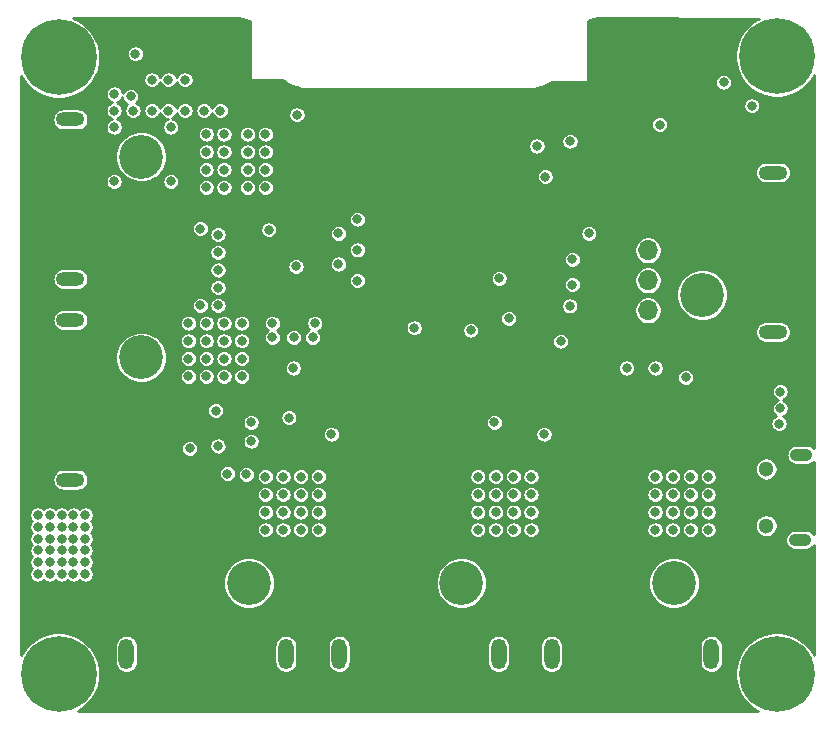
<source format=gbr>
G04 #@! TF.GenerationSoftware,KiCad,Pcbnew,(5.1.7-0-10_14)*
G04 #@! TF.CreationDate,2021-02-08T09:34:28+11:00*
G04 #@! TF.ProjectId,esp32_battery_isolator,65737033-325f-4626-9174-746572795f69,D*
G04 #@! TF.SameCoordinates,Original*
G04 #@! TF.FileFunction,Copper,L2,Inr*
G04 #@! TF.FilePolarity,Positive*
%FSLAX46Y46*%
G04 Gerber Fmt 4.6, Leading zero omitted, Abs format (unit mm)*
G04 Created by KiCad (PCBNEW (5.1.7-0-10_14)) date 2021-02-08 09:34:28*
%MOMM*%
%LPD*%
G01*
G04 APERTURE LIST*
G04 #@! TA.AperFunction,ComponentPad*
%ADD10O,1.900000X1.070000*%
G04 #@! TD*
G04 #@! TA.AperFunction,ComponentPad*
%ADD11C,1.300000*%
G04 #@! TD*
G04 #@! TA.AperFunction,ComponentPad*
%ADD12C,0.800000*%
G04 #@! TD*
G04 #@! TA.AperFunction,ComponentPad*
%ADD13C,6.400000*%
G04 #@! TD*
G04 #@! TA.AperFunction,ComponentPad*
%ADD14R,1.700000X1.700000*%
G04 #@! TD*
G04 #@! TA.AperFunction,ComponentPad*
%ADD15O,1.700000X1.700000*%
G04 #@! TD*
G04 #@! TA.AperFunction,ComponentPad*
%ADD16R,3.716000X3.716000*%
G04 #@! TD*
G04 #@! TA.AperFunction,ComponentPad*
%ADD17C,3.716000*%
G04 #@! TD*
G04 #@! TA.AperFunction,ComponentPad*
%ADD18O,2.400000X1.200000*%
G04 #@! TD*
G04 #@! TA.AperFunction,ComponentPad*
%ADD19O,1.300000X2.600000*%
G04 #@! TD*
G04 #@! TA.AperFunction,ViaPad*
%ADD20C,0.800000*%
G04 #@! TD*
G04 #@! TA.AperFunction,Conductor*
%ADD21C,0.254000*%
G04 #@! TD*
G04 #@! TA.AperFunction,Conductor*
%ADD22C,0.100000*%
G04 #@! TD*
G04 APERTURE END LIST*
D10*
X174050000Y-112300000D03*
X173950000Y-119500000D03*
D11*
X171050000Y-113500000D03*
X171050000Y-118300000D03*
D12*
X112847056Y-129152944D03*
X111150000Y-128450000D03*
X109452944Y-129152944D03*
X108750000Y-130850000D03*
X109452944Y-132547056D03*
X111150000Y-133250000D03*
X112847056Y-132547056D03*
X113550000Y-130850000D03*
D13*
X111150000Y-130850000D03*
D12*
X173647056Y-76852944D03*
X171950000Y-76150000D03*
X170252944Y-76852944D03*
X169550000Y-78550000D03*
X170252944Y-80247056D03*
X171950000Y-80950000D03*
X173647056Y-80247056D03*
X174350000Y-78550000D03*
D13*
X171950000Y-78550000D03*
X171950000Y-130850000D03*
D12*
X174350000Y-130850000D03*
X173647056Y-132547056D03*
X171950000Y-133250000D03*
X170252944Y-132547056D03*
X169550000Y-130850000D03*
X170252944Y-129152944D03*
X171950000Y-128450000D03*
X173647056Y-129152944D03*
X112847056Y-76952944D03*
X111150000Y-76250000D03*
X109452944Y-76952944D03*
X108750000Y-78650000D03*
X109452944Y-80347056D03*
X111150000Y-81050000D03*
X112847056Y-80347056D03*
X113550000Y-78650000D03*
D13*
X111150000Y-78650000D03*
D14*
X161050000Y-92450000D03*
D15*
X161050000Y-94990000D03*
X161050000Y-97530000D03*
X161050000Y-100070000D03*
D16*
X118150000Y-94250000D03*
D17*
X118150000Y-87050000D03*
D18*
X112150000Y-97400000D03*
X112150000Y-83900000D03*
X112150000Y-100900000D03*
X112150000Y-114400000D03*
D17*
X118150000Y-104050000D03*
D16*
X118150000Y-111250000D03*
D17*
X120050000Y-123150000D03*
X127250000Y-123150000D03*
D19*
X116900000Y-129150000D03*
X130400000Y-129150000D03*
D16*
X165650000Y-91550000D03*
D17*
X165650000Y-98750000D03*
D18*
X171650000Y-88400000D03*
X171650000Y-101900000D03*
D19*
X148400000Y-129150000D03*
X134900000Y-129150000D03*
D17*
X145250000Y-123150000D03*
X138050000Y-123150000D03*
X156050000Y-123150000D03*
X163250000Y-123150000D03*
D19*
X152900000Y-129150000D03*
X166400000Y-129150000D03*
D20*
X174250000Y-82750000D03*
X131050000Y-90150000D03*
X114050000Y-128150000D03*
X162250000Y-78950000D03*
X138850000Y-91550000D03*
X140050000Y-91550000D03*
X141250000Y-91550000D03*
X142450000Y-91550000D03*
X142450000Y-90350000D03*
X141250000Y-90350000D03*
X140050000Y-90350000D03*
X138850000Y-90350000D03*
X138850000Y-89150000D03*
X142450000Y-89150000D03*
X141250000Y-89150000D03*
X140050000Y-89150000D03*
X140050000Y-87950000D03*
X141250000Y-87950000D03*
X142450000Y-87950000D03*
X138850000Y-87950000D03*
X117250000Y-118750000D03*
X167400000Y-108150000D03*
X171650000Y-112150000D03*
X172400000Y-114650000D03*
X150450000Y-107150000D03*
X141450000Y-107150000D03*
X152850000Y-107150000D03*
X159050000Y-107150000D03*
X161450000Y-107150000D03*
X157650000Y-85550000D03*
X159050000Y-85150000D03*
X159450000Y-87950000D03*
X159050000Y-86150000D03*
X158850000Y-83058510D03*
X152050000Y-83350000D03*
X152450000Y-82350000D03*
X121849998Y-77150000D03*
X121850000Y-78550000D03*
X135850000Y-101550000D03*
X113050000Y-124150000D03*
X165850000Y-79150000D03*
X131050000Y-82550000D03*
X116650000Y-75750000D03*
X173450000Y-125950000D03*
X128250000Y-98950000D03*
X131250000Y-98550000D03*
X126689148Y-107150012D03*
X140050000Y-102350000D03*
X125606635Y-111258669D03*
X112050000Y-110550000D03*
X112050000Y-103550000D03*
X112050000Y-94750000D03*
X112050000Y-86750000D03*
X136250000Y-84350000D03*
X146050000Y-84150000D03*
X146050000Y-89150000D03*
X168250000Y-86150000D03*
X173850000Y-98150000D03*
X144850000Y-107150000D03*
X152850000Y-100850000D03*
X170725195Y-104391825D03*
X169850000Y-82750000D03*
X164250000Y-105750000D03*
X154450000Y-85750000D03*
X109400000Y-122400000D03*
X110400000Y-122400000D03*
X111400000Y-122400000D03*
X112400000Y-122400000D03*
X112400000Y-121400000D03*
X111400000Y-121400000D03*
X110400000Y-121400000D03*
X109400000Y-121400000D03*
X109400000Y-120400000D03*
X110400000Y-120400000D03*
X111400000Y-120400000D03*
X112400000Y-120400000D03*
X112400000Y-119400000D03*
X111400000Y-119400000D03*
X110400000Y-119400000D03*
X109400000Y-119400000D03*
X109400000Y-118400000D03*
X110400000Y-118400000D03*
X111400000Y-118400000D03*
X112400000Y-118400000D03*
X113400000Y-122400000D03*
X113400000Y-121400000D03*
X113400000Y-120400000D03*
X113400000Y-119400000D03*
X113400000Y-118400000D03*
X113400000Y-117400000D03*
X112400000Y-117400000D03*
X111400000Y-117400000D03*
X110400000Y-117400000D03*
X109400000Y-117400000D03*
X172150000Y-109650000D03*
X162050000Y-84350000D03*
X131332171Y-83509377D03*
X128950000Y-93250000D03*
X122250000Y-111750000D03*
X149250000Y-100750000D03*
X172250000Y-106950000D03*
X151650000Y-86150000D03*
X172250000Y-108350000D03*
X152350000Y-88750000D03*
X148050000Y-109550000D03*
X130650000Y-109150000D03*
X124650000Y-111550000D03*
X134850000Y-96150000D03*
X154650000Y-95750000D03*
X156050000Y-93550000D03*
X136450000Y-97550000D03*
X134850000Y-93550006D03*
X154650000Y-97899479D03*
X115850000Y-84550000D03*
X121850000Y-83150000D03*
X123450000Y-83150000D03*
X124850000Y-83150000D03*
X115850000Y-89150000D03*
X120650000Y-89150000D03*
X120650000Y-84550000D03*
X119050000Y-83150000D03*
X120450000Y-83150000D03*
X115850000Y-83150000D03*
X115850000Y-81750000D03*
X119050000Y-80550000D03*
X121850000Y-80550000D03*
X120450000Y-80550000D03*
X117450000Y-83150000D03*
X117250000Y-81950000D03*
X131010000Y-104950000D03*
X136450000Y-94950000D03*
X167450000Y-80750000D03*
X117650000Y-78350000D03*
X148450000Y-97350000D03*
X161650000Y-104950000D03*
X159250000Y-104950000D03*
X136450000Y-92350000D03*
X125450000Y-113900000D03*
X127050000Y-113950000D03*
X127450000Y-109550000D03*
X127450000Y-111150000D03*
X129250000Y-101150000D03*
X129250000Y-102350000D03*
X131050000Y-102350000D03*
X132850000Y-101150000D03*
X132650000Y-102350000D03*
X128650000Y-114150000D03*
X130150000Y-114150000D03*
X131650000Y-114150000D03*
X133150000Y-114150000D03*
X133150000Y-115650000D03*
X133150000Y-117150000D03*
X131650000Y-117150000D03*
X130150000Y-117150000D03*
X128650000Y-117150000D03*
X128650000Y-115650000D03*
X130150000Y-115650000D03*
X130150000Y-118650000D03*
X128650000Y-118650000D03*
X131650000Y-118650000D03*
X133150000Y-118650000D03*
X131650000Y-115650000D03*
X123650000Y-85150000D03*
X125150000Y-85150000D03*
X127150000Y-85150000D03*
X128650000Y-85150000D03*
X128650000Y-86650000D03*
X127150000Y-86650000D03*
X125150000Y-86650000D03*
X123650000Y-86650000D03*
X123650000Y-88150000D03*
X125150000Y-88150000D03*
X127150000Y-88150000D03*
X128650000Y-88150000D03*
X128650000Y-89650000D03*
X127150000Y-89650000D03*
X125150000Y-89650000D03*
X123650000Y-89650000D03*
X124650000Y-95150000D03*
X124650000Y-93650000D03*
X123150000Y-93150000D03*
X146650000Y-114150000D03*
X148150000Y-114150000D03*
X149650000Y-114150000D03*
X151150000Y-114150000D03*
X151150000Y-115650000D03*
X149650000Y-115650000D03*
X148150000Y-115650000D03*
X146650000Y-115650000D03*
X146650000Y-117150000D03*
X148150000Y-117150000D03*
X149650000Y-117150000D03*
X151150000Y-117150000D03*
X151150000Y-118650000D03*
X149650000Y-118650000D03*
X148150000Y-118650000D03*
X146650000Y-118650000D03*
X161650000Y-118650000D03*
X163150000Y-118650000D03*
X164650000Y-118650000D03*
X166150000Y-118650000D03*
X166150000Y-117150000D03*
X164650000Y-117150000D03*
X163150000Y-117150000D03*
X161650000Y-117150000D03*
X161650000Y-115650000D03*
X163150000Y-115650000D03*
X164650000Y-115650000D03*
X166150000Y-115650000D03*
X166150000Y-114150000D03*
X164650000Y-114150000D03*
X163150000Y-114150000D03*
X161650000Y-114150000D03*
X134250000Y-110550000D03*
X146050000Y-101750000D03*
X122150000Y-105650000D03*
X123650000Y-105650000D03*
X125150000Y-105650000D03*
X126650000Y-105650000D03*
X126650000Y-104150000D03*
X125150000Y-104150000D03*
X123650000Y-104150000D03*
X122150000Y-104150000D03*
X122150000Y-102650000D03*
X123650000Y-102650000D03*
X125150000Y-102650000D03*
X126650000Y-102650000D03*
X126650000Y-101150000D03*
X125150000Y-101150000D03*
X123650000Y-101150000D03*
X122150000Y-101150000D03*
X124650000Y-96650000D03*
X124650000Y-98150000D03*
X124650000Y-99650000D03*
X123150000Y-99650000D03*
X141250000Y-101550000D03*
X152250000Y-110550000D03*
X131250000Y-96350000D03*
X154438071Y-99691490D03*
X124449998Y-108550000D03*
X153660996Y-102682988D03*
D21*
X126764003Y-75404087D02*
X127258427Y-75553361D01*
X127323000Y-75587695D01*
X127323000Y-80415022D01*
X127325440Y-80439798D01*
X127332667Y-80463623D01*
X127344403Y-80485579D01*
X127360197Y-80504825D01*
X127379443Y-80520619D01*
X127401399Y-80532355D01*
X127425224Y-80539582D01*
X127449175Y-80542019D01*
X130107108Y-80559294D01*
X130367351Y-80771544D01*
X130393893Y-80789179D01*
X130420248Y-80807224D01*
X130424571Y-80809562D01*
X130941536Y-81084436D01*
X130971026Y-81096591D01*
X131000355Y-81109161D01*
X131005050Y-81110615D01*
X131565558Y-81279841D01*
X131596804Y-81286028D01*
X131628059Y-81292672D01*
X131632946Y-81293185D01*
X131632948Y-81293185D01*
X132215650Y-81350320D01*
X132232708Y-81352000D01*
X150967292Y-81352000D01*
X150967902Y-81351940D01*
X150972171Y-81351925D01*
X150987465Y-81350372D01*
X151002846Y-81350479D01*
X151007738Y-81349999D01*
X151590028Y-81288798D01*
X151621274Y-81282384D01*
X151652618Y-81276405D01*
X151657324Y-81274984D01*
X152216637Y-81101847D01*
X152246033Y-81089490D01*
X152275627Y-81077533D01*
X152279962Y-81075227D01*
X152279967Y-81075225D01*
X152279971Y-81075222D01*
X152794998Y-80796750D01*
X152821428Y-80778922D01*
X152848144Y-80761440D01*
X152851952Y-80758334D01*
X152913370Y-80707525D01*
X155849175Y-80726606D01*
X155873966Y-80724327D01*
X155897837Y-80717255D01*
X155919870Y-80705662D01*
X155939217Y-80689993D01*
X155948860Y-80678397D01*
X166723000Y-80678397D01*
X166723000Y-80821603D01*
X166750938Y-80962058D01*
X166805741Y-81094364D01*
X166885302Y-81213436D01*
X166986564Y-81314698D01*
X167105636Y-81394259D01*
X167237942Y-81449062D01*
X167378397Y-81477000D01*
X167521603Y-81477000D01*
X167662058Y-81449062D01*
X167794364Y-81394259D01*
X167913436Y-81314698D01*
X168014698Y-81213436D01*
X168094259Y-81094364D01*
X168149062Y-80962058D01*
X168177000Y-80821603D01*
X168177000Y-80678397D01*
X168149062Y-80537942D01*
X168094259Y-80405636D01*
X168014698Y-80286564D01*
X167913436Y-80185302D01*
X167794364Y-80105741D01*
X167662058Y-80050938D01*
X167521603Y-80023000D01*
X167378397Y-80023000D01*
X167237942Y-80050938D01*
X167105636Y-80105741D01*
X166986564Y-80185302D01*
X166885302Y-80286564D01*
X166805741Y-80405636D01*
X166750938Y-80537942D01*
X166723000Y-80678397D01*
X155948860Y-80678397D01*
X155955136Y-80670851D01*
X155967014Y-80648971D01*
X155974396Y-80625195D01*
X155977000Y-80599609D01*
X155977000Y-75544215D01*
X156417885Y-75407738D01*
X156948117Y-75352009D01*
X156950706Y-75352000D01*
X170429546Y-75362195D01*
X170279339Y-75424413D01*
X169701668Y-75810400D01*
X169210400Y-76301668D01*
X168824413Y-76879339D01*
X168558540Y-77521212D01*
X168423000Y-78202621D01*
X168423000Y-78897379D01*
X168558540Y-79578788D01*
X168824413Y-80220661D01*
X169210400Y-80798332D01*
X169701668Y-81289600D01*
X170279339Y-81675587D01*
X170921212Y-81941460D01*
X171602621Y-82077000D01*
X172297379Y-82077000D01*
X172978788Y-81941460D01*
X173620661Y-81675587D01*
X174198332Y-81289600D01*
X174689600Y-80798332D01*
X175075587Y-80220661D01*
X175098000Y-80166551D01*
X175098001Y-111712536D01*
X175077475Y-111687525D01*
X174946218Y-111579806D01*
X174796469Y-111499763D01*
X174633981Y-111450473D01*
X174507339Y-111438000D01*
X173592661Y-111438000D01*
X173466019Y-111450473D01*
X173303531Y-111499763D01*
X173153782Y-111579806D01*
X173022525Y-111687525D01*
X172914806Y-111818782D01*
X172834763Y-111968531D01*
X172785473Y-112131019D01*
X172768830Y-112300000D01*
X172785473Y-112468981D01*
X172834763Y-112631469D01*
X172914806Y-112781218D01*
X173022525Y-112912475D01*
X173153782Y-113020194D01*
X173303531Y-113100237D01*
X173466019Y-113149527D01*
X173592661Y-113162000D01*
X174507339Y-113162000D01*
X174633981Y-113149527D01*
X174796469Y-113100237D01*
X174946218Y-113020194D01*
X175077475Y-112912475D01*
X175098001Y-112887464D01*
X175098001Y-119042742D01*
X175085194Y-119018782D01*
X174977475Y-118887525D01*
X174846218Y-118779806D01*
X174696469Y-118699763D01*
X174533981Y-118650473D01*
X174407339Y-118638000D01*
X173492661Y-118638000D01*
X173366019Y-118650473D01*
X173203531Y-118699763D01*
X173053782Y-118779806D01*
X172922525Y-118887525D01*
X172814806Y-119018782D01*
X172734763Y-119168531D01*
X172685473Y-119331019D01*
X172668830Y-119500000D01*
X172685473Y-119668981D01*
X172734763Y-119831469D01*
X172814806Y-119981218D01*
X172922525Y-120112475D01*
X173053782Y-120220194D01*
X173203531Y-120300237D01*
X173366019Y-120349527D01*
X173492661Y-120362000D01*
X174407339Y-120362000D01*
X174533981Y-120349527D01*
X174696469Y-120300237D01*
X174846218Y-120220194D01*
X174977475Y-120112475D01*
X175085194Y-119981218D01*
X175098001Y-119957258D01*
X175098001Y-129233451D01*
X175075587Y-129179339D01*
X174689600Y-128601668D01*
X174198332Y-128110400D01*
X173620661Y-127724413D01*
X172978788Y-127458540D01*
X172297379Y-127323000D01*
X171602621Y-127323000D01*
X170921212Y-127458540D01*
X170279339Y-127724413D01*
X169701668Y-128110400D01*
X169210400Y-128601668D01*
X168824413Y-129179339D01*
X168558540Y-129821212D01*
X168423000Y-130502621D01*
X168423000Y-131197379D01*
X168558540Y-131878788D01*
X168824413Y-132520661D01*
X169210400Y-133098332D01*
X169701668Y-133589600D01*
X170279339Y-133975587D01*
X170333449Y-133998000D01*
X112766551Y-133998000D01*
X112820661Y-133975587D01*
X113398332Y-133589600D01*
X113889600Y-133098332D01*
X114275587Y-132520661D01*
X114541460Y-131878788D01*
X114677000Y-131197379D01*
X114677000Y-130502621D01*
X114541460Y-129821212D01*
X114275587Y-129179339D01*
X113889600Y-128601668D01*
X113739940Y-128452008D01*
X115923000Y-128452008D01*
X115923001Y-129847993D01*
X115937138Y-129991525D01*
X115993004Y-130175691D01*
X116083725Y-130345418D01*
X116205815Y-130494186D01*
X116354583Y-130616276D01*
X116524310Y-130706997D01*
X116708476Y-130762863D01*
X116900000Y-130781727D01*
X117091525Y-130762863D01*
X117275691Y-130706997D01*
X117445418Y-130616276D01*
X117594186Y-130494186D01*
X117716276Y-130345418D01*
X117806997Y-130175691D01*
X117862863Y-129991525D01*
X117877000Y-129847993D01*
X117877000Y-128452008D01*
X129423000Y-128452008D01*
X129423001Y-129847993D01*
X129437138Y-129991525D01*
X129493004Y-130175691D01*
X129583725Y-130345418D01*
X129705815Y-130494186D01*
X129854583Y-130616276D01*
X130024310Y-130706997D01*
X130208476Y-130762863D01*
X130400000Y-130781727D01*
X130591525Y-130762863D01*
X130775691Y-130706997D01*
X130945418Y-130616276D01*
X131094186Y-130494186D01*
X131216276Y-130345418D01*
X131306997Y-130175691D01*
X131362863Y-129991525D01*
X131377000Y-129847993D01*
X131377000Y-128452008D01*
X133923000Y-128452008D01*
X133923001Y-129847993D01*
X133937138Y-129991525D01*
X133993004Y-130175691D01*
X134083725Y-130345418D01*
X134205815Y-130494186D01*
X134354583Y-130616276D01*
X134524310Y-130706997D01*
X134708476Y-130762863D01*
X134900000Y-130781727D01*
X135091525Y-130762863D01*
X135275691Y-130706997D01*
X135445418Y-130616276D01*
X135594186Y-130494186D01*
X135716276Y-130345418D01*
X135806997Y-130175691D01*
X135862863Y-129991525D01*
X135877000Y-129847993D01*
X135877000Y-128452008D01*
X147423000Y-128452008D01*
X147423001Y-129847993D01*
X147437138Y-129991525D01*
X147493004Y-130175691D01*
X147583725Y-130345418D01*
X147705815Y-130494186D01*
X147854583Y-130616276D01*
X148024310Y-130706997D01*
X148208476Y-130762863D01*
X148400000Y-130781727D01*
X148591525Y-130762863D01*
X148775691Y-130706997D01*
X148945418Y-130616276D01*
X149094186Y-130494186D01*
X149216276Y-130345418D01*
X149306997Y-130175691D01*
X149362863Y-129991525D01*
X149377000Y-129847993D01*
X149377000Y-128452008D01*
X151923000Y-128452008D01*
X151923001Y-129847993D01*
X151937138Y-129991525D01*
X151993004Y-130175691D01*
X152083725Y-130345418D01*
X152205815Y-130494186D01*
X152354583Y-130616276D01*
X152524310Y-130706997D01*
X152708476Y-130762863D01*
X152900000Y-130781727D01*
X153091525Y-130762863D01*
X153275691Y-130706997D01*
X153445418Y-130616276D01*
X153594186Y-130494186D01*
X153716276Y-130345418D01*
X153806997Y-130175691D01*
X153862863Y-129991525D01*
X153877000Y-129847993D01*
X153877000Y-128452008D01*
X165423000Y-128452008D01*
X165423001Y-129847993D01*
X165437138Y-129991525D01*
X165493004Y-130175691D01*
X165583725Y-130345418D01*
X165705815Y-130494186D01*
X165854583Y-130616276D01*
X166024310Y-130706997D01*
X166208476Y-130762863D01*
X166400000Y-130781727D01*
X166591525Y-130762863D01*
X166775691Y-130706997D01*
X166945418Y-130616276D01*
X167094186Y-130494186D01*
X167216276Y-130345418D01*
X167306997Y-130175691D01*
X167362863Y-129991525D01*
X167377000Y-129847993D01*
X167377000Y-128452007D01*
X167362863Y-128308475D01*
X167306997Y-128124309D01*
X167216276Y-127954582D01*
X167094186Y-127805814D01*
X166945418Y-127683724D01*
X166775690Y-127593003D01*
X166591524Y-127537137D01*
X166400000Y-127518273D01*
X166208475Y-127537137D01*
X166024309Y-127593003D01*
X165854582Y-127683724D01*
X165705814Y-127805814D01*
X165583724Y-127954582D01*
X165493003Y-128124310D01*
X165437137Y-128308476D01*
X165423000Y-128452008D01*
X153877000Y-128452008D01*
X153877000Y-128452007D01*
X153862863Y-128308475D01*
X153806997Y-128124309D01*
X153716276Y-127954582D01*
X153594186Y-127805814D01*
X153445418Y-127683724D01*
X153275690Y-127593003D01*
X153091524Y-127537137D01*
X152900000Y-127518273D01*
X152708475Y-127537137D01*
X152524309Y-127593003D01*
X152354582Y-127683724D01*
X152205814Y-127805814D01*
X152083724Y-127954582D01*
X151993003Y-128124310D01*
X151937137Y-128308476D01*
X151923000Y-128452008D01*
X149377000Y-128452008D01*
X149377000Y-128452007D01*
X149362863Y-128308475D01*
X149306997Y-128124309D01*
X149216276Y-127954582D01*
X149094186Y-127805814D01*
X148945418Y-127683724D01*
X148775690Y-127593003D01*
X148591524Y-127537137D01*
X148400000Y-127518273D01*
X148208475Y-127537137D01*
X148024309Y-127593003D01*
X147854582Y-127683724D01*
X147705814Y-127805814D01*
X147583724Y-127954582D01*
X147493003Y-128124310D01*
X147437137Y-128308476D01*
X147423000Y-128452008D01*
X135877000Y-128452008D01*
X135877000Y-128452007D01*
X135862863Y-128308475D01*
X135806997Y-128124309D01*
X135716276Y-127954582D01*
X135594186Y-127805814D01*
X135445418Y-127683724D01*
X135275690Y-127593003D01*
X135091524Y-127537137D01*
X134900000Y-127518273D01*
X134708475Y-127537137D01*
X134524309Y-127593003D01*
X134354582Y-127683724D01*
X134205814Y-127805814D01*
X134083724Y-127954582D01*
X133993003Y-128124310D01*
X133937137Y-128308476D01*
X133923000Y-128452008D01*
X131377000Y-128452008D01*
X131377000Y-128452007D01*
X131362863Y-128308475D01*
X131306997Y-128124309D01*
X131216276Y-127954582D01*
X131094186Y-127805814D01*
X130945418Y-127683724D01*
X130775690Y-127593003D01*
X130591524Y-127537137D01*
X130400000Y-127518273D01*
X130208475Y-127537137D01*
X130024309Y-127593003D01*
X129854582Y-127683724D01*
X129705814Y-127805814D01*
X129583724Y-127954582D01*
X129493003Y-128124310D01*
X129437137Y-128308476D01*
X129423000Y-128452008D01*
X117877000Y-128452008D01*
X117877000Y-128452007D01*
X117862863Y-128308475D01*
X117806997Y-128124309D01*
X117716276Y-127954582D01*
X117594186Y-127805814D01*
X117445418Y-127683724D01*
X117275690Y-127593003D01*
X117091524Y-127537137D01*
X116900000Y-127518273D01*
X116708475Y-127537137D01*
X116524309Y-127593003D01*
X116354582Y-127683724D01*
X116205814Y-127805814D01*
X116083724Y-127954582D01*
X115993003Y-128124310D01*
X115937137Y-128308476D01*
X115923000Y-128452008D01*
X113739940Y-128452008D01*
X113398332Y-128110400D01*
X112820661Y-127724413D01*
X112178788Y-127458540D01*
X111497379Y-127323000D01*
X110802621Y-127323000D01*
X110121212Y-127458540D01*
X109479339Y-127724413D01*
X108901668Y-128110400D01*
X108410400Y-128601668D01*
X108024413Y-129179339D01*
X108002000Y-129233449D01*
X108002000Y-117328397D01*
X108673000Y-117328397D01*
X108673000Y-117471603D01*
X108700938Y-117612058D01*
X108755741Y-117744364D01*
X108835302Y-117863436D01*
X108871866Y-117900000D01*
X108835302Y-117936564D01*
X108755741Y-118055636D01*
X108700938Y-118187942D01*
X108673000Y-118328397D01*
X108673000Y-118471603D01*
X108700938Y-118612058D01*
X108755741Y-118744364D01*
X108835302Y-118863436D01*
X108871866Y-118900000D01*
X108835302Y-118936564D01*
X108755741Y-119055636D01*
X108700938Y-119187942D01*
X108673000Y-119328397D01*
X108673000Y-119471603D01*
X108700938Y-119612058D01*
X108755741Y-119744364D01*
X108835302Y-119863436D01*
X108871866Y-119900000D01*
X108835302Y-119936564D01*
X108755741Y-120055636D01*
X108700938Y-120187942D01*
X108673000Y-120328397D01*
X108673000Y-120471603D01*
X108700938Y-120612058D01*
X108755741Y-120744364D01*
X108835302Y-120863436D01*
X108871866Y-120900000D01*
X108835302Y-120936564D01*
X108755741Y-121055636D01*
X108700938Y-121187942D01*
X108673000Y-121328397D01*
X108673000Y-121471603D01*
X108700938Y-121612058D01*
X108755741Y-121744364D01*
X108835302Y-121863436D01*
X108871866Y-121900000D01*
X108835302Y-121936564D01*
X108755741Y-122055636D01*
X108700938Y-122187942D01*
X108673000Y-122328397D01*
X108673000Y-122471603D01*
X108700938Y-122612058D01*
X108755741Y-122744364D01*
X108835302Y-122863436D01*
X108936564Y-122964698D01*
X109055636Y-123044259D01*
X109187942Y-123099062D01*
X109328397Y-123127000D01*
X109471603Y-123127000D01*
X109612058Y-123099062D01*
X109744364Y-123044259D01*
X109863436Y-122964698D01*
X109900000Y-122928134D01*
X109936564Y-122964698D01*
X110055636Y-123044259D01*
X110187942Y-123099062D01*
X110328397Y-123127000D01*
X110471603Y-123127000D01*
X110612058Y-123099062D01*
X110744364Y-123044259D01*
X110863436Y-122964698D01*
X110900000Y-122928134D01*
X110936564Y-122964698D01*
X111055636Y-123044259D01*
X111187942Y-123099062D01*
X111328397Y-123127000D01*
X111471603Y-123127000D01*
X111612058Y-123099062D01*
X111744364Y-123044259D01*
X111863436Y-122964698D01*
X111900000Y-122928134D01*
X111936564Y-122964698D01*
X112055636Y-123044259D01*
X112187942Y-123099062D01*
X112328397Y-123127000D01*
X112471603Y-123127000D01*
X112612058Y-123099062D01*
X112744364Y-123044259D01*
X112863436Y-122964698D01*
X112900000Y-122928134D01*
X112936564Y-122964698D01*
X113055636Y-123044259D01*
X113187942Y-123099062D01*
X113328397Y-123127000D01*
X113471603Y-123127000D01*
X113612058Y-123099062D01*
X113744364Y-123044259D01*
X113863436Y-122964698D01*
X113893338Y-122934796D01*
X125065000Y-122934796D01*
X125065000Y-123365204D01*
X125148969Y-123787341D01*
X125313678Y-124184985D01*
X125552800Y-124542856D01*
X125857144Y-124847200D01*
X126215015Y-125086322D01*
X126612659Y-125251031D01*
X127034796Y-125335000D01*
X127465204Y-125335000D01*
X127887341Y-125251031D01*
X128284985Y-125086322D01*
X128642856Y-124847200D01*
X128947200Y-124542856D01*
X129186322Y-124184985D01*
X129351031Y-123787341D01*
X129435000Y-123365204D01*
X129435000Y-122934796D01*
X143065000Y-122934796D01*
X143065000Y-123365204D01*
X143148969Y-123787341D01*
X143313678Y-124184985D01*
X143552800Y-124542856D01*
X143857144Y-124847200D01*
X144215015Y-125086322D01*
X144612659Y-125251031D01*
X145034796Y-125335000D01*
X145465204Y-125335000D01*
X145887341Y-125251031D01*
X146284985Y-125086322D01*
X146642856Y-124847200D01*
X146947200Y-124542856D01*
X147186322Y-124184985D01*
X147351031Y-123787341D01*
X147435000Y-123365204D01*
X147435000Y-122934796D01*
X161065000Y-122934796D01*
X161065000Y-123365204D01*
X161148969Y-123787341D01*
X161313678Y-124184985D01*
X161552800Y-124542856D01*
X161857144Y-124847200D01*
X162215015Y-125086322D01*
X162612659Y-125251031D01*
X163034796Y-125335000D01*
X163465204Y-125335000D01*
X163887341Y-125251031D01*
X164284985Y-125086322D01*
X164642856Y-124847200D01*
X164947200Y-124542856D01*
X165186322Y-124184985D01*
X165351031Y-123787341D01*
X165435000Y-123365204D01*
X165435000Y-122934796D01*
X165351031Y-122512659D01*
X165186322Y-122115015D01*
X164947200Y-121757144D01*
X164642856Y-121452800D01*
X164284985Y-121213678D01*
X163887341Y-121048969D01*
X163465204Y-120965000D01*
X163034796Y-120965000D01*
X162612659Y-121048969D01*
X162215015Y-121213678D01*
X161857144Y-121452800D01*
X161552800Y-121757144D01*
X161313678Y-122115015D01*
X161148969Y-122512659D01*
X161065000Y-122934796D01*
X147435000Y-122934796D01*
X147351031Y-122512659D01*
X147186322Y-122115015D01*
X146947200Y-121757144D01*
X146642856Y-121452800D01*
X146284985Y-121213678D01*
X145887341Y-121048969D01*
X145465204Y-120965000D01*
X145034796Y-120965000D01*
X144612659Y-121048969D01*
X144215015Y-121213678D01*
X143857144Y-121452800D01*
X143552800Y-121757144D01*
X143313678Y-122115015D01*
X143148969Y-122512659D01*
X143065000Y-122934796D01*
X129435000Y-122934796D01*
X129351031Y-122512659D01*
X129186322Y-122115015D01*
X128947200Y-121757144D01*
X128642856Y-121452800D01*
X128284985Y-121213678D01*
X127887341Y-121048969D01*
X127465204Y-120965000D01*
X127034796Y-120965000D01*
X126612659Y-121048969D01*
X126215015Y-121213678D01*
X125857144Y-121452800D01*
X125552800Y-121757144D01*
X125313678Y-122115015D01*
X125148969Y-122512659D01*
X125065000Y-122934796D01*
X113893338Y-122934796D01*
X113964698Y-122863436D01*
X114044259Y-122744364D01*
X114099062Y-122612058D01*
X114127000Y-122471603D01*
X114127000Y-122328397D01*
X114099062Y-122187942D01*
X114044259Y-122055636D01*
X113964698Y-121936564D01*
X113928134Y-121900000D01*
X113964698Y-121863436D01*
X114044259Y-121744364D01*
X114099062Y-121612058D01*
X114127000Y-121471603D01*
X114127000Y-121328397D01*
X114099062Y-121187942D01*
X114044259Y-121055636D01*
X113964698Y-120936564D01*
X113928134Y-120900000D01*
X113964698Y-120863436D01*
X114044259Y-120744364D01*
X114099062Y-120612058D01*
X114127000Y-120471603D01*
X114127000Y-120328397D01*
X114099062Y-120187942D01*
X114044259Y-120055636D01*
X113964698Y-119936564D01*
X113928134Y-119900000D01*
X113964698Y-119863436D01*
X114044259Y-119744364D01*
X114099062Y-119612058D01*
X114127000Y-119471603D01*
X114127000Y-119328397D01*
X114099062Y-119187942D01*
X114044259Y-119055636D01*
X113964698Y-118936564D01*
X113928134Y-118900000D01*
X113964698Y-118863436D01*
X114044259Y-118744364D01*
X114099062Y-118612058D01*
X114105757Y-118578397D01*
X127923000Y-118578397D01*
X127923000Y-118721603D01*
X127950938Y-118862058D01*
X128005741Y-118994364D01*
X128085302Y-119113436D01*
X128186564Y-119214698D01*
X128305636Y-119294259D01*
X128437942Y-119349062D01*
X128578397Y-119377000D01*
X128721603Y-119377000D01*
X128862058Y-119349062D01*
X128994364Y-119294259D01*
X129113436Y-119214698D01*
X129214698Y-119113436D01*
X129294259Y-118994364D01*
X129349062Y-118862058D01*
X129377000Y-118721603D01*
X129377000Y-118578397D01*
X129423000Y-118578397D01*
X129423000Y-118721603D01*
X129450938Y-118862058D01*
X129505741Y-118994364D01*
X129585302Y-119113436D01*
X129686564Y-119214698D01*
X129805636Y-119294259D01*
X129937942Y-119349062D01*
X130078397Y-119377000D01*
X130221603Y-119377000D01*
X130362058Y-119349062D01*
X130494364Y-119294259D01*
X130613436Y-119214698D01*
X130714698Y-119113436D01*
X130794259Y-118994364D01*
X130849062Y-118862058D01*
X130877000Y-118721603D01*
X130877000Y-118578397D01*
X130923000Y-118578397D01*
X130923000Y-118721603D01*
X130950938Y-118862058D01*
X131005741Y-118994364D01*
X131085302Y-119113436D01*
X131186564Y-119214698D01*
X131305636Y-119294259D01*
X131437942Y-119349062D01*
X131578397Y-119377000D01*
X131721603Y-119377000D01*
X131862058Y-119349062D01*
X131994364Y-119294259D01*
X132113436Y-119214698D01*
X132214698Y-119113436D01*
X132294259Y-118994364D01*
X132349062Y-118862058D01*
X132377000Y-118721603D01*
X132377000Y-118578397D01*
X132423000Y-118578397D01*
X132423000Y-118721603D01*
X132450938Y-118862058D01*
X132505741Y-118994364D01*
X132585302Y-119113436D01*
X132686564Y-119214698D01*
X132805636Y-119294259D01*
X132937942Y-119349062D01*
X133078397Y-119377000D01*
X133221603Y-119377000D01*
X133362058Y-119349062D01*
X133494364Y-119294259D01*
X133613436Y-119214698D01*
X133714698Y-119113436D01*
X133794259Y-118994364D01*
X133849062Y-118862058D01*
X133877000Y-118721603D01*
X133877000Y-118578397D01*
X145923000Y-118578397D01*
X145923000Y-118721603D01*
X145950938Y-118862058D01*
X146005741Y-118994364D01*
X146085302Y-119113436D01*
X146186564Y-119214698D01*
X146305636Y-119294259D01*
X146437942Y-119349062D01*
X146578397Y-119377000D01*
X146721603Y-119377000D01*
X146862058Y-119349062D01*
X146994364Y-119294259D01*
X147113436Y-119214698D01*
X147214698Y-119113436D01*
X147294259Y-118994364D01*
X147349062Y-118862058D01*
X147377000Y-118721603D01*
X147377000Y-118578397D01*
X147423000Y-118578397D01*
X147423000Y-118721603D01*
X147450938Y-118862058D01*
X147505741Y-118994364D01*
X147585302Y-119113436D01*
X147686564Y-119214698D01*
X147805636Y-119294259D01*
X147937942Y-119349062D01*
X148078397Y-119377000D01*
X148221603Y-119377000D01*
X148362058Y-119349062D01*
X148494364Y-119294259D01*
X148613436Y-119214698D01*
X148714698Y-119113436D01*
X148794259Y-118994364D01*
X148849062Y-118862058D01*
X148877000Y-118721603D01*
X148877000Y-118578397D01*
X148923000Y-118578397D01*
X148923000Y-118721603D01*
X148950938Y-118862058D01*
X149005741Y-118994364D01*
X149085302Y-119113436D01*
X149186564Y-119214698D01*
X149305636Y-119294259D01*
X149437942Y-119349062D01*
X149578397Y-119377000D01*
X149721603Y-119377000D01*
X149862058Y-119349062D01*
X149994364Y-119294259D01*
X150113436Y-119214698D01*
X150214698Y-119113436D01*
X150294259Y-118994364D01*
X150349062Y-118862058D01*
X150377000Y-118721603D01*
X150377000Y-118578397D01*
X150423000Y-118578397D01*
X150423000Y-118721603D01*
X150450938Y-118862058D01*
X150505741Y-118994364D01*
X150585302Y-119113436D01*
X150686564Y-119214698D01*
X150805636Y-119294259D01*
X150937942Y-119349062D01*
X151078397Y-119377000D01*
X151221603Y-119377000D01*
X151362058Y-119349062D01*
X151494364Y-119294259D01*
X151613436Y-119214698D01*
X151714698Y-119113436D01*
X151794259Y-118994364D01*
X151849062Y-118862058D01*
X151877000Y-118721603D01*
X151877000Y-118578397D01*
X160923000Y-118578397D01*
X160923000Y-118721603D01*
X160950938Y-118862058D01*
X161005741Y-118994364D01*
X161085302Y-119113436D01*
X161186564Y-119214698D01*
X161305636Y-119294259D01*
X161437942Y-119349062D01*
X161578397Y-119377000D01*
X161721603Y-119377000D01*
X161862058Y-119349062D01*
X161994364Y-119294259D01*
X162113436Y-119214698D01*
X162214698Y-119113436D01*
X162294259Y-118994364D01*
X162349062Y-118862058D01*
X162377000Y-118721603D01*
X162377000Y-118578397D01*
X162423000Y-118578397D01*
X162423000Y-118721603D01*
X162450938Y-118862058D01*
X162505741Y-118994364D01*
X162585302Y-119113436D01*
X162686564Y-119214698D01*
X162805636Y-119294259D01*
X162937942Y-119349062D01*
X163078397Y-119377000D01*
X163221603Y-119377000D01*
X163362058Y-119349062D01*
X163494364Y-119294259D01*
X163613436Y-119214698D01*
X163714698Y-119113436D01*
X163794259Y-118994364D01*
X163849062Y-118862058D01*
X163877000Y-118721603D01*
X163877000Y-118578397D01*
X163923000Y-118578397D01*
X163923000Y-118721603D01*
X163950938Y-118862058D01*
X164005741Y-118994364D01*
X164085302Y-119113436D01*
X164186564Y-119214698D01*
X164305636Y-119294259D01*
X164437942Y-119349062D01*
X164578397Y-119377000D01*
X164721603Y-119377000D01*
X164862058Y-119349062D01*
X164994364Y-119294259D01*
X165113436Y-119214698D01*
X165214698Y-119113436D01*
X165294259Y-118994364D01*
X165349062Y-118862058D01*
X165377000Y-118721603D01*
X165377000Y-118578397D01*
X165423000Y-118578397D01*
X165423000Y-118721603D01*
X165450938Y-118862058D01*
X165505741Y-118994364D01*
X165585302Y-119113436D01*
X165686564Y-119214698D01*
X165805636Y-119294259D01*
X165937942Y-119349062D01*
X166078397Y-119377000D01*
X166221603Y-119377000D01*
X166362058Y-119349062D01*
X166494364Y-119294259D01*
X166613436Y-119214698D01*
X166714698Y-119113436D01*
X166794259Y-118994364D01*
X166849062Y-118862058D01*
X166877000Y-118721603D01*
X166877000Y-118578397D01*
X166849062Y-118437942D01*
X166794259Y-118305636D01*
X166726198Y-118203774D01*
X170073000Y-118203774D01*
X170073000Y-118396226D01*
X170110546Y-118584980D01*
X170184194Y-118762783D01*
X170291115Y-118922801D01*
X170427199Y-119058885D01*
X170587217Y-119165806D01*
X170765020Y-119239454D01*
X170953774Y-119277000D01*
X171146226Y-119277000D01*
X171334980Y-119239454D01*
X171512783Y-119165806D01*
X171672801Y-119058885D01*
X171808885Y-118922801D01*
X171915806Y-118762783D01*
X171989454Y-118584980D01*
X172027000Y-118396226D01*
X172027000Y-118203774D01*
X171989454Y-118015020D01*
X171915806Y-117837217D01*
X171808885Y-117677199D01*
X171672801Y-117541115D01*
X171512783Y-117434194D01*
X171334980Y-117360546D01*
X171146226Y-117323000D01*
X170953774Y-117323000D01*
X170765020Y-117360546D01*
X170587217Y-117434194D01*
X170427199Y-117541115D01*
X170291115Y-117677199D01*
X170184194Y-117837217D01*
X170110546Y-118015020D01*
X170073000Y-118203774D01*
X166726198Y-118203774D01*
X166714698Y-118186564D01*
X166613436Y-118085302D01*
X166494364Y-118005741D01*
X166362058Y-117950938D01*
X166221603Y-117923000D01*
X166078397Y-117923000D01*
X165937942Y-117950938D01*
X165805636Y-118005741D01*
X165686564Y-118085302D01*
X165585302Y-118186564D01*
X165505741Y-118305636D01*
X165450938Y-118437942D01*
X165423000Y-118578397D01*
X165377000Y-118578397D01*
X165349062Y-118437942D01*
X165294259Y-118305636D01*
X165214698Y-118186564D01*
X165113436Y-118085302D01*
X164994364Y-118005741D01*
X164862058Y-117950938D01*
X164721603Y-117923000D01*
X164578397Y-117923000D01*
X164437942Y-117950938D01*
X164305636Y-118005741D01*
X164186564Y-118085302D01*
X164085302Y-118186564D01*
X164005741Y-118305636D01*
X163950938Y-118437942D01*
X163923000Y-118578397D01*
X163877000Y-118578397D01*
X163849062Y-118437942D01*
X163794259Y-118305636D01*
X163714698Y-118186564D01*
X163613436Y-118085302D01*
X163494364Y-118005741D01*
X163362058Y-117950938D01*
X163221603Y-117923000D01*
X163078397Y-117923000D01*
X162937942Y-117950938D01*
X162805636Y-118005741D01*
X162686564Y-118085302D01*
X162585302Y-118186564D01*
X162505741Y-118305636D01*
X162450938Y-118437942D01*
X162423000Y-118578397D01*
X162377000Y-118578397D01*
X162349062Y-118437942D01*
X162294259Y-118305636D01*
X162214698Y-118186564D01*
X162113436Y-118085302D01*
X161994364Y-118005741D01*
X161862058Y-117950938D01*
X161721603Y-117923000D01*
X161578397Y-117923000D01*
X161437942Y-117950938D01*
X161305636Y-118005741D01*
X161186564Y-118085302D01*
X161085302Y-118186564D01*
X161005741Y-118305636D01*
X160950938Y-118437942D01*
X160923000Y-118578397D01*
X151877000Y-118578397D01*
X151849062Y-118437942D01*
X151794259Y-118305636D01*
X151714698Y-118186564D01*
X151613436Y-118085302D01*
X151494364Y-118005741D01*
X151362058Y-117950938D01*
X151221603Y-117923000D01*
X151078397Y-117923000D01*
X150937942Y-117950938D01*
X150805636Y-118005741D01*
X150686564Y-118085302D01*
X150585302Y-118186564D01*
X150505741Y-118305636D01*
X150450938Y-118437942D01*
X150423000Y-118578397D01*
X150377000Y-118578397D01*
X150349062Y-118437942D01*
X150294259Y-118305636D01*
X150214698Y-118186564D01*
X150113436Y-118085302D01*
X149994364Y-118005741D01*
X149862058Y-117950938D01*
X149721603Y-117923000D01*
X149578397Y-117923000D01*
X149437942Y-117950938D01*
X149305636Y-118005741D01*
X149186564Y-118085302D01*
X149085302Y-118186564D01*
X149005741Y-118305636D01*
X148950938Y-118437942D01*
X148923000Y-118578397D01*
X148877000Y-118578397D01*
X148849062Y-118437942D01*
X148794259Y-118305636D01*
X148714698Y-118186564D01*
X148613436Y-118085302D01*
X148494364Y-118005741D01*
X148362058Y-117950938D01*
X148221603Y-117923000D01*
X148078397Y-117923000D01*
X147937942Y-117950938D01*
X147805636Y-118005741D01*
X147686564Y-118085302D01*
X147585302Y-118186564D01*
X147505741Y-118305636D01*
X147450938Y-118437942D01*
X147423000Y-118578397D01*
X147377000Y-118578397D01*
X147349062Y-118437942D01*
X147294259Y-118305636D01*
X147214698Y-118186564D01*
X147113436Y-118085302D01*
X146994364Y-118005741D01*
X146862058Y-117950938D01*
X146721603Y-117923000D01*
X146578397Y-117923000D01*
X146437942Y-117950938D01*
X146305636Y-118005741D01*
X146186564Y-118085302D01*
X146085302Y-118186564D01*
X146005741Y-118305636D01*
X145950938Y-118437942D01*
X145923000Y-118578397D01*
X133877000Y-118578397D01*
X133849062Y-118437942D01*
X133794259Y-118305636D01*
X133714698Y-118186564D01*
X133613436Y-118085302D01*
X133494364Y-118005741D01*
X133362058Y-117950938D01*
X133221603Y-117923000D01*
X133078397Y-117923000D01*
X132937942Y-117950938D01*
X132805636Y-118005741D01*
X132686564Y-118085302D01*
X132585302Y-118186564D01*
X132505741Y-118305636D01*
X132450938Y-118437942D01*
X132423000Y-118578397D01*
X132377000Y-118578397D01*
X132349062Y-118437942D01*
X132294259Y-118305636D01*
X132214698Y-118186564D01*
X132113436Y-118085302D01*
X131994364Y-118005741D01*
X131862058Y-117950938D01*
X131721603Y-117923000D01*
X131578397Y-117923000D01*
X131437942Y-117950938D01*
X131305636Y-118005741D01*
X131186564Y-118085302D01*
X131085302Y-118186564D01*
X131005741Y-118305636D01*
X130950938Y-118437942D01*
X130923000Y-118578397D01*
X130877000Y-118578397D01*
X130849062Y-118437942D01*
X130794259Y-118305636D01*
X130714698Y-118186564D01*
X130613436Y-118085302D01*
X130494364Y-118005741D01*
X130362058Y-117950938D01*
X130221603Y-117923000D01*
X130078397Y-117923000D01*
X129937942Y-117950938D01*
X129805636Y-118005741D01*
X129686564Y-118085302D01*
X129585302Y-118186564D01*
X129505741Y-118305636D01*
X129450938Y-118437942D01*
X129423000Y-118578397D01*
X129377000Y-118578397D01*
X129349062Y-118437942D01*
X129294259Y-118305636D01*
X129214698Y-118186564D01*
X129113436Y-118085302D01*
X128994364Y-118005741D01*
X128862058Y-117950938D01*
X128721603Y-117923000D01*
X128578397Y-117923000D01*
X128437942Y-117950938D01*
X128305636Y-118005741D01*
X128186564Y-118085302D01*
X128085302Y-118186564D01*
X128005741Y-118305636D01*
X127950938Y-118437942D01*
X127923000Y-118578397D01*
X114105757Y-118578397D01*
X114127000Y-118471603D01*
X114127000Y-118328397D01*
X114099062Y-118187942D01*
X114044259Y-118055636D01*
X113964698Y-117936564D01*
X113928134Y-117900000D01*
X113964698Y-117863436D01*
X114044259Y-117744364D01*
X114099062Y-117612058D01*
X114127000Y-117471603D01*
X114127000Y-117328397D01*
X114099062Y-117187942D01*
X114053687Y-117078397D01*
X127923000Y-117078397D01*
X127923000Y-117221603D01*
X127950938Y-117362058D01*
X128005741Y-117494364D01*
X128085302Y-117613436D01*
X128186564Y-117714698D01*
X128305636Y-117794259D01*
X128437942Y-117849062D01*
X128578397Y-117877000D01*
X128721603Y-117877000D01*
X128862058Y-117849062D01*
X128994364Y-117794259D01*
X129113436Y-117714698D01*
X129214698Y-117613436D01*
X129294259Y-117494364D01*
X129349062Y-117362058D01*
X129377000Y-117221603D01*
X129377000Y-117078397D01*
X129423000Y-117078397D01*
X129423000Y-117221603D01*
X129450938Y-117362058D01*
X129505741Y-117494364D01*
X129585302Y-117613436D01*
X129686564Y-117714698D01*
X129805636Y-117794259D01*
X129937942Y-117849062D01*
X130078397Y-117877000D01*
X130221603Y-117877000D01*
X130362058Y-117849062D01*
X130494364Y-117794259D01*
X130613436Y-117714698D01*
X130714698Y-117613436D01*
X130794259Y-117494364D01*
X130849062Y-117362058D01*
X130877000Y-117221603D01*
X130877000Y-117078397D01*
X130923000Y-117078397D01*
X130923000Y-117221603D01*
X130950938Y-117362058D01*
X131005741Y-117494364D01*
X131085302Y-117613436D01*
X131186564Y-117714698D01*
X131305636Y-117794259D01*
X131437942Y-117849062D01*
X131578397Y-117877000D01*
X131721603Y-117877000D01*
X131862058Y-117849062D01*
X131994364Y-117794259D01*
X132113436Y-117714698D01*
X132214698Y-117613436D01*
X132294259Y-117494364D01*
X132349062Y-117362058D01*
X132377000Y-117221603D01*
X132377000Y-117078397D01*
X132423000Y-117078397D01*
X132423000Y-117221603D01*
X132450938Y-117362058D01*
X132505741Y-117494364D01*
X132585302Y-117613436D01*
X132686564Y-117714698D01*
X132805636Y-117794259D01*
X132937942Y-117849062D01*
X133078397Y-117877000D01*
X133221603Y-117877000D01*
X133362058Y-117849062D01*
X133494364Y-117794259D01*
X133613436Y-117714698D01*
X133714698Y-117613436D01*
X133794259Y-117494364D01*
X133849062Y-117362058D01*
X133877000Y-117221603D01*
X133877000Y-117078397D01*
X145923000Y-117078397D01*
X145923000Y-117221603D01*
X145950938Y-117362058D01*
X146005741Y-117494364D01*
X146085302Y-117613436D01*
X146186564Y-117714698D01*
X146305636Y-117794259D01*
X146437942Y-117849062D01*
X146578397Y-117877000D01*
X146721603Y-117877000D01*
X146862058Y-117849062D01*
X146994364Y-117794259D01*
X147113436Y-117714698D01*
X147214698Y-117613436D01*
X147294259Y-117494364D01*
X147349062Y-117362058D01*
X147377000Y-117221603D01*
X147377000Y-117078397D01*
X147423000Y-117078397D01*
X147423000Y-117221603D01*
X147450938Y-117362058D01*
X147505741Y-117494364D01*
X147585302Y-117613436D01*
X147686564Y-117714698D01*
X147805636Y-117794259D01*
X147937942Y-117849062D01*
X148078397Y-117877000D01*
X148221603Y-117877000D01*
X148362058Y-117849062D01*
X148494364Y-117794259D01*
X148613436Y-117714698D01*
X148714698Y-117613436D01*
X148794259Y-117494364D01*
X148849062Y-117362058D01*
X148877000Y-117221603D01*
X148877000Y-117078397D01*
X148923000Y-117078397D01*
X148923000Y-117221603D01*
X148950938Y-117362058D01*
X149005741Y-117494364D01*
X149085302Y-117613436D01*
X149186564Y-117714698D01*
X149305636Y-117794259D01*
X149437942Y-117849062D01*
X149578397Y-117877000D01*
X149721603Y-117877000D01*
X149862058Y-117849062D01*
X149994364Y-117794259D01*
X150113436Y-117714698D01*
X150214698Y-117613436D01*
X150294259Y-117494364D01*
X150349062Y-117362058D01*
X150377000Y-117221603D01*
X150377000Y-117078397D01*
X150423000Y-117078397D01*
X150423000Y-117221603D01*
X150450938Y-117362058D01*
X150505741Y-117494364D01*
X150585302Y-117613436D01*
X150686564Y-117714698D01*
X150805636Y-117794259D01*
X150937942Y-117849062D01*
X151078397Y-117877000D01*
X151221603Y-117877000D01*
X151362058Y-117849062D01*
X151494364Y-117794259D01*
X151613436Y-117714698D01*
X151714698Y-117613436D01*
X151794259Y-117494364D01*
X151849062Y-117362058D01*
X151877000Y-117221603D01*
X151877000Y-117078397D01*
X160923000Y-117078397D01*
X160923000Y-117221603D01*
X160950938Y-117362058D01*
X161005741Y-117494364D01*
X161085302Y-117613436D01*
X161186564Y-117714698D01*
X161305636Y-117794259D01*
X161437942Y-117849062D01*
X161578397Y-117877000D01*
X161721603Y-117877000D01*
X161862058Y-117849062D01*
X161994364Y-117794259D01*
X162113436Y-117714698D01*
X162214698Y-117613436D01*
X162294259Y-117494364D01*
X162349062Y-117362058D01*
X162377000Y-117221603D01*
X162377000Y-117078397D01*
X162423000Y-117078397D01*
X162423000Y-117221603D01*
X162450938Y-117362058D01*
X162505741Y-117494364D01*
X162585302Y-117613436D01*
X162686564Y-117714698D01*
X162805636Y-117794259D01*
X162937942Y-117849062D01*
X163078397Y-117877000D01*
X163221603Y-117877000D01*
X163362058Y-117849062D01*
X163494364Y-117794259D01*
X163613436Y-117714698D01*
X163714698Y-117613436D01*
X163794259Y-117494364D01*
X163849062Y-117362058D01*
X163877000Y-117221603D01*
X163877000Y-117078397D01*
X163923000Y-117078397D01*
X163923000Y-117221603D01*
X163950938Y-117362058D01*
X164005741Y-117494364D01*
X164085302Y-117613436D01*
X164186564Y-117714698D01*
X164305636Y-117794259D01*
X164437942Y-117849062D01*
X164578397Y-117877000D01*
X164721603Y-117877000D01*
X164862058Y-117849062D01*
X164994364Y-117794259D01*
X165113436Y-117714698D01*
X165214698Y-117613436D01*
X165294259Y-117494364D01*
X165349062Y-117362058D01*
X165377000Y-117221603D01*
X165377000Y-117078397D01*
X165423000Y-117078397D01*
X165423000Y-117221603D01*
X165450938Y-117362058D01*
X165505741Y-117494364D01*
X165585302Y-117613436D01*
X165686564Y-117714698D01*
X165805636Y-117794259D01*
X165937942Y-117849062D01*
X166078397Y-117877000D01*
X166221603Y-117877000D01*
X166362058Y-117849062D01*
X166494364Y-117794259D01*
X166613436Y-117714698D01*
X166714698Y-117613436D01*
X166794259Y-117494364D01*
X166849062Y-117362058D01*
X166877000Y-117221603D01*
X166877000Y-117078397D01*
X166849062Y-116937942D01*
X166794259Y-116805636D01*
X166714698Y-116686564D01*
X166613436Y-116585302D01*
X166494364Y-116505741D01*
X166362058Y-116450938D01*
X166221603Y-116423000D01*
X166078397Y-116423000D01*
X165937942Y-116450938D01*
X165805636Y-116505741D01*
X165686564Y-116585302D01*
X165585302Y-116686564D01*
X165505741Y-116805636D01*
X165450938Y-116937942D01*
X165423000Y-117078397D01*
X165377000Y-117078397D01*
X165349062Y-116937942D01*
X165294259Y-116805636D01*
X165214698Y-116686564D01*
X165113436Y-116585302D01*
X164994364Y-116505741D01*
X164862058Y-116450938D01*
X164721603Y-116423000D01*
X164578397Y-116423000D01*
X164437942Y-116450938D01*
X164305636Y-116505741D01*
X164186564Y-116585302D01*
X164085302Y-116686564D01*
X164005741Y-116805636D01*
X163950938Y-116937942D01*
X163923000Y-117078397D01*
X163877000Y-117078397D01*
X163849062Y-116937942D01*
X163794259Y-116805636D01*
X163714698Y-116686564D01*
X163613436Y-116585302D01*
X163494364Y-116505741D01*
X163362058Y-116450938D01*
X163221603Y-116423000D01*
X163078397Y-116423000D01*
X162937942Y-116450938D01*
X162805636Y-116505741D01*
X162686564Y-116585302D01*
X162585302Y-116686564D01*
X162505741Y-116805636D01*
X162450938Y-116937942D01*
X162423000Y-117078397D01*
X162377000Y-117078397D01*
X162349062Y-116937942D01*
X162294259Y-116805636D01*
X162214698Y-116686564D01*
X162113436Y-116585302D01*
X161994364Y-116505741D01*
X161862058Y-116450938D01*
X161721603Y-116423000D01*
X161578397Y-116423000D01*
X161437942Y-116450938D01*
X161305636Y-116505741D01*
X161186564Y-116585302D01*
X161085302Y-116686564D01*
X161005741Y-116805636D01*
X160950938Y-116937942D01*
X160923000Y-117078397D01*
X151877000Y-117078397D01*
X151849062Y-116937942D01*
X151794259Y-116805636D01*
X151714698Y-116686564D01*
X151613436Y-116585302D01*
X151494364Y-116505741D01*
X151362058Y-116450938D01*
X151221603Y-116423000D01*
X151078397Y-116423000D01*
X150937942Y-116450938D01*
X150805636Y-116505741D01*
X150686564Y-116585302D01*
X150585302Y-116686564D01*
X150505741Y-116805636D01*
X150450938Y-116937942D01*
X150423000Y-117078397D01*
X150377000Y-117078397D01*
X150349062Y-116937942D01*
X150294259Y-116805636D01*
X150214698Y-116686564D01*
X150113436Y-116585302D01*
X149994364Y-116505741D01*
X149862058Y-116450938D01*
X149721603Y-116423000D01*
X149578397Y-116423000D01*
X149437942Y-116450938D01*
X149305636Y-116505741D01*
X149186564Y-116585302D01*
X149085302Y-116686564D01*
X149005741Y-116805636D01*
X148950938Y-116937942D01*
X148923000Y-117078397D01*
X148877000Y-117078397D01*
X148849062Y-116937942D01*
X148794259Y-116805636D01*
X148714698Y-116686564D01*
X148613436Y-116585302D01*
X148494364Y-116505741D01*
X148362058Y-116450938D01*
X148221603Y-116423000D01*
X148078397Y-116423000D01*
X147937942Y-116450938D01*
X147805636Y-116505741D01*
X147686564Y-116585302D01*
X147585302Y-116686564D01*
X147505741Y-116805636D01*
X147450938Y-116937942D01*
X147423000Y-117078397D01*
X147377000Y-117078397D01*
X147349062Y-116937942D01*
X147294259Y-116805636D01*
X147214698Y-116686564D01*
X147113436Y-116585302D01*
X146994364Y-116505741D01*
X146862058Y-116450938D01*
X146721603Y-116423000D01*
X146578397Y-116423000D01*
X146437942Y-116450938D01*
X146305636Y-116505741D01*
X146186564Y-116585302D01*
X146085302Y-116686564D01*
X146005741Y-116805636D01*
X145950938Y-116937942D01*
X145923000Y-117078397D01*
X133877000Y-117078397D01*
X133849062Y-116937942D01*
X133794259Y-116805636D01*
X133714698Y-116686564D01*
X133613436Y-116585302D01*
X133494364Y-116505741D01*
X133362058Y-116450938D01*
X133221603Y-116423000D01*
X133078397Y-116423000D01*
X132937942Y-116450938D01*
X132805636Y-116505741D01*
X132686564Y-116585302D01*
X132585302Y-116686564D01*
X132505741Y-116805636D01*
X132450938Y-116937942D01*
X132423000Y-117078397D01*
X132377000Y-117078397D01*
X132349062Y-116937942D01*
X132294259Y-116805636D01*
X132214698Y-116686564D01*
X132113436Y-116585302D01*
X131994364Y-116505741D01*
X131862058Y-116450938D01*
X131721603Y-116423000D01*
X131578397Y-116423000D01*
X131437942Y-116450938D01*
X131305636Y-116505741D01*
X131186564Y-116585302D01*
X131085302Y-116686564D01*
X131005741Y-116805636D01*
X130950938Y-116937942D01*
X130923000Y-117078397D01*
X130877000Y-117078397D01*
X130849062Y-116937942D01*
X130794259Y-116805636D01*
X130714698Y-116686564D01*
X130613436Y-116585302D01*
X130494364Y-116505741D01*
X130362058Y-116450938D01*
X130221603Y-116423000D01*
X130078397Y-116423000D01*
X129937942Y-116450938D01*
X129805636Y-116505741D01*
X129686564Y-116585302D01*
X129585302Y-116686564D01*
X129505741Y-116805636D01*
X129450938Y-116937942D01*
X129423000Y-117078397D01*
X129377000Y-117078397D01*
X129349062Y-116937942D01*
X129294259Y-116805636D01*
X129214698Y-116686564D01*
X129113436Y-116585302D01*
X128994364Y-116505741D01*
X128862058Y-116450938D01*
X128721603Y-116423000D01*
X128578397Y-116423000D01*
X128437942Y-116450938D01*
X128305636Y-116505741D01*
X128186564Y-116585302D01*
X128085302Y-116686564D01*
X128005741Y-116805636D01*
X127950938Y-116937942D01*
X127923000Y-117078397D01*
X114053687Y-117078397D01*
X114044259Y-117055636D01*
X113964698Y-116936564D01*
X113863436Y-116835302D01*
X113744364Y-116755741D01*
X113612058Y-116700938D01*
X113471603Y-116673000D01*
X113328397Y-116673000D01*
X113187942Y-116700938D01*
X113055636Y-116755741D01*
X112936564Y-116835302D01*
X112900000Y-116871866D01*
X112863436Y-116835302D01*
X112744364Y-116755741D01*
X112612058Y-116700938D01*
X112471603Y-116673000D01*
X112328397Y-116673000D01*
X112187942Y-116700938D01*
X112055636Y-116755741D01*
X111936564Y-116835302D01*
X111900000Y-116871866D01*
X111863436Y-116835302D01*
X111744364Y-116755741D01*
X111612058Y-116700938D01*
X111471603Y-116673000D01*
X111328397Y-116673000D01*
X111187942Y-116700938D01*
X111055636Y-116755741D01*
X110936564Y-116835302D01*
X110900000Y-116871866D01*
X110863436Y-116835302D01*
X110744364Y-116755741D01*
X110612058Y-116700938D01*
X110471603Y-116673000D01*
X110328397Y-116673000D01*
X110187942Y-116700938D01*
X110055636Y-116755741D01*
X109936564Y-116835302D01*
X109900000Y-116871866D01*
X109863436Y-116835302D01*
X109744364Y-116755741D01*
X109612058Y-116700938D01*
X109471603Y-116673000D01*
X109328397Y-116673000D01*
X109187942Y-116700938D01*
X109055636Y-116755741D01*
X108936564Y-116835302D01*
X108835302Y-116936564D01*
X108755741Y-117055636D01*
X108700938Y-117187942D01*
X108673000Y-117328397D01*
X108002000Y-117328397D01*
X108002000Y-115578397D01*
X127923000Y-115578397D01*
X127923000Y-115721603D01*
X127950938Y-115862058D01*
X128005741Y-115994364D01*
X128085302Y-116113436D01*
X128186564Y-116214698D01*
X128305636Y-116294259D01*
X128437942Y-116349062D01*
X128578397Y-116377000D01*
X128721603Y-116377000D01*
X128862058Y-116349062D01*
X128994364Y-116294259D01*
X129113436Y-116214698D01*
X129214698Y-116113436D01*
X129294259Y-115994364D01*
X129349062Y-115862058D01*
X129377000Y-115721603D01*
X129377000Y-115578397D01*
X129423000Y-115578397D01*
X129423000Y-115721603D01*
X129450938Y-115862058D01*
X129505741Y-115994364D01*
X129585302Y-116113436D01*
X129686564Y-116214698D01*
X129805636Y-116294259D01*
X129937942Y-116349062D01*
X130078397Y-116377000D01*
X130221603Y-116377000D01*
X130362058Y-116349062D01*
X130494364Y-116294259D01*
X130613436Y-116214698D01*
X130714698Y-116113436D01*
X130794259Y-115994364D01*
X130849062Y-115862058D01*
X130877000Y-115721603D01*
X130877000Y-115578397D01*
X130923000Y-115578397D01*
X130923000Y-115721603D01*
X130950938Y-115862058D01*
X131005741Y-115994364D01*
X131085302Y-116113436D01*
X131186564Y-116214698D01*
X131305636Y-116294259D01*
X131437942Y-116349062D01*
X131578397Y-116377000D01*
X131721603Y-116377000D01*
X131862058Y-116349062D01*
X131994364Y-116294259D01*
X132113436Y-116214698D01*
X132214698Y-116113436D01*
X132294259Y-115994364D01*
X132349062Y-115862058D01*
X132377000Y-115721603D01*
X132377000Y-115578397D01*
X132423000Y-115578397D01*
X132423000Y-115721603D01*
X132450938Y-115862058D01*
X132505741Y-115994364D01*
X132585302Y-116113436D01*
X132686564Y-116214698D01*
X132805636Y-116294259D01*
X132937942Y-116349062D01*
X133078397Y-116377000D01*
X133221603Y-116377000D01*
X133362058Y-116349062D01*
X133494364Y-116294259D01*
X133613436Y-116214698D01*
X133714698Y-116113436D01*
X133794259Y-115994364D01*
X133849062Y-115862058D01*
X133877000Y-115721603D01*
X133877000Y-115578397D01*
X145923000Y-115578397D01*
X145923000Y-115721603D01*
X145950938Y-115862058D01*
X146005741Y-115994364D01*
X146085302Y-116113436D01*
X146186564Y-116214698D01*
X146305636Y-116294259D01*
X146437942Y-116349062D01*
X146578397Y-116377000D01*
X146721603Y-116377000D01*
X146862058Y-116349062D01*
X146994364Y-116294259D01*
X147113436Y-116214698D01*
X147214698Y-116113436D01*
X147294259Y-115994364D01*
X147349062Y-115862058D01*
X147377000Y-115721603D01*
X147377000Y-115578397D01*
X147423000Y-115578397D01*
X147423000Y-115721603D01*
X147450938Y-115862058D01*
X147505741Y-115994364D01*
X147585302Y-116113436D01*
X147686564Y-116214698D01*
X147805636Y-116294259D01*
X147937942Y-116349062D01*
X148078397Y-116377000D01*
X148221603Y-116377000D01*
X148362058Y-116349062D01*
X148494364Y-116294259D01*
X148613436Y-116214698D01*
X148714698Y-116113436D01*
X148794259Y-115994364D01*
X148849062Y-115862058D01*
X148877000Y-115721603D01*
X148877000Y-115578397D01*
X148923000Y-115578397D01*
X148923000Y-115721603D01*
X148950938Y-115862058D01*
X149005741Y-115994364D01*
X149085302Y-116113436D01*
X149186564Y-116214698D01*
X149305636Y-116294259D01*
X149437942Y-116349062D01*
X149578397Y-116377000D01*
X149721603Y-116377000D01*
X149862058Y-116349062D01*
X149994364Y-116294259D01*
X150113436Y-116214698D01*
X150214698Y-116113436D01*
X150294259Y-115994364D01*
X150349062Y-115862058D01*
X150377000Y-115721603D01*
X150377000Y-115578397D01*
X150423000Y-115578397D01*
X150423000Y-115721603D01*
X150450938Y-115862058D01*
X150505741Y-115994364D01*
X150585302Y-116113436D01*
X150686564Y-116214698D01*
X150805636Y-116294259D01*
X150937942Y-116349062D01*
X151078397Y-116377000D01*
X151221603Y-116377000D01*
X151362058Y-116349062D01*
X151494364Y-116294259D01*
X151613436Y-116214698D01*
X151714698Y-116113436D01*
X151794259Y-115994364D01*
X151849062Y-115862058D01*
X151877000Y-115721603D01*
X151877000Y-115578397D01*
X160923000Y-115578397D01*
X160923000Y-115721603D01*
X160950938Y-115862058D01*
X161005741Y-115994364D01*
X161085302Y-116113436D01*
X161186564Y-116214698D01*
X161305636Y-116294259D01*
X161437942Y-116349062D01*
X161578397Y-116377000D01*
X161721603Y-116377000D01*
X161862058Y-116349062D01*
X161994364Y-116294259D01*
X162113436Y-116214698D01*
X162214698Y-116113436D01*
X162294259Y-115994364D01*
X162349062Y-115862058D01*
X162377000Y-115721603D01*
X162377000Y-115578397D01*
X162423000Y-115578397D01*
X162423000Y-115721603D01*
X162450938Y-115862058D01*
X162505741Y-115994364D01*
X162585302Y-116113436D01*
X162686564Y-116214698D01*
X162805636Y-116294259D01*
X162937942Y-116349062D01*
X163078397Y-116377000D01*
X163221603Y-116377000D01*
X163362058Y-116349062D01*
X163494364Y-116294259D01*
X163613436Y-116214698D01*
X163714698Y-116113436D01*
X163794259Y-115994364D01*
X163849062Y-115862058D01*
X163877000Y-115721603D01*
X163877000Y-115578397D01*
X163923000Y-115578397D01*
X163923000Y-115721603D01*
X163950938Y-115862058D01*
X164005741Y-115994364D01*
X164085302Y-116113436D01*
X164186564Y-116214698D01*
X164305636Y-116294259D01*
X164437942Y-116349062D01*
X164578397Y-116377000D01*
X164721603Y-116377000D01*
X164862058Y-116349062D01*
X164994364Y-116294259D01*
X165113436Y-116214698D01*
X165214698Y-116113436D01*
X165294259Y-115994364D01*
X165349062Y-115862058D01*
X165377000Y-115721603D01*
X165377000Y-115578397D01*
X165423000Y-115578397D01*
X165423000Y-115721603D01*
X165450938Y-115862058D01*
X165505741Y-115994364D01*
X165585302Y-116113436D01*
X165686564Y-116214698D01*
X165805636Y-116294259D01*
X165937942Y-116349062D01*
X166078397Y-116377000D01*
X166221603Y-116377000D01*
X166362058Y-116349062D01*
X166494364Y-116294259D01*
X166613436Y-116214698D01*
X166714698Y-116113436D01*
X166794259Y-115994364D01*
X166849062Y-115862058D01*
X166877000Y-115721603D01*
X166877000Y-115578397D01*
X166849062Y-115437942D01*
X166794259Y-115305636D01*
X166714698Y-115186564D01*
X166613436Y-115085302D01*
X166494364Y-115005741D01*
X166362058Y-114950938D01*
X166221603Y-114923000D01*
X166078397Y-114923000D01*
X165937942Y-114950938D01*
X165805636Y-115005741D01*
X165686564Y-115085302D01*
X165585302Y-115186564D01*
X165505741Y-115305636D01*
X165450938Y-115437942D01*
X165423000Y-115578397D01*
X165377000Y-115578397D01*
X165349062Y-115437942D01*
X165294259Y-115305636D01*
X165214698Y-115186564D01*
X165113436Y-115085302D01*
X164994364Y-115005741D01*
X164862058Y-114950938D01*
X164721603Y-114923000D01*
X164578397Y-114923000D01*
X164437942Y-114950938D01*
X164305636Y-115005741D01*
X164186564Y-115085302D01*
X164085302Y-115186564D01*
X164005741Y-115305636D01*
X163950938Y-115437942D01*
X163923000Y-115578397D01*
X163877000Y-115578397D01*
X163849062Y-115437942D01*
X163794259Y-115305636D01*
X163714698Y-115186564D01*
X163613436Y-115085302D01*
X163494364Y-115005741D01*
X163362058Y-114950938D01*
X163221603Y-114923000D01*
X163078397Y-114923000D01*
X162937942Y-114950938D01*
X162805636Y-115005741D01*
X162686564Y-115085302D01*
X162585302Y-115186564D01*
X162505741Y-115305636D01*
X162450938Y-115437942D01*
X162423000Y-115578397D01*
X162377000Y-115578397D01*
X162349062Y-115437942D01*
X162294259Y-115305636D01*
X162214698Y-115186564D01*
X162113436Y-115085302D01*
X161994364Y-115005741D01*
X161862058Y-114950938D01*
X161721603Y-114923000D01*
X161578397Y-114923000D01*
X161437942Y-114950938D01*
X161305636Y-115005741D01*
X161186564Y-115085302D01*
X161085302Y-115186564D01*
X161005741Y-115305636D01*
X160950938Y-115437942D01*
X160923000Y-115578397D01*
X151877000Y-115578397D01*
X151849062Y-115437942D01*
X151794259Y-115305636D01*
X151714698Y-115186564D01*
X151613436Y-115085302D01*
X151494364Y-115005741D01*
X151362058Y-114950938D01*
X151221603Y-114923000D01*
X151078397Y-114923000D01*
X150937942Y-114950938D01*
X150805636Y-115005741D01*
X150686564Y-115085302D01*
X150585302Y-115186564D01*
X150505741Y-115305636D01*
X150450938Y-115437942D01*
X150423000Y-115578397D01*
X150377000Y-115578397D01*
X150349062Y-115437942D01*
X150294259Y-115305636D01*
X150214698Y-115186564D01*
X150113436Y-115085302D01*
X149994364Y-115005741D01*
X149862058Y-114950938D01*
X149721603Y-114923000D01*
X149578397Y-114923000D01*
X149437942Y-114950938D01*
X149305636Y-115005741D01*
X149186564Y-115085302D01*
X149085302Y-115186564D01*
X149005741Y-115305636D01*
X148950938Y-115437942D01*
X148923000Y-115578397D01*
X148877000Y-115578397D01*
X148849062Y-115437942D01*
X148794259Y-115305636D01*
X148714698Y-115186564D01*
X148613436Y-115085302D01*
X148494364Y-115005741D01*
X148362058Y-114950938D01*
X148221603Y-114923000D01*
X148078397Y-114923000D01*
X147937942Y-114950938D01*
X147805636Y-115005741D01*
X147686564Y-115085302D01*
X147585302Y-115186564D01*
X147505741Y-115305636D01*
X147450938Y-115437942D01*
X147423000Y-115578397D01*
X147377000Y-115578397D01*
X147349062Y-115437942D01*
X147294259Y-115305636D01*
X147214698Y-115186564D01*
X147113436Y-115085302D01*
X146994364Y-115005741D01*
X146862058Y-114950938D01*
X146721603Y-114923000D01*
X146578397Y-114923000D01*
X146437942Y-114950938D01*
X146305636Y-115005741D01*
X146186564Y-115085302D01*
X146085302Y-115186564D01*
X146005741Y-115305636D01*
X145950938Y-115437942D01*
X145923000Y-115578397D01*
X133877000Y-115578397D01*
X133849062Y-115437942D01*
X133794259Y-115305636D01*
X133714698Y-115186564D01*
X133613436Y-115085302D01*
X133494364Y-115005741D01*
X133362058Y-114950938D01*
X133221603Y-114923000D01*
X133078397Y-114923000D01*
X132937942Y-114950938D01*
X132805636Y-115005741D01*
X132686564Y-115085302D01*
X132585302Y-115186564D01*
X132505741Y-115305636D01*
X132450938Y-115437942D01*
X132423000Y-115578397D01*
X132377000Y-115578397D01*
X132349062Y-115437942D01*
X132294259Y-115305636D01*
X132214698Y-115186564D01*
X132113436Y-115085302D01*
X131994364Y-115005741D01*
X131862058Y-114950938D01*
X131721603Y-114923000D01*
X131578397Y-114923000D01*
X131437942Y-114950938D01*
X131305636Y-115005741D01*
X131186564Y-115085302D01*
X131085302Y-115186564D01*
X131005741Y-115305636D01*
X130950938Y-115437942D01*
X130923000Y-115578397D01*
X130877000Y-115578397D01*
X130849062Y-115437942D01*
X130794259Y-115305636D01*
X130714698Y-115186564D01*
X130613436Y-115085302D01*
X130494364Y-115005741D01*
X130362058Y-114950938D01*
X130221603Y-114923000D01*
X130078397Y-114923000D01*
X129937942Y-114950938D01*
X129805636Y-115005741D01*
X129686564Y-115085302D01*
X129585302Y-115186564D01*
X129505741Y-115305636D01*
X129450938Y-115437942D01*
X129423000Y-115578397D01*
X129377000Y-115578397D01*
X129349062Y-115437942D01*
X129294259Y-115305636D01*
X129214698Y-115186564D01*
X129113436Y-115085302D01*
X128994364Y-115005741D01*
X128862058Y-114950938D01*
X128721603Y-114923000D01*
X128578397Y-114923000D01*
X128437942Y-114950938D01*
X128305636Y-115005741D01*
X128186564Y-115085302D01*
X128085302Y-115186564D01*
X128005741Y-115305636D01*
X127950938Y-115437942D01*
X127923000Y-115578397D01*
X108002000Y-115578397D01*
X108002000Y-114400000D01*
X110618515Y-114400000D01*
X110636413Y-114581724D01*
X110689420Y-114756464D01*
X110775499Y-114917505D01*
X110891341Y-115058659D01*
X111032495Y-115174501D01*
X111193536Y-115260580D01*
X111368276Y-115313587D01*
X111504462Y-115327000D01*
X112795538Y-115327000D01*
X112931724Y-115313587D01*
X113106464Y-115260580D01*
X113267505Y-115174501D01*
X113408659Y-115058659D01*
X113524501Y-114917505D01*
X113610580Y-114756464D01*
X113663587Y-114581724D01*
X113681485Y-114400000D01*
X113663587Y-114218276D01*
X113610580Y-114043536D01*
X113524501Y-113882495D01*
X113480104Y-113828397D01*
X124723000Y-113828397D01*
X124723000Y-113971603D01*
X124750938Y-114112058D01*
X124805741Y-114244364D01*
X124885302Y-114363436D01*
X124986564Y-114464698D01*
X125105636Y-114544259D01*
X125237942Y-114599062D01*
X125378397Y-114627000D01*
X125521603Y-114627000D01*
X125662058Y-114599062D01*
X125794364Y-114544259D01*
X125913436Y-114464698D01*
X126014698Y-114363436D01*
X126094259Y-114244364D01*
X126149062Y-114112058D01*
X126177000Y-113971603D01*
X126177000Y-113878397D01*
X126323000Y-113878397D01*
X126323000Y-114021603D01*
X126350938Y-114162058D01*
X126405741Y-114294364D01*
X126485302Y-114413436D01*
X126586564Y-114514698D01*
X126705636Y-114594259D01*
X126837942Y-114649062D01*
X126978397Y-114677000D01*
X127121603Y-114677000D01*
X127262058Y-114649062D01*
X127394364Y-114594259D01*
X127513436Y-114514698D01*
X127614698Y-114413436D01*
X127694259Y-114294364D01*
X127749062Y-114162058D01*
X127765703Y-114078397D01*
X127923000Y-114078397D01*
X127923000Y-114221603D01*
X127950938Y-114362058D01*
X128005741Y-114494364D01*
X128085302Y-114613436D01*
X128186564Y-114714698D01*
X128305636Y-114794259D01*
X128437942Y-114849062D01*
X128578397Y-114877000D01*
X128721603Y-114877000D01*
X128862058Y-114849062D01*
X128994364Y-114794259D01*
X129113436Y-114714698D01*
X129214698Y-114613436D01*
X129294259Y-114494364D01*
X129349062Y-114362058D01*
X129377000Y-114221603D01*
X129377000Y-114078397D01*
X129423000Y-114078397D01*
X129423000Y-114221603D01*
X129450938Y-114362058D01*
X129505741Y-114494364D01*
X129585302Y-114613436D01*
X129686564Y-114714698D01*
X129805636Y-114794259D01*
X129937942Y-114849062D01*
X130078397Y-114877000D01*
X130221603Y-114877000D01*
X130362058Y-114849062D01*
X130494364Y-114794259D01*
X130613436Y-114714698D01*
X130714698Y-114613436D01*
X130794259Y-114494364D01*
X130849062Y-114362058D01*
X130877000Y-114221603D01*
X130877000Y-114078397D01*
X130923000Y-114078397D01*
X130923000Y-114221603D01*
X130950938Y-114362058D01*
X131005741Y-114494364D01*
X131085302Y-114613436D01*
X131186564Y-114714698D01*
X131305636Y-114794259D01*
X131437942Y-114849062D01*
X131578397Y-114877000D01*
X131721603Y-114877000D01*
X131862058Y-114849062D01*
X131994364Y-114794259D01*
X132113436Y-114714698D01*
X132214698Y-114613436D01*
X132294259Y-114494364D01*
X132349062Y-114362058D01*
X132377000Y-114221603D01*
X132377000Y-114078397D01*
X132423000Y-114078397D01*
X132423000Y-114221603D01*
X132450938Y-114362058D01*
X132505741Y-114494364D01*
X132585302Y-114613436D01*
X132686564Y-114714698D01*
X132805636Y-114794259D01*
X132937942Y-114849062D01*
X133078397Y-114877000D01*
X133221603Y-114877000D01*
X133362058Y-114849062D01*
X133494364Y-114794259D01*
X133613436Y-114714698D01*
X133714698Y-114613436D01*
X133794259Y-114494364D01*
X133849062Y-114362058D01*
X133877000Y-114221603D01*
X133877000Y-114078397D01*
X145923000Y-114078397D01*
X145923000Y-114221603D01*
X145950938Y-114362058D01*
X146005741Y-114494364D01*
X146085302Y-114613436D01*
X146186564Y-114714698D01*
X146305636Y-114794259D01*
X146437942Y-114849062D01*
X146578397Y-114877000D01*
X146721603Y-114877000D01*
X146862058Y-114849062D01*
X146994364Y-114794259D01*
X147113436Y-114714698D01*
X147214698Y-114613436D01*
X147294259Y-114494364D01*
X147349062Y-114362058D01*
X147377000Y-114221603D01*
X147377000Y-114078397D01*
X147423000Y-114078397D01*
X147423000Y-114221603D01*
X147450938Y-114362058D01*
X147505741Y-114494364D01*
X147585302Y-114613436D01*
X147686564Y-114714698D01*
X147805636Y-114794259D01*
X147937942Y-114849062D01*
X148078397Y-114877000D01*
X148221603Y-114877000D01*
X148362058Y-114849062D01*
X148494364Y-114794259D01*
X148613436Y-114714698D01*
X148714698Y-114613436D01*
X148794259Y-114494364D01*
X148849062Y-114362058D01*
X148877000Y-114221603D01*
X148877000Y-114078397D01*
X148923000Y-114078397D01*
X148923000Y-114221603D01*
X148950938Y-114362058D01*
X149005741Y-114494364D01*
X149085302Y-114613436D01*
X149186564Y-114714698D01*
X149305636Y-114794259D01*
X149437942Y-114849062D01*
X149578397Y-114877000D01*
X149721603Y-114877000D01*
X149862058Y-114849062D01*
X149994364Y-114794259D01*
X150113436Y-114714698D01*
X150214698Y-114613436D01*
X150294259Y-114494364D01*
X150349062Y-114362058D01*
X150377000Y-114221603D01*
X150377000Y-114078397D01*
X150423000Y-114078397D01*
X150423000Y-114221603D01*
X150450938Y-114362058D01*
X150505741Y-114494364D01*
X150585302Y-114613436D01*
X150686564Y-114714698D01*
X150805636Y-114794259D01*
X150937942Y-114849062D01*
X151078397Y-114877000D01*
X151221603Y-114877000D01*
X151362058Y-114849062D01*
X151494364Y-114794259D01*
X151613436Y-114714698D01*
X151714698Y-114613436D01*
X151794259Y-114494364D01*
X151849062Y-114362058D01*
X151877000Y-114221603D01*
X151877000Y-114078397D01*
X160923000Y-114078397D01*
X160923000Y-114221603D01*
X160950938Y-114362058D01*
X161005741Y-114494364D01*
X161085302Y-114613436D01*
X161186564Y-114714698D01*
X161305636Y-114794259D01*
X161437942Y-114849062D01*
X161578397Y-114877000D01*
X161721603Y-114877000D01*
X161862058Y-114849062D01*
X161994364Y-114794259D01*
X162113436Y-114714698D01*
X162214698Y-114613436D01*
X162294259Y-114494364D01*
X162349062Y-114362058D01*
X162377000Y-114221603D01*
X162377000Y-114078397D01*
X162423000Y-114078397D01*
X162423000Y-114221603D01*
X162450938Y-114362058D01*
X162505741Y-114494364D01*
X162585302Y-114613436D01*
X162686564Y-114714698D01*
X162805636Y-114794259D01*
X162937942Y-114849062D01*
X163078397Y-114877000D01*
X163221603Y-114877000D01*
X163362058Y-114849062D01*
X163494364Y-114794259D01*
X163613436Y-114714698D01*
X163714698Y-114613436D01*
X163794259Y-114494364D01*
X163849062Y-114362058D01*
X163877000Y-114221603D01*
X163877000Y-114078397D01*
X163923000Y-114078397D01*
X163923000Y-114221603D01*
X163950938Y-114362058D01*
X164005741Y-114494364D01*
X164085302Y-114613436D01*
X164186564Y-114714698D01*
X164305636Y-114794259D01*
X164437942Y-114849062D01*
X164578397Y-114877000D01*
X164721603Y-114877000D01*
X164862058Y-114849062D01*
X164994364Y-114794259D01*
X165113436Y-114714698D01*
X165214698Y-114613436D01*
X165294259Y-114494364D01*
X165349062Y-114362058D01*
X165377000Y-114221603D01*
X165377000Y-114078397D01*
X165423000Y-114078397D01*
X165423000Y-114221603D01*
X165450938Y-114362058D01*
X165505741Y-114494364D01*
X165585302Y-114613436D01*
X165686564Y-114714698D01*
X165805636Y-114794259D01*
X165937942Y-114849062D01*
X166078397Y-114877000D01*
X166221603Y-114877000D01*
X166362058Y-114849062D01*
X166494364Y-114794259D01*
X166613436Y-114714698D01*
X166714698Y-114613436D01*
X166794259Y-114494364D01*
X166849062Y-114362058D01*
X166877000Y-114221603D01*
X166877000Y-114078397D01*
X166849062Y-113937942D01*
X166794259Y-113805636D01*
X166714698Y-113686564D01*
X166613436Y-113585302D01*
X166494364Y-113505741D01*
X166362058Y-113450938D01*
X166221603Y-113423000D01*
X166078397Y-113423000D01*
X165937942Y-113450938D01*
X165805636Y-113505741D01*
X165686564Y-113585302D01*
X165585302Y-113686564D01*
X165505741Y-113805636D01*
X165450938Y-113937942D01*
X165423000Y-114078397D01*
X165377000Y-114078397D01*
X165349062Y-113937942D01*
X165294259Y-113805636D01*
X165214698Y-113686564D01*
X165113436Y-113585302D01*
X164994364Y-113505741D01*
X164862058Y-113450938D01*
X164721603Y-113423000D01*
X164578397Y-113423000D01*
X164437942Y-113450938D01*
X164305636Y-113505741D01*
X164186564Y-113585302D01*
X164085302Y-113686564D01*
X164005741Y-113805636D01*
X163950938Y-113937942D01*
X163923000Y-114078397D01*
X163877000Y-114078397D01*
X163849062Y-113937942D01*
X163794259Y-113805636D01*
X163714698Y-113686564D01*
X163613436Y-113585302D01*
X163494364Y-113505741D01*
X163362058Y-113450938D01*
X163221603Y-113423000D01*
X163078397Y-113423000D01*
X162937942Y-113450938D01*
X162805636Y-113505741D01*
X162686564Y-113585302D01*
X162585302Y-113686564D01*
X162505741Y-113805636D01*
X162450938Y-113937942D01*
X162423000Y-114078397D01*
X162377000Y-114078397D01*
X162349062Y-113937942D01*
X162294259Y-113805636D01*
X162214698Y-113686564D01*
X162113436Y-113585302D01*
X161994364Y-113505741D01*
X161862058Y-113450938D01*
X161721603Y-113423000D01*
X161578397Y-113423000D01*
X161437942Y-113450938D01*
X161305636Y-113505741D01*
X161186564Y-113585302D01*
X161085302Y-113686564D01*
X161005741Y-113805636D01*
X160950938Y-113937942D01*
X160923000Y-114078397D01*
X151877000Y-114078397D01*
X151849062Y-113937942D01*
X151794259Y-113805636D01*
X151714698Y-113686564D01*
X151613436Y-113585302D01*
X151494364Y-113505741D01*
X151362058Y-113450938D01*
X151221603Y-113423000D01*
X151078397Y-113423000D01*
X150937942Y-113450938D01*
X150805636Y-113505741D01*
X150686564Y-113585302D01*
X150585302Y-113686564D01*
X150505741Y-113805636D01*
X150450938Y-113937942D01*
X150423000Y-114078397D01*
X150377000Y-114078397D01*
X150349062Y-113937942D01*
X150294259Y-113805636D01*
X150214698Y-113686564D01*
X150113436Y-113585302D01*
X149994364Y-113505741D01*
X149862058Y-113450938D01*
X149721603Y-113423000D01*
X149578397Y-113423000D01*
X149437942Y-113450938D01*
X149305636Y-113505741D01*
X149186564Y-113585302D01*
X149085302Y-113686564D01*
X149005741Y-113805636D01*
X148950938Y-113937942D01*
X148923000Y-114078397D01*
X148877000Y-114078397D01*
X148849062Y-113937942D01*
X148794259Y-113805636D01*
X148714698Y-113686564D01*
X148613436Y-113585302D01*
X148494364Y-113505741D01*
X148362058Y-113450938D01*
X148221603Y-113423000D01*
X148078397Y-113423000D01*
X147937942Y-113450938D01*
X147805636Y-113505741D01*
X147686564Y-113585302D01*
X147585302Y-113686564D01*
X147505741Y-113805636D01*
X147450938Y-113937942D01*
X147423000Y-114078397D01*
X147377000Y-114078397D01*
X147349062Y-113937942D01*
X147294259Y-113805636D01*
X147214698Y-113686564D01*
X147113436Y-113585302D01*
X146994364Y-113505741D01*
X146862058Y-113450938D01*
X146721603Y-113423000D01*
X146578397Y-113423000D01*
X146437942Y-113450938D01*
X146305636Y-113505741D01*
X146186564Y-113585302D01*
X146085302Y-113686564D01*
X146005741Y-113805636D01*
X145950938Y-113937942D01*
X145923000Y-114078397D01*
X133877000Y-114078397D01*
X133849062Y-113937942D01*
X133794259Y-113805636D01*
X133714698Y-113686564D01*
X133613436Y-113585302D01*
X133494364Y-113505741D01*
X133362058Y-113450938D01*
X133221603Y-113423000D01*
X133078397Y-113423000D01*
X132937942Y-113450938D01*
X132805636Y-113505741D01*
X132686564Y-113585302D01*
X132585302Y-113686564D01*
X132505741Y-113805636D01*
X132450938Y-113937942D01*
X132423000Y-114078397D01*
X132377000Y-114078397D01*
X132349062Y-113937942D01*
X132294259Y-113805636D01*
X132214698Y-113686564D01*
X132113436Y-113585302D01*
X131994364Y-113505741D01*
X131862058Y-113450938D01*
X131721603Y-113423000D01*
X131578397Y-113423000D01*
X131437942Y-113450938D01*
X131305636Y-113505741D01*
X131186564Y-113585302D01*
X131085302Y-113686564D01*
X131005741Y-113805636D01*
X130950938Y-113937942D01*
X130923000Y-114078397D01*
X130877000Y-114078397D01*
X130849062Y-113937942D01*
X130794259Y-113805636D01*
X130714698Y-113686564D01*
X130613436Y-113585302D01*
X130494364Y-113505741D01*
X130362058Y-113450938D01*
X130221603Y-113423000D01*
X130078397Y-113423000D01*
X129937942Y-113450938D01*
X129805636Y-113505741D01*
X129686564Y-113585302D01*
X129585302Y-113686564D01*
X129505741Y-113805636D01*
X129450938Y-113937942D01*
X129423000Y-114078397D01*
X129377000Y-114078397D01*
X129349062Y-113937942D01*
X129294259Y-113805636D01*
X129214698Y-113686564D01*
X129113436Y-113585302D01*
X128994364Y-113505741D01*
X128862058Y-113450938D01*
X128721603Y-113423000D01*
X128578397Y-113423000D01*
X128437942Y-113450938D01*
X128305636Y-113505741D01*
X128186564Y-113585302D01*
X128085302Y-113686564D01*
X128005741Y-113805636D01*
X127950938Y-113937942D01*
X127923000Y-114078397D01*
X127765703Y-114078397D01*
X127777000Y-114021603D01*
X127777000Y-113878397D01*
X127749062Y-113737942D01*
X127694259Y-113605636D01*
X127614698Y-113486564D01*
X127531908Y-113403774D01*
X170073000Y-113403774D01*
X170073000Y-113596226D01*
X170110546Y-113784980D01*
X170184194Y-113962783D01*
X170291115Y-114122801D01*
X170427199Y-114258885D01*
X170587217Y-114365806D01*
X170765020Y-114439454D01*
X170953774Y-114477000D01*
X171146226Y-114477000D01*
X171334980Y-114439454D01*
X171512783Y-114365806D01*
X171672801Y-114258885D01*
X171808885Y-114122801D01*
X171915806Y-113962783D01*
X171989454Y-113784980D01*
X172027000Y-113596226D01*
X172027000Y-113403774D01*
X171989454Y-113215020D01*
X171915806Y-113037217D01*
X171808885Y-112877199D01*
X171672801Y-112741115D01*
X171512783Y-112634194D01*
X171334980Y-112560546D01*
X171146226Y-112523000D01*
X170953774Y-112523000D01*
X170765020Y-112560546D01*
X170587217Y-112634194D01*
X170427199Y-112741115D01*
X170291115Y-112877199D01*
X170184194Y-113037217D01*
X170110546Y-113215020D01*
X170073000Y-113403774D01*
X127531908Y-113403774D01*
X127513436Y-113385302D01*
X127394364Y-113305741D01*
X127262058Y-113250938D01*
X127121603Y-113223000D01*
X126978397Y-113223000D01*
X126837942Y-113250938D01*
X126705636Y-113305741D01*
X126586564Y-113385302D01*
X126485302Y-113486564D01*
X126405741Y-113605636D01*
X126350938Y-113737942D01*
X126323000Y-113878397D01*
X126177000Y-113878397D01*
X126177000Y-113828397D01*
X126149062Y-113687942D01*
X126094259Y-113555636D01*
X126014698Y-113436564D01*
X125913436Y-113335302D01*
X125794364Y-113255741D01*
X125662058Y-113200938D01*
X125521603Y-113173000D01*
X125378397Y-113173000D01*
X125237942Y-113200938D01*
X125105636Y-113255741D01*
X124986564Y-113335302D01*
X124885302Y-113436564D01*
X124805741Y-113555636D01*
X124750938Y-113687942D01*
X124723000Y-113828397D01*
X113480104Y-113828397D01*
X113408659Y-113741341D01*
X113267505Y-113625499D01*
X113106464Y-113539420D01*
X112931724Y-113486413D01*
X112795538Y-113473000D01*
X111504462Y-113473000D01*
X111368276Y-113486413D01*
X111193536Y-113539420D01*
X111032495Y-113625499D01*
X110891341Y-113741341D01*
X110775499Y-113882495D01*
X110689420Y-114043536D01*
X110636413Y-114218276D01*
X110618515Y-114400000D01*
X108002000Y-114400000D01*
X108002000Y-111678397D01*
X121523000Y-111678397D01*
X121523000Y-111821603D01*
X121550938Y-111962058D01*
X121605741Y-112094364D01*
X121685302Y-112213436D01*
X121786564Y-112314698D01*
X121905636Y-112394259D01*
X122037942Y-112449062D01*
X122178397Y-112477000D01*
X122321603Y-112477000D01*
X122462058Y-112449062D01*
X122594364Y-112394259D01*
X122713436Y-112314698D01*
X122814698Y-112213436D01*
X122894259Y-112094364D01*
X122949062Y-111962058D01*
X122977000Y-111821603D01*
X122977000Y-111678397D01*
X122949062Y-111537942D01*
X122924398Y-111478397D01*
X123923000Y-111478397D01*
X123923000Y-111621603D01*
X123950938Y-111762058D01*
X124005741Y-111894364D01*
X124085302Y-112013436D01*
X124186564Y-112114698D01*
X124305636Y-112194259D01*
X124437942Y-112249062D01*
X124578397Y-112277000D01*
X124721603Y-112277000D01*
X124862058Y-112249062D01*
X124994364Y-112194259D01*
X125113436Y-112114698D01*
X125214698Y-112013436D01*
X125294259Y-111894364D01*
X125349062Y-111762058D01*
X125377000Y-111621603D01*
X125377000Y-111478397D01*
X125349062Y-111337942D01*
X125294259Y-111205636D01*
X125214698Y-111086564D01*
X125206531Y-111078397D01*
X126723000Y-111078397D01*
X126723000Y-111221603D01*
X126750938Y-111362058D01*
X126805741Y-111494364D01*
X126885302Y-111613436D01*
X126986564Y-111714698D01*
X127105636Y-111794259D01*
X127237942Y-111849062D01*
X127378397Y-111877000D01*
X127521603Y-111877000D01*
X127662058Y-111849062D01*
X127794364Y-111794259D01*
X127913436Y-111714698D01*
X128014698Y-111613436D01*
X128094259Y-111494364D01*
X128149062Y-111362058D01*
X128177000Y-111221603D01*
X128177000Y-111078397D01*
X128149062Y-110937942D01*
X128094259Y-110805636D01*
X128014698Y-110686564D01*
X127913436Y-110585302D01*
X127794364Y-110505741D01*
X127728350Y-110478397D01*
X133523000Y-110478397D01*
X133523000Y-110621603D01*
X133550938Y-110762058D01*
X133605741Y-110894364D01*
X133685302Y-111013436D01*
X133786564Y-111114698D01*
X133905636Y-111194259D01*
X134037942Y-111249062D01*
X134178397Y-111277000D01*
X134321603Y-111277000D01*
X134462058Y-111249062D01*
X134594364Y-111194259D01*
X134713436Y-111114698D01*
X134814698Y-111013436D01*
X134894259Y-110894364D01*
X134949062Y-110762058D01*
X134977000Y-110621603D01*
X134977000Y-110478397D01*
X151523000Y-110478397D01*
X151523000Y-110621603D01*
X151550938Y-110762058D01*
X151605741Y-110894364D01*
X151685302Y-111013436D01*
X151786564Y-111114698D01*
X151905636Y-111194259D01*
X152037942Y-111249062D01*
X152178397Y-111277000D01*
X152321603Y-111277000D01*
X152462058Y-111249062D01*
X152594364Y-111194259D01*
X152713436Y-111114698D01*
X152814698Y-111013436D01*
X152894259Y-110894364D01*
X152949062Y-110762058D01*
X152977000Y-110621603D01*
X152977000Y-110478397D01*
X152949062Y-110337942D01*
X152894259Y-110205636D01*
X152814698Y-110086564D01*
X152713436Y-109985302D01*
X152594364Y-109905741D01*
X152462058Y-109850938D01*
X152321603Y-109823000D01*
X152178397Y-109823000D01*
X152037942Y-109850938D01*
X151905636Y-109905741D01*
X151786564Y-109985302D01*
X151685302Y-110086564D01*
X151605741Y-110205636D01*
X151550938Y-110337942D01*
X151523000Y-110478397D01*
X134977000Y-110478397D01*
X134949062Y-110337942D01*
X134894259Y-110205636D01*
X134814698Y-110086564D01*
X134713436Y-109985302D01*
X134594364Y-109905741D01*
X134462058Y-109850938D01*
X134321603Y-109823000D01*
X134178397Y-109823000D01*
X134037942Y-109850938D01*
X133905636Y-109905741D01*
X133786564Y-109985302D01*
X133685302Y-110086564D01*
X133605741Y-110205636D01*
X133550938Y-110337942D01*
X133523000Y-110478397D01*
X127728350Y-110478397D01*
X127662058Y-110450938D01*
X127521603Y-110423000D01*
X127378397Y-110423000D01*
X127237942Y-110450938D01*
X127105636Y-110505741D01*
X126986564Y-110585302D01*
X126885302Y-110686564D01*
X126805741Y-110805636D01*
X126750938Y-110937942D01*
X126723000Y-111078397D01*
X125206531Y-111078397D01*
X125113436Y-110985302D01*
X124994364Y-110905741D01*
X124862058Y-110850938D01*
X124721603Y-110823000D01*
X124578397Y-110823000D01*
X124437942Y-110850938D01*
X124305636Y-110905741D01*
X124186564Y-110985302D01*
X124085302Y-111086564D01*
X124005741Y-111205636D01*
X123950938Y-111337942D01*
X123923000Y-111478397D01*
X122924398Y-111478397D01*
X122894259Y-111405636D01*
X122814698Y-111286564D01*
X122713436Y-111185302D01*
X122594364Y-111105741D01*
X122462058Y-111050938D01*
X122321603Y-111023000D01*
X122178397Y-111023000D01*
X122037942Y-111050938D01*
X121905636Y-111105741D01*
X121786564Y-111185302D01*
X121685302Y-111286564D01*
X121605741Y-111405636D01*
X121550938Y-111537942D01*
X121523000Y-111678397D01*
X108002000Y-111678397D01*
X108002000Y-109478397D01*
X126723000Y-109478397D01*
X126723000Y-109621603D01*
X126750938Y-109762058D01*
X126805741Y-109894364D01*
X126885302Y-110013436D01*
X126986564Y-110114698D01*
X127105636Y-110194259D01*
X127237942Y-110249062D01*
X127378397Y-110277000D01*
X127521603Y-110277000D01*
X127662058Y-110249062D01*
X127794364Y-110194259D01*
X127913436Y-110114698D01*
X128014698Y-110013436D01*
X128094259Y-109894364D01*
X128149062Y-109762058D01*
X128177000Y-109621603D01*
X128177000Y-109478397D01*
X128149062Y-109337942D01*
X128094259Y-109205636D01*
X128014698Y-109086564D01*
X128006531Y-109078397D01*
X129923000Y-109078397D01*
X129923000Y-109221603D01*
X129950938Y-109362058D01*
X130005741Y-109494364D01*
X130085302Y-109613436D01*
X130186564Y-109714698D01*
X130305636Y-109794259D01*
X130437942Y-109849062D01*
X130578397Y-109877000D01*
X130721603Y-109877000D01*
X130862058Y-109849062D01*
X130994364Y-109794259D01*
X131113436Y-109714698D01*
X131214698Y-109613436D01*
X131294259Y-109494364D01*
X131300872Y-109478397D01*
X147323000Y-109478397D01*
X147323000Y-109621603D01*
X147350938Y-109762058D01*
X147405741Y-109894364D01*
X147485302Y-110013436D01*
X147586564Y-110114698D01*
X147705636Y-110194259D01*
X147837942Y-110249062D01*
X147978397Y-110277000D01*
X148121603Y-110277000D01*
X148262058Y-110249062D01*
X148394364Y-110194259D01*
X148513436Y-110114698D01*
X148614698Y-110013436D01*
X148694259Y-109894364D01*
X148749062Y-109762058D01*
X148777000Y-109621603D01*
X148777000Y-109578397D01*
X171423000Y-109578397D01*
X171423000Y-109721603D01*
X171450938Y-109862058D01*
X171505741Y-109994364D01*
X171585302Y-110113436D01*
X171686564Y-110214698D01*
X171805636Y-110294259D01*
X171937942Y-110349062D01*
X172078397Y-110377000D01*
X172221603Y-110377000D01*
X172362058Y-110349062D01*
X172494364Y-110294259D01*
X172613436Y-110214698D01*
X172714698Y-110113436D01*
X172794259Y-109994364D01*
X172849062Y-109862058D01*
X172877000Y-109721603D01*
X172877000Y-109578397D01*
X172849062Y-109437942D01*
X172794259Y-109305636D01*
X172714698Y-109186564D01*
X172613436Y-109085302D01*
X172522024Y-109024223D01*
X172594364Y-108994259D01*
X172713436Y-108914698D01*
X172814698Y-108813436D01*
X172894259Y-108694364D01*
X172949062Y-108562058D01*
X172977000Y-108421603D01*
X172977000Y-108278397D01*
X172949062Y-108137942D01*
X172894259Y-108005636D01*
X172814698Y-107886564D01*
X172713436Y-107785302D01*
X172594364Y-107705741D01*
X172462058Y-107650938D01*
X172457342Y-107650000D01*
X172462058Y-107649062D01*
X172594364Y-107594259D01*
X172713436Y-107514698D01*
X172814698Y-107413436D01*
X172894259Y-107294364D01*
X172949062Y-107162058D01*
X172977000Y-107021603D01*
X172977000Y-106878397D01*
X172949062Y-106737942D01*
X172894259Y-106605636D01*
X172814698Y-106486564D01*
X172713436Y-106385302D01*
X172594364Y-106305741D01*
X172462058Y-106250938D01*
X172321603Y-106223000D01*
X172178397Y-106223000D01*
X172037942Y-106250938D01*
X171905636Y-106305741D01*
X171786564Y-106385302D01*
X171685302Y-106486564D01*
X171605741Y-106605636D01*
X171550938Y-106737942D01*
X171523000Y-106878397D01*
X171523000Y-107021603D01*
X171550938Y-107162058D01*
X171605741Y-107294364D01*
X171685302Y-107413436D01*
X171786564Y-107514698D01*
X171905636Y-107594259D01*
X172037942Y-107649062D01*
X172042658Y-107650000D01*
X172037942Y-107650938D01*
X171905636Y-107705741D01*
X171786564Y-107785302D01*
X171685302Y-107886564D01*
X171605741Y-108005636D01*
X171550938Y-108137942D01*
X171523000Y-108278397D01*
X171523000Y-108421603D01*
X171550938Y-108562058D01*
X171605741Y-108694364D01*
X171685302Y-108813436D01*
X171786564Y-108914698D01*
X171877976Y-108975777D01*
X171805636Y-109005741D01*
X171686564Y-109085302D01*
X171585302Y-109186564D01*
X171505741Y-109305636D01*
X171450938Y-109437942D01*
X171423000Y-109578397D01*
X148777000Y-109578397D01*
X148777000Y-109478397D01*
X148749062Y-109337942D01*
X148694259Y-109205636D01*
X148614698Y-109086564D01*
X148513436Y-108985302D01*
X148394364Y-108905741D01*
X148262058Y-108850938D01*
X148121603Y-108823000D01*
X147978397Y-108823000D01*
X147837942Y-108850938D01*
X147705636Y-108905741D01*
X147586564Y-108985302D01*
X147485302Y-109086564D01*
X147405741Y-109205636D01*
X147350938Y-109337942D01*
X147323000Y-109478397D01*
X131300872Y-109478397D01*
X131349062Y-109362058D01*
X131377000Y-109221603D01*
X131377000Y-109078397D01*
X131349062Y-108937942D01*
X131294259Y-108805636D01*
X131214698Y-108686564D01*
X131113436Y-108585302D01*
X130994364Y-108505741D01*
X130862058Y-108450938D01*
X130721603Y-108423000D01*
X130578397Y-108423000D01*
X130437942Y-108450938D01*
X130305636Y-108505741D01*
X130186564Y-108585302D01*
X130085302Y-108686564D01*
X130005741Y-108805636D01*
X129950938Y-108937942D01*
X129923000Y-109078397D01*
X128006531Y-109078397D01*
X127913436Y-108985302D01*
X127794364Y-108905741D01*
X127662058Y-108850938D01*
X127521603Y-108823000D01*
X127378397Y-108823000D01*
X127237942Y-108850938D01*
X127105636Y-108905741D01*
X126986564Y-108985302D01*
X126885302Y-109086564D01*
X126805741Y-109205636D01*
X126750938Y-109337942D01*
X126723000Y-109478397D01*
X108002000Y-109478397D01*
X108002000Y-108478397D01*
X123722998Y-108478397D01*
X123722998Y-108621603D01*
X123750936Y-108762058D01*
X123805739Y-108894364D01*
X123885300Y-109013436D01*
X123986562Y-109114698D01*
X124105634Y-109194259D01*
X124237940Y-109249062D01*
X124378395Y-109277000D01*
X124521601Y-109277000D01*
X124662056Y-109249062D01*
X124794362Y-109194259D01*
X124913434Y-109114698D01*
X125014696Y-109013436D01*
X125094257Y-108894364D01*
X125149060Y-108762058D01*
X125176998Y-108621603D01*
X125176998Y-108478397D01*
X125149060Y-108337942D01*
X125094257Y-108205636D01*
X125014696Y-108086564D01*
X124913434Y-107985302D01*
X124794362Y-107905741D01*
X124662056Y-107850938D01*
X124521601Y-107823000D01*
X124378395Y-107823000D01*
X124237940Y-107850938D01*
X124105634Y-107905741D01*
X123986562Y-107985302D01*
X123885300Y-108086564D01*
X123805739Y-108205636D01*
X123750936Y-108337942D01*
X123722998Y-108478397D01*
X108002000Y-108478397D01*
X108002000Y-103834796D01*
X115965000Y-103834796D01*
X115965000Y-104265204D01*
X116048969Y-104687341D01*
X116213678Y-105084985D01*
X116452800Y-105442856D01*
X116757144Y-105747200D01*
X117115015Y-105986322D01*
X117512659Y-106151031D01*
X117934796Y-106235000D01*
X118365204Y-106235000D01*
X118787341Y-106151031D01*
X119184985Y-105986322D01*
X119542856Y-105747200D01*
X119711659Y-105578397D01*
X121423000Y-105578397D01*
X121423000Y-105721603D01*
X121450938Y-105862058D01*
X121505741Y-105994364D01*
X121585302Y-106113436D01*
X121686564Y-106214698D01*
X121805636Y-106294259D01*
X121937942Y-106349062D01*
X122078397Y-106377000D01*
X122221603Y-106377000D01*
X122362058Y-106349062D01*
X122494364Y-106294259D01*
X122613436Y-106214698D01*
X122714698Y-106113436D01*
X122794259Y-105994364D01*
X122849062Y-105862058D01*
X122877000Y-105721603D01*
X122877000Y-105578397D01*
X122923000Y-105578397D01*
X122923000Y-105721603D01*
X122950938Y-105862058D01*
X123005741Y-105994364D01*
X123085302Y-106113436D01*
X123186564Y-106214698D01*
X123305636Y-106294259D01*
X123437942Y-106349062D01*
X123578397Y-106377000D01*
X123721603Y-106377000D01*
X123862058Y-106349062D01*
X123994364Y-106294259D01*
X124113436Y-106214698D01*
X124214698Y-106113436D01*
X124294259Y-105994364D01*
X124349062Y-105862058D01*
X124377000Y-105721603D01*
X124377000Y-105578397D01*
X124423000Y-105578397D01*
X124423000Y-105721603D01*
X124450938Y-105862058D01*
X124505741Y-105994364D01*
X124585302Y-106113436D01*
X124686564Y-106214698D01*
X124805636Y-106294259D01*
X124937942Y-106349062D01*
X125078397Y-106377000D01*
X125221603Y-106377000D01*
X125362058Y-106349062D01*
X125494364Y-106294259D01*
X125613436Y-106214698D01*
X125714698Y-106113436D01*
X125794259Y-105994364D01*
X125849062Y-105862058D01*
X125877000Y-105721603D01*
X125877000Y-105578397D01*
X125923000Y-105578397D01*
X125923000Y-105721603D01*
X125950938Y-105862058D01*
X126005741Y-105994364D01*
X126085302Y-106113436D01*
X126186564Y-106214698D01*
X126305636Y-106294259D01*
X126437942Y-106349062D01*
X126578397Y-106377000D01*
X126721603Y-106377000D01*
X126862058Y-106349062D01*
X126994364Y-106294259D01*
X127113436Y-106214698D01*
X127214698Y-106113436D01*
X127294259Y-105994364D01*
X127349062Y-105862058D01*
X127377000Y-105721603D01*
X127377000Y-105678397D01*
X163523000Y-105678397D01*
X163523000Y-105821603D01*
X163550938Y-105962058D01*
X163605741Y-106094364D01*
X163685302Y-106213436D01*
X163786564Y-106314698D01*
X163905636Y-106394259D01*
X164037942Y-106449062D01*
X164178397Y-106477000D01*
X164321603Y-106477000D01*
X164462058Y-106449062D01*
X164594364Y-106394259D01*
X164713436Y-106314698D01*
X164814698Y-106213436D01*
X164894259Y-106094364D01*
X164949062Y-105962058D01*
X164977000Y-105821603D01*
X164977000Y-105678397D01*
X164949062Y-105537942D01*
X164894259Y-105405636D01*
X164814698Y-105286564D01*
X164713436Y-105185302D01*
X164594364Y-105105741D01*
X164462058Y-105050938D01*
X164321603Y-105023000D01*
X164178397Y-105023000D01*
X164037942Y-105050938D01*
X163905636Y-105105741D01*
X163786564Y-105185302D01*
X163685302Y-105286564D01*
X163605741Y-105405636D01*
X163550938Y-105537942D01*
X163523000Y-105678397D01*
X127377000Y-105678397D01*
X127377000Y-105578397D01*
X127349062Y-105437942D01*
X127294259Y-105305636D01*
X127214698Y-105186564D01*
X127113436Y-105085302D01*
X126994364Y-105005741D01*
X126862058Y-104950938D01*
X126721603Y-104923000D01*
X126578397Y-104923000D01*
X126437942Y-104950938D01*
X126305636Y-105005741D01*
X126186564Y-105085302D01*
X126085302Y-105186564D01*
X126005741Y-105305636D01*
X125950938Y-105437942D01*
X125923000Y-105578397D01*
X125877000Y-105578397D01*
X125849062Y-105437942D01*
X125794259Y-105305636D01*
X125714698Y-105186564D01*
X125613436Y-105085302D01*
X125494364Y-105005741D01*
X125362058Y-104950938D01*
X125221603Y-104923000D01*
X125078397Y-104923000D01*
X124937942Y-104950938D01*
X124805636Y-105005741D01*
X124686564Y-105085302D01*
X124585302Y-105186564D01*
X124505741Y-105305636D01*
X124450938Y-105437942D01*
X124423000Y-105578397D01*
X124377000Y-105578397D01*
X124349062Y-105437942D01*
X124294259Y-105305636D01*
X124214698Y-105186564D01*
X124113436Y-105085302D01*
X123994364Y-105005741D01*
X123862058Y-104950938D01*
X123721603Y-104923000D01*
X123578397Y-104923000D01*
X123437942Y-104950938D01*
X123305636Y-105005741D01*
X123186564Y-105085302D01*
X123085302Y-105186564D01*
X123005741Y-105305636D01*
X122950938Y-105437942D01*
X122923000Y-105578397D01*
X122877000Y-105578397D01*
X122849062Y-105437942D01*
X122794259Y-105305636D01*
X122714698Y-105186564D01*
X122613436Y-105085302D01*
X122494364Y-105005741D01*
X122362058Y-104950938D01*
X122221603Y-104923000D01*
X122078397Y-104923000D01*
X121937942Y-104950938D01*
X121805636Y-105005741D01*
X121686564Y-105085302D01*
X121585302Y-105186564D01*
X121505741Y-105305636D01*
X121450938Y-105437942D01*
X121423000Y-105578397D01*
X119711659Y-105578397D01*
X119847200Y-105442856D01*
X120086322Y-105084985D01*
X120171893Y-104878397D01*
X130283000Y-104878397D01*
X130283000Y-105021603D01*
X130310938Y-105162058D01*
X130365741Y-105294364D01*
X130445302Y-105413436D01*
X130546564Y-105514698D01*
X130665636Y-105594259D01*
X130797942Y-105649062D01*
X130938397Y-105677000D01*
X131081603Y-105677000D01*
X131222058Y-105649062D01*
X131354364Y-105594259D01*
X131473436Y-105514698D01*
X131574698Y-105413436D01*
X131654259Y-105294364D01*
X131709062Y-105162058D01*
X131737000Y-105021603D01*
X131737000Y-104878397D01*
X158523000Y-104878397D01*
X158523000Y-105021603D01*
X158550938Y-105162058D01*
X158605741Y-105294364D01*
X158685302Y-105413436D01*
X158786564Y-105514698D01*
X158905636Y-105594259D01*
X159037942Y-105649062D01*
X159178397Y-105677000D01*
X159321603Y-105677000D01*
X159462058Y-105649062D01*
X159594364Y-105594259D01*
X159713436Y-105514698D01*
X159814698Y-105413436D01*
X159894259Y-105294364D01*
X159949062Y-105162058D01*
X159977000Y-105021603D01*
X159977000Y-104878397D01*
X160923000Y-104878397D01*
X160923000Y-105021603D01*
X160950938Y-105162058D01*
X161005741Y-105294364D01*
X161085302Y-105413436D01*
X161186564Y-105514698D01*
X161305636Y-105594259D01*
X161437942Y-105649062D01*
X161578397Y-105677000D01*
X161721603Y-105677000D01*
X161862058Y-105649062D01*
X161994364Y-105594259D01*
X162113436Y-105514698D01*
X162214698Y-105413436D01*
X162294259Y-105294364D01*
X162349062Y-105162058D01*
X162377000Y-105021603D01*
X162377000Y-104878397D01*
X162349062Y-104737942D01*
X162294259Y-104605636D01*
X162214698Y-104486564D01*
X162113436Y-104385302D01*
X161994364Y-104305741D01*
X161862058Y-104250938D01*
X161721603Y-104223000D01*
X161578397Y-104223000D01*
X161437942Y-104250938D01*
X161305636Y-104305741D01*
X161186564Y-104385302D01*
X161085302Y-104486564D01*
X161005741Y-104605636D01*
X160950938Y-104737942D01*
X160923000Y-104878397D01*
X159977000Y-104878397D01*
X159949062Y-104737942D01*
X159894259Y-104605636D01*
X159814698Y-104486564D01*
X159713436Y-104385302D01*
X159594364Y-104305741D01*
X159462058Y-104250938D01*
X159321603Y-104223000D01*
X159178397Y-104223000D01*
X159037942Y-104250938D01*
X158905636Y-104305741D01*
X158786564Y-104385302D01*
X158685302Y-104486564D01*
X158605741Y-104605636D01*
X158550938Y-104737942D01*
X158523000Y-104878397D01*
X131737000Y-104878397D01*
X131709062Y-104737942D01*
X131654259Y-104605636D01*
X131574698Y-104486564D01*
X131473436Y-104385302D01*
X131354364Y-104305741D01*
X131222058Y-104250938D01*
X131081603Y-104223000D01*
X130938397Y-104223000D01*
X130797942Y-104250938D01*
X130665636Y-104305741D01*
X130546564Y-104385302D01*
X130445302Y-104486564D01*
X130365741Y-104605636D01*
X130310938Y-104737942D01*
X130283000Y-104878397D01*
X120171893Y-104878397D01*
X120251031Y-104687341D01*
X120335000Y-104265204D01*
X120335000Y-104078397D01*
X121423000Y-104078397D01*
X121423000Y-104221603D01*
X121450938Y-104362058D01*
X121505741Y-104494364D01*
X121585302Y-104613436D01*
X121686564Y-104714698D01*
X121805636Y-104794259D01*
X121937942Y-104849062D01*
X122078397Y-104877000D01*
X122221603Y-104877000D01*
X122362058Y-104849062D01*
X122494364Y-104794259D01*
X122613436Y-104714698D01*
X122714698Y-104613436D01*
X122794259Y-104494364D01*
X122849062Y-104362058D01*
X122877000Y-104221603D01*
X122877000Y-104078397D01*
X122923000Y-104078397D01*
X122923000Y-104221603D01*
X122950938Y-104362058D01*
X123005741Y-104494364D01*
X123085302Y-104613436D01*
X123186564Y-104714698D01*
X123305636Y-104794259D01*
X123437942Y-104849062D01*
X123578397Y-104877000D01*
X123721603Y-104877000D01*
X123862058Y-104849062D01*
X123994364Y-104794259D01*
X124113436Y-104714698D01*
X124214698Y-104613436D01*
X124294259Y-104494364D01*
X124349062Y-104362058D01*
X124377000Y-104221603D01*
X124377000Y-104078397D01*
X124423000Y-104078397D01*
X124423000Y-104221603D01*
X124450938Y-104362058D01*
X124505741Y-104494364D01*
X124585302Y-104613436D01*
X124686564Y-104714698D01*
X124805636Y-104794259D01*
X124937942Y-104849062D01*
X125078397Y-104877000D01*
X125221603Y-104877000D01*
X125362058Y-104849062D01*
X125494364Y-104794259D01*
X125613436Y-104714698D01*
X125714698Y-104613436D01*
X125794259Y-104494364D01*
X125849062Y-104362058D01*
X125877000Y-104221603D01*
X125877000Y-104078397D01*
X125923000Y-104078397D01*
X125923000Y-104221603D01*
X125950938Y-104362058D01*
X126005741Y-104494364D01*
X126085302Y-104613436D01*
X126186564Y-104714698D01*
X126305636Y-104794259D01*
X126437942Y-104849062D01*
X126578397Y-104877000D01*
X126721603Y-104877000D01*
X126862058Y-104849062D01*
X126994364Y-104794259D01*
X127113436Y-104714698D01*
X127214698Y-104613436D01*
X127294259Y-104494364D01*
X127349062Y-104362058D01*
X127377000Y-104221603D01*
X127377000Y-104078397D01*
X127349062Y-103937942D01*
X127294259Y-103805636D01*
X127214698Y-103686564D01*
X127113436Y-103585302D01*
X126994364Y-103505741D01*
X126862058Y-103450938D01*
X126721603Y-103423000D01*
X126578397Y-103423000D01*
X126437942Y-103450938D01*
X126305636Y-103505741D01*
X126186564Y-103585302D01*
X126085302Y-103686564D01*
X126005741Y-103805636D01*
X125950938Y-103937942D01*
X125923000Y-104078397D01*
X125877000Y-104078397D01*
X125849062Y-103937942D01*
X125794259Y-103805636D01*
X125714698Y-103686564D01*
X125613436Y-103585302D01*
X125494364Y-103505741D01*
X125362058Y-103450938D01*
X125221603Y-103423000D01*
X125078397Y-103423000D01*
X124937942Y-103450938D01*
X124805636Y-103505741D01*
X124686564Y-103585302D01*
X124585302Y-103686564D01*
X124505741Y-103805636D01*
X124450938Y-103937942D01*
X124423000Y-104078397D01*
X124377000Y-104078397D01*
X124349062Y-103937942D01*
X124294259Y-103805636D01*
X124214698Y-103686564D01*
X124113436Y-103585302D01*
X123994364Y-103505741D01*
X123862058Y-103450938D01*
X123721603Y-103423000D01*
X123578397Y-103423000D01*
X123437942Y-103450938D01*
X123305636Y-103505741D01*
X123186564Y-103585302D01*
X123085302Y-103686564D01*
X123005741Y-103805636D01*
X122950938Y-103937942D01*
X122923000Y-104078397D01*
X122877000Y-104078397D01*
X122849062Y-103937942D01*
X122794259Y-103805636D01*
X122714698Y-103686564D01*
X122613436Y-103585302D01*
X122494364Y-103505741D01*
X122362058Y-103450938D01*
X122221603Y-103423000D01*
X122078397Y-103423000D01*
X121937942Y-103450938D01*
X121805636Y-103505741D01*
X121686564Y-103585302D01*
X121585302Y-103686564D01*
X121505741Y-103805636D01*
X121450938Y-103937942D01*
X121423000Y-104078397D01*
X120335000Y-104078397D01*
X120335000Y-103834796D01*
X120251031Y-103412659D01*
X120086322Y-103015015D01*
X119847200Y-102657144D01*
X119768453Y-102578397D01*
X121423000Y-102578397D01*
X121423000Y-102721603D01*
X121450938Y-102862058D01*
X121505741Y-102994364D01*
X121585302Y-103113436D01*
X121686564Y-103214698D01*
X121805636Y-103294259D01*
X121937942Y-103349062D01*
X122078397Y-103377000D01*
X122221603Y-103377000D01*
X122362058Y-103349062D01*
X122494364Y-103294259D01*
X122613436Y-103214698D01*
X122714698Y-103113436D01*
X122794259Y-102994364D01*
X122849062Y-102862058D01*
X122877000Y-102721603D01*
X122877000Y-102578397D01*
X122923000Y-102578397D01*
X122923000Y-102721603D01*
X122950938Y-102862058D01*
X123005741Y-102994364D01*
X123085302Y-103113436D01*
X123186564Y-103214698D01*
X123305636Y-103294259D01*
X123437942Y-103349062D01*
X123578397Y-103377000D01*
X123721603Y-103377000D01*
X123862058Y-103349062D01*
X123994364Y-103294259D01*
X124113436Y-103214698D01*
X124214698Y-103113436D01*
X124294259Y-102994364D01*
X124349062Y-102862058D01*
X124377000Y-102721603D01*
X124377000Y-102578397D01*
X124423000Y-102578397D01*
X124423000Y-102721603D01*
X124450938Y-102862058D01*
X124505741Y-102994364D01*
X124585302Y-103113436D01*
X124686564Y-103214698D01*
X124805636Y-103294259D01*
X124937942Y-103349062D01*
X125078397Y-103377000D01*
X125221603Y-103377000D01*
X125362058Y-103349062D01*
X125494364Y-103294259D01*
X125613436Y-103214698D01*
X125714698Y-103113436D01*
X125794259Y-102994364D01*
X125849062Y-102862058D01*
X125877000Y-102721603D01*
X125877000Y-102578397D01*
X125923000Y-102578397D01*
X125923000Y-102721603D01*
X125950938Y-102862058D01*
X126005741Y-102994364D01*
X126085302Y-103113436D01*
X126186564Y-103214698D01*
X126305636Y-103294259D01*
X126437942Y-103349062D01*
X126578397Y-103377000D01*
X126721603Y-103377000D01*
X126862058Y-103349062D01*
X126994364Y-103294259D01*
X127113436Y-103214698D01*
X127214698Y-103113436D01*
X127294259Y-102994364D01*
X127349062Y-102862058D01*
X127377000Y-102721603D01*
X127377000Y-102578397D01*
X127349062Y-102437942D01*
X127294259Y-102305636D01*
X127214698Y-102186564D01*
X127113436Y-102085302D01*
X126994364Y-102005741D01*
X126862058Y-101950938D01*
X126721603Y-101923000D01*
X126578397Y-101923000D01*
X126437942Y-101950938D01*
X126305636Y-102005741D01*
X126186564Y-102085302D01*
X126085302Y-102186564D01*
X126005741Y-102305636D01*
X125950938Y-102437942D01*
X125923000Y-102578397D01*
X125877000Y-102578397D01*
X125849062Y-102437942D01*
X125794259Y-102305636D01*
X125714698Y-102186564D01*
X125613436Y-102085302D01*
X125494364Y-102005741D01*
X125362058Y-101950938D01*
X125221603Y-101923000D01*
X125078397Y-101923000D01*
X124937942Y-101950938D01*
X124805636Y-102005741D01*
X124686564Y-102085302D01*
X124585302Y-102186564D01*
X124505741Y-102305636D01*
X124450938Y-102437942D01*
X124423000Y-102578397D01*
X124377000Y-102578397D01*
X124349062Y-102437942D01*
X124294259Y-102305636D01*
X124214698Y-102186564D01*
X124113436Y-102085302D01*
X123994364Y-102005741D01*
X123862058Y-101950938D01*
X123721603Y-101923000D01*
X123578397Y-101923000D01*
X123437942Y-101950938D01*
X123305636Y-102005741D01*
X123186564Y-102085302D01*
X123085302Y-102186564D01*
X123005741Y-102305636D01*
X122950938Y-102437942D01*
X122923000Y-102578397D01*
X122877000Y-102578397D01*
X122849062Y-102437942D01*
X122794259Y-102305636D01*
X122714698Y-102186564D01*
X122613436Y-102085302D01*
X122494364Y-102005741D01*
X122362058Y-101950938D01*
X122221603Y-101923000D01*
X122078397Y-101923000D01*
X121937942Y-101950938D01*
X121805636Y-102005741D01*
X121686564Y-102085302D01*
X121585302Y-102186564D01*
X121505741Y-102305636D01*
X121450938Y-102437942D01*
X121423000Y-102578397D01*
X119768453Y-102578397D01*
X119542856Y-102352800D01*
X119184985Y-102113678D01*
X118787341Y-101948969D01*
X118365204Y-101865000D01*
X117934796Y-101865000D01*
X117512659Y-101948969D01*
X117115015Y-102113678D01*
X116757144Y-102352800D01*
X116452800Y-102657144D01*
X116213678Y-103015015D01*
X116048969Y-103412659D01*
X115965000Y-103834796D01*
X108002000Y-103834796D01*
X108002000Y-100900000D01*
X110618515Y-100900000D01*
X110636413Y-101081724D01*
X110689420Y-101256464D01*
X110775499Y-101417505D01*
X110891341Y-101558659D01*
X111032495Y-101674501D01*
X111193536Y-101760580D01*
X111368276Y-101813587D01*
X111504462Y-101827000D01*
X112795538Y-101827000D01*
X112931724Y-101813587D01*
X113106464Y-101760580D01*
X113267505Y-101674501D01*
X113408659Y-101558659D01*
X113524501Y-101417505D01*
X113610580Y-101256464D01*
X113663587Y-101081724D01*
X113663914Y-101078397D01*
X121423000Y-101078397D01*
X121423000Y-101221603D01*
X121450938Y-101362058D01*
X121505741Y-101494364D01*
X121585302Y-101613436D01*
X121686564Y-101714698D01*
X121805636Y-101794259D01*
X121937942Y-101849062D01*
X122078397Y-101877000D01*
X122221603Y-101877000D01*
X122362058Y-101849062D01*
X122494364Y-101794259D01*
X122613436Y-101714698D01*
X122714698Y-101613436D01*
X122794259Y-101494364D01*
X122849062Y-101362058D01*
X122877000Y-101221603D01*
X122877000Y-101078397D01*
X122923000Y-101078397D01*
X122923000Y-101221603D01*
X122950938Y-101362058D01*
X123005741Y-101494364D01*
X123085302Y-101613436D01*
X123186564Y-101714698D01*
X123305636Y-101794259D01*
X123437942Y-101849062D01*
X123578397Y-101877000D01*
X123721603Y-101877000D01*
X123862058Y-101849062D01*
X123994364Y-101794259D01*
X124113436Y-101714698D01*
X124214698Y-101613436D01*
X124294259Y-101494364D01*
X124349062Y-101362058D01*
X124377000Y-101221603D01*
X124377000Y-101078397D01*
X124423000Y-101078397D01*
X124423000Y-101221603D01*
X124450938Y-101362058D01*
X124505741Y-101494364D01*
X124585302Y-101613436D01*
X124686564Y-101714698D01*
X124805636Y-101794259D01*
X124937942Y-101849062D01*
X125078397Y-101877000D01*
X125221603Y-101877000D01*
X125362058Y-101849062D01*
X125494364Y-101794259D01*
X125613436Y-101714698D01*
X125714698Y-101613436D01*
X125794259Y-101494364D01*
X125849062Y-101362058D01*
X125877000Y-101221603D01*
X125877000Y-101078397D01*
X125923000Y-101078397D01*
X125923000Y-101221603D01*
X125950938Y-101362058D01*
X126005741Y-101494364D01*
X126085302Y-101613436D01*
X126186564Y-101714698D01*
X126305636Y-101794259D01*
X126437942Y-101849062D01*
X126578397Y-101877000D01*
X126721603Y-101877000D01*
X126862058Y-101849062D01*
X126994364Y-101794259D01*
X127113436Y-101714698D01*
X127214698Y-101613436D01*
X127294259Y-101494364D01*
X127349062Y-101362058D01*
X127377000Y-101221603D01*
X127377000Y-101078397D01*
X128523000Y-101078397D01*
X128523000Y-101221603D01*
X128550938Y-101362058D01*
X128605741Y-101494364D01*
X128685302Y-101613436D01*
X128786564Y-101714698D01*
X128839397Y-101750000D01*
X128786564Y-101785302D01*
X128685302Y-101886564D01*
X128605741Y-102005636D01*
X128550938Y-102137942D01*
X128523000Y-102278397D01*
X128523000Y-102421603D01*
X128550938Y-102562058D01*
X128605741Y-102694364D01*
X128685302Y-102813436D01*
X128786564Y-102914698D01*
X128905636Y-102994259D01*
X129037942Y-103049062D01*
X129178397Y-103077000D01*
X129321603Y-103077000D01*
X129462058Y-103049062D01*
X129594364Y-102994259D01*
X129713436Y-102914698D01*
X129814698Y-102813436D01*
X129894259Y-102694364D01*
X129949062Y-102562058D01*
X129977000Y-102421603D01*
X129977000Y-102278397D01*
X130323000Y-102278397D01*
X130323000Y-102421603D01*
X130350938Y-102562058D01*
X130405741Y-102694364D01*
X130485302Y-102813436D01*
X130586564Y-102914698D01*
X130705636Y-102994259D01*
X130837942Y-103049062D01*
X130978397Y-103077000D01*
X131121603Y-103077000D01*
X131262058Y-103049062D01*
X131394364Y-102994259D01*
X131513436Y-102914698D01*
X131614698Y-102813436D01*
X131694259Y-102694364D01*
X131749062Y-102562058D01*
X131777000Y-102421603D01*
X131777000Y-102278397D01*
X131923000Y-102278397D01*
X131923000Y-102421603D01*
X131950938Y-102562058D01*
X132005741Y-102694364D01*
X132085302Y-102813436D01*
X132186564Y-102914698D01*
X132305636Y-102994259D01*
X132437942Y-103049062D01*
X132578397Y-103077000D01*
X132721603Y-103077000D01*
X132862058Y-103049062D01*
X132994364Y-102994259D01*
X133113436Y-102914698D01*
X133214698Y-102813436D01*
X133294259Y-102694364D01*
X133328630Y-102611385D01*
X152933996Y-102611385D01*
X152933996Y-102754591D01*
X152961934Y-102895046D01*
X153016737Y-103027352D01*
X153096298Y-103146424D01*
X153197560Y-103247686D01*
X153316632Y-103327247D01*
X153448938Y-103382050D01*
X153589393Y-103409988D01*
X153732599Y-103409988D01*
X153873054Y-103382050D01*
X154005360Y-103327247D01*
X154124432Y-103247686D01*
X154225694Y-103146424D01*
X154305255Y-103027352D01*
X154360058Y-102895046D01*
X154387996Y-102754591D01*
X154387996Y-102611385D01*
X154360058Y-102470930D01*
X154305255Y-102338624D01*
X154225694Y-102219552D01*
X154124432Y-102118290D01*
X154005360Y-102038729D01*
X153873054Y-101983926D01*
X153732599Y-101955988D01*
X153589393Y-101955988D01*
X153448938Y-101983926D01*
X153316632Y-102038729D01*
X153197560Y-102118290D01*
X153096298Y-102219552D01*
X153016737Y-102338624D01*
X152961934Y-102470930D01*
X152933996Y-102611385D01*
X133328630Y-102611385D01*
X133349062Y-102562058D01*
X133377000Y-102421603D01*
X133377000Y-102278397D01*
X133349062Y-102137942D01*
X133294259Y-102005636D01*
X133214698Y-101886564D01*
X133143473Y-101815339D01*
X133194364Y-101794259D01*
X133313436Y-101714698D01*
X133414698Y-101613436D01*
X133494259Y-101494364D01*
X133500872Y-101478397D01*
X140523000Y-101478397D01*
X140523000Y-101621603D01*
X140550938Y-101762058D01*
X140605741Y-101894364D01*
X140685302Y-102013436D01*
X140786564Y-102114698D01*
X140905636Y-102194259D01*
X141037942Y-102249062D01*
X141178397Y-102277000D01*
X141321603Y-102277000D01*
X141462058Y-102249062D01*
X141594364Y-102194259D01*
X141713436Y-102114698D01*
X141814698Y-102013436D01*
X141894259Y-101894364D01*
X141949062Y-101762058D01*
X141965703Y-101678397D01*
X145323000Y-101678397D01*
X145323000Y-101821603D01*
X145350938Y-101962058D01*
X145405741Y-102094364D01*
X145485302Y-102213436D01*
X145586564Y-102314698D01*
X145705636Y-102394259D01*
X145837942Y-102449062D01*
X145978397Y-102477000D01*
X146121603Y-102477000D01*
X146262058Y-102449062D01*
X146394364Y-102394259D01*
X146513436Y-102314698D01*
X146614698Y-102213436D01*
X146694259Y-102094364D01*
X146749062Y-101962058D01*
X146761405Y-101900000D01*
X170118515Y-101900000D01*
X170136413Y-102081724D01*
X170189420Y-102256464D01*
X170275499Y-102417505D01*
X170391341Y-102558659D01*
X170532495Y-102674501D01*
X170693536Y-102760580D01*
X170868276Y-102813587D01*
X171004462Y-102827000D01*
X172295538Y-102827000D01*
X172431724Y-102813587D01*
X172606464Y-102760580D01*
X172767505Y-102674501D01*
X172908659Y-102558659D01*
X173024501Y-102417505D01*
X173110580Y-102256464D01*
X173163587Y-102081724D01*
X173181485Y-101900000D01*
X173163587Y-101718276D01*
X173110580Y-101543536D01*
X173024501Y-101382495D01*
X172908659Y-101241341D01*
X172767505Y-101125499D01*
X172606464Y-101039420D01*
X172431724Y-100986413D01*
X172295538Y-100973000D01*
X171004462Y-100973000D01*
X170868276Y-100986413D01*
X170693536Y-101039420D01*
X170532495Y-101125499D01*
X170391341Y-101241341D01*
X170275499Y-101382495D01*
X170189420Y-101543536D01*
X170136413Y-101718276D01*
X170118515Y-101900000D01*
X146761405Y-101900000D01*
X146777000Y-101821603D01*
X146777000Y-101678397D01*
X146749062Y-101537942D01*
X146694259Y-101405636D01*
X146614698Y-101286564D01*
X146513436Y-101185302D01*
X146394364Y-101105741D01*
X146262058Y-101050938D01*
X146121603Y-101023000D01*
X145978397Y-101023000D01*
X145837942Y-101050938D01*
X145705636Y-101105741D01*
X145586564Y-101185302D01*
X145485302Y-101286564D01*
X145405741Y-101405636D01*
X145350938Y-101537942D01*
X145323000Y-101678397D01*
X141965703Y-101678397D01*
X141977000Y-101621603D01*
X141977000Y-101478397D01*
X141949062Y-101337942D01*
X141894259Y-101205636D01*
X141814698Y-101086564D01*
X141713436Y-100985302D01*
X141594364Y-100905741D01*
X141462058Y-100850938D01*
X141321603Y-100823000D01*
X141178397Y-100823000D01*
X141037942Y-100850938D01*
X140905636Y-100905741D01*
X140786564Y-100985302D01*
X140685302Y-101086564D01*
X140605741Y-101205636D01*
X140550938Y-101337942D01*
X140523000Y-101478397D01*
X133500872Y-101478397D01*
X133549062Y-101362058D01*
X133577000Y-101221603D01*
X133577000Y-101078397D01*
X133549062Y-100937942D01*
X133494259Y-100805636D01*
X133414698Y-100686564D01*
X133406531Y-100678397D01*
X148523000Y-100678397D01*
X148523000Y-100821603D01*
X148550938Y-100962058D01*
X148605741Y-101094364D01*
X148685302Y-101213436D01*
X148786564Y-101314698D01*
X148905636Y-101394259D01*
X149037942Y-101449062D01*
X149178397Y-101477000D01*
X149321603Y-101477000D01*
X149462058Y-101449062D01*
X149594364Y-101394259D01*
X149713436Y-101314698D01*
X149814698Y-101213436D01*
X149894259Y-101094364D01*
X149949062Y-100962058D01*
X149977000Y-100821603D01*
X149977000Y-100678397D01*
X149949062Y-100537942D01*
X149894259Y-100405636D01*
X149814698Y-100286564D01*
X149713436Y-100185302D01*
X149594364Y-100105741D01*
X149462058Y-100050938D01*
X149321603Y-100023000D01*
X149178397Y-100023000D01*
X149037942Y-100050938D01*
X148905636Y-100105741D01*
X148786564Y-100185302D01*
X148685302Y-100286564D01*
X148605741Y-100405636D01*
X148550938Y-100537942D01*
X148523000Y-100678397D01*
X133406531Y-100678397D01*
X133313436Y-100585302D01*
X133194364Y-100505741D01*
X133062058Y-100450938D01*
X132921603Y-100423000D01*
X132778397Y-100423000D01*
X132637942Y-100450938D01*
X132505636Y-100505741D01*
X132386564Y-100585302D01*
X132285302Y-100686564D01*
X132205741Y-100805636D01*
X132150938Y-100937942D01*
X132123000Y-101078397D01*
X132123000Y-101221603D01*
X132150938Y-101362058D01*
X132205741Y-101494364D01*
X132285302Y-101613436D01*
X132356527Y-101684661D01*
X132305636Y-101705741D01*
X132186564Y-101785302D01*
X132085302Y-101886564D01*
X132005741Y-102005636D01*
X131950938Y-102137942D01*
X131923000Y-102278397D01*
X131777000Y-102278397D01*
X131749062Y-102137942D01*
X131694259Y-102005636D01*
X131614698Y-101886564D01*
X131513436Y-101785302D01*
X131394364Y-101705741D01*
X131262058Y-101650938D01*
X131121603Y-101623000D01*
X130978397Y-101623000D01*
X130837942Y-101650938D01*
X130705636Y-101705741D01*
X130586564Y-101785302D01*
X130485302Y-101886564D01*
X130405741Y-102005636D01*
X130350938Y-102137942D01*
X130323000Y-102278397D01*
X129977000Y-102278397D01*
X129949062Y-102137942D01*
X129894259Y-102005636D01*
X129814698Y-101886564D01*
X129713436Y-101785302D01*
X129660603Y-101750000D01*
X129713436Y-101714698D01*
X129814698Y-101613436D01*
X129894259Y-101494364D01*
X129949062Y-101362058D01*
X129977000Y-101221603D01*
X129977000Y-101078397D01*
X129949062Y-100937942D01*
X129894259Y-100805636D01*
X129814698Y-100686564D01*
X129713436Y-100585302D01*
X129594364Y-100505741D01*
X129462058Y-100450938D01*
X129321603Y-100423000D01*
X129178397Y-100423000D01*
X129037942Y-100450938D01*
X128905636Y-100505741D01*
X128786564Y-100585302D01*
X128685302Y-100686564D01*
X128605741Y-100805636D01*
X128550938Y-100937942D01*
X128523000Y-101078397D01*
X127377000Y-101078397D01*
X127349062Y-100937942D01*
X127294259Y-100805636D01*
X127214698Y-100686564D01*
X127113436Y-100585302D01*
X126994364Y-100505741D01*
X126862058Y-100450938D01*
X126721603Y-100423000D01*
X126578397Y-100423000D01*
X126437942Y-100450938D01*
X126305636Y-100505741D01*
X126186564Y-100585302D01*
X126085302Y-100686564D01*
X126005741Y-100805636D01*
X125950938Y-100937942D01*
X125923000Y-101078397D01*
X125877000Y-101078397D01*
X125849062Y-100937942D01*
X125794259Y-100805636D01*
X125714698Y-100686564D01*
X125613436Y-100585302D01*
X125494364Y-100505741D01*
X125362058Y-100450938D01*
X125221603Y-100423000D01*
X125078397Y-100423000D01*
X124937942Y-100450938D01*
X124805636Y-100505741D01*
X124686564Y-100585302D01*
X124585302Y-100686564D01*
X124505741Y-100805636D01*
X124450938Y-100937942D01*
X124423000Y-101078397D01*
X124377000Y-101078397D01*
X124349062Y-100937942D01*
X124294259Y-100805636D01*
X124214698Y-100686564D01*
X124113436Y-100585302D01*
X123994364Y-100505741D01*
X123862058Y-100450938D01*
X123721603Y-100423000D01*
X123578397Y-100423000D01*
X123437942Y-100450938D01*
X123305636Y-100505741D01*
X123186564Y-100585302D01*
X123085302Y-100686564D01*
X123005741Y-100805636D01*
X122950938Y-100937942D01*
X122923000Y-101078397D01*
X122877000Y-101078397D01*
X122849062Y-100937942D01*
X122794259Y-100805636D01*
X122714698Y-100686564D01*
X122613436Y-100585302D01*
X122494364Y-100505741D01*
X122362058Y-100450938D01*
X122221603Y-100423000D01*
X122078397Y-100423000D01*
X121937942Y-100450938D01*
X121805636Y-100505741D01*
X121686564Y-100585302D01*
X121585302Y-100686564D01*
X121505741Y-100805636D01*
X121450938Y-100937942D01*
X121423000Y-101078397D01*
X113663914Y-101078397D01*
X113681485Y-100900000D01*
X113663587Y-100718276D01*
X113610580Y-100543536D01*
X113524501Y-100382495D01*
X113408659Y-100241341D01*
X113267505Y-100125499D01*
X113106464Y-100039420D01*
X112931724Y-99986413D01*
X112795538Y-99973000D01*
X111504462Y-99973000D01*
X111368276Y-99986413D01*
X111193536Y-100039420D01*
X111032495Y-100125499D01*
X110891341Y-100241341D01*
X110775499Y-100382495D01*
X110689420Y-100543536D01*
X110636413Y-100718276D01*
X110618515Y-100900000D01*
X108002000Y-100900000D01*
X108002000Y-99578397D01*
X122423000Y-99578397D01*
X122423000Y-99721603D01*
X122450938Y-99862058D01*
X122505741Y-99994364D01*
X122585302Y-100113436D01*
X122686564Y-100214698D01*
X122805636Y-100294259D01*
X122937942Y-100349062D01*
X123078397Y-100377000D01*
X123221603Y-100377000D01*
X123362058Y-100349062D01*
X123494364Y-100294259D01*
X123613436Y-100214698D01*
X123714698Y-100113436D01*
X123794259Y-99994364D01*
X123849062Y-99862058D01*
X123877000Y-99721603D01*
X123877000Y-99578397D01*
X123923000Y-99578397D01*
X123923000Y-99721603D01*
X123950938Y-99862058D01*
X124005741Y-99994364D01*
X124085302Y-100113436D01*
X124186564Y-100214698D01*
X124305636Y-100294259D01*
X124437942Y-100349062D01*
X124578397Y-100377000D01*
X124721603Y-100377000D01*
X124862058Y-100349062D01*
X124994364Y-100294259D01*
X125113436Y-100214698D01*
X125214698Y-100113436D01*
X125294259Y-99994364D01*
X125349062Y-99862058D01*
X125377000Y-99721603D01*
X125377000Y-99619887D01*
X153711071Y-99619887D01*
X153711071Y-99763093D01*
X153739009Y-99903548D01*
X153793812Y-100035854D01*
X153873373Y-100154926D01*
X153974635Y-100256188D01*
X154093707Y-100335749D01*
X154226013Y-100390552D01*
X154366468Y-100418490D01*
X154509674Y-100418490D01*
X154650129Y-100390552D01*
X154782435Y-100335749D01*
X154901507Y-100256188D01*
X155002769Y-100154926D01*
X155082330Y-100035854D01*
X155116203Y-99954076D01*
X159873000Y-99954076D01*
X159873000Y-100185924D01*
X159918231Y-100413318D01*
X160006956Y-100627519D01*
X160135764Y-100820294D01*
X160299706Y-100984236D01*
X160492481Y-101113044D01*
X160706682Y-101201769D01*
X160934076Y-101247000D01*
X161165924Y-101247000D01*
X161393318Y-101201769D01*
X161607519Y-101113044D01*
X161800294Y-100984236D01*
X161964236Y-100820294D01*
X162093044Y-100627519D01*
X162181769Y-100413318D01*
X162227000Y-100185924D01*
X162227000Y-99954076D01*
X162181769Y-99726682D01*
X162093044Y-99512481D01*
X161964236Y-99319706D01*
X161800294Y-99155764D01*
X161607519Y-99026956D01*
X161393318Y-98938231D01*
X161165924Y-98893000D01*
X160934076Y-98893000D01*
X160706682Y-98938231D01*
X160492481Y-99026956D01*
X160299706Y-99155764D01*
X160135764Y-99319706D01*
X160006956Y-99512481D01*
X159918231Y-99726682D01*
X159873000Y-99954076D01*
X155116203Y-99954076D01*
X155137133Y-99903548D01*
X155165071Y-99763093D01*
X155165071Y-99619887D01*
X155137133Y-99479432D01*
X155082330Y-99347126D01*
X155002769Y-99228054D01*
X154901507Y-99126792D01*
X154782435Y-99047231D01*
X154650129Y-98992428D01*
X154509674Y-98964490D01*
X154366468Y-98964490D01*
X154226013Y-98992428D01*
X154093707Y-99047231D01*
X153974635Y-99126792D01*
X153873373Y-99228054D01*
X153793812Y-99347126D01*
X153739009Y-99479432D01*
X153711071Y-99619887D01*
X125377000Y-99619887D01*
X125377000Y-99578397D01*
X125349062Y-99437942D01*
X125294259Y-99305636D01*
X125214698Y-99186564D01*
X125113436Y-99085302D01*
X124994364Y-99005741D01*
X124862058Y-98950938D01*
X124721603Y-98923000D01*
X124578397Y-98923000D01*
X124437942Y-98950938D01*
X124305636Y-99005741D01*
X124186564Y-99085302D01*
X124085302Y-99186564D01*
X124005741Y-99305636D01*
X123950938Y-99437942D01*
X123923000Y-99578397D01*
X123877000Y-99578397D01*
X123849062Y-99437942D01*
X123794259Y-99305636D01*
X123714698Y-99186564D01*
X123613436Y-99085302D01*
X123494364Y-99005741D01*
X123362058Y-98950938D01*
X123221603Y-98923000D01*
X123078397Y-98923000D01*
X122937942Y-98950938D01*
X122805636Y-99005741D01*
X122686564Y-99085302D01*
X122585302Y-99186564D01*
X122505741Y-99305636D01*
X122450938Y-99437942D01*
X122423000Y-99578397D01*
X108002000Y-99578397D01*
X108002000Y-97400000D01*
X110618515Y-97400000D01*
X110636413Y-97581724D01*
X110689420Y-97756464D01*
X110775499Y-97917505D01*
X110891341Y-98058659D01*
X111032495Y-98174501D01*
X111193536Y-98260580D01*
X111368276Y-98313587D01*
X111504462Y-98327000D01*
X112795538Y-98327000D01*
X112931724Y-98313587D01*
X113106464Y-98260580D01*
X113267505Y-98174501D01*
X113384608Y-98078397D01*
X123923000Y-98078397D01*
X123923000Y-98221603D01*
X123950938Y-98362058D01*
X124005741Y-98494364D01*
X124085302Y-98613436D01*
X124186564Y-98714698D01*
X124305636Y-98794259D01*
X124437942Y-98849062D01*
X124578397Y-98877000D01*
X124721603Y-98877000D01*
X124862058Y-98849062D01*
X124994364Y-98794259D01*
X125113436Y-98714698D01*
X125214698Y-98613436D01*
X125294259Y-98494364D01*
X125349062Y-98362058D01*
X125377000Y-98221603D01*
X125377000Y-98078397D01*
X125349062Y-97937942D01*
X125294259Y-97805636D01*
X125214698Y-97686564D01*
X125113436Y-97585302D01*
X124994364Y-97505741D01*
X124928350Y-97478397D01*
X135723000Y-97478397D01*
X135723000Y-97621603D01*
X135750938Y-97762058D01*
X135805741Y-97894364D01*
X135885302Y-98013436D01*
X135986564Y-98114698D01*
X136105636Y-98194259D01*
X136237942Y-98249062D01*
X136378397Y-98277000D01*
X136521603Y-98277000D01*
X136662058Y-98249062D01*
X136794364Y-98194259D01*
X136913436Y-98114698D01*
X137014698Y-98013436D01*
X137094259Y-97894364D01*
X137149062Y-97762058D01*
X137177000Y-97621603D01*
X137177000Y-97478397D01*
X137149062Y-97337942D01*
X137124398Y-97278397D01*
X147723000Y-97278397D01*
X147723000Y-97421603D01*
X147750938Y-97562058D01*
X147805741Y-97694364D01*
X147885302Y-97813436D01*
X147986564Y-97914698D01*
X148105636Y-97994259D01*
X148237942Y-98049062D01*
X148378397Y-98077000D01*
X148521603Y-98077000D01*
X148662058Y-98049062D01*
X148794364Y-97994259D01*
X148913436Y-97914698D01*
X149000258Y-97827876D01*
X153923000Y-97827876D01*
X153923000Y-97971082D01*
X153950938Y-98111537D01*
X154005741Y-98243843D01*
X154085302Y-98362915D01*
X154186564Y-98464177D01*
X154305636Y-98543738D01*
X154437942Y-98598541D01*
X154578397Y-98626479D01*
X154721603Y-98626479D01*
X154862058Y-98598541D01*
X154994364Y-98543738D01*
X155113436Y-98464177D01*
X155214698Y-98362915D01*
X155294259Y-98243843D01*
X155349062Y-98111537D01*
X155377000Y-97971082D01*
X155377000Y-97827876D01*
X155349062Y-97687421D01*
X155294259Y-97555115D01*
X155214698Y-97436043D01*
X155192731Y-97414076D01*
X159873000Y-97414076D01*
X159873000Y-97645924D01*
X159918231Y-97873318D01*
X160006956Y-98087519D01*
X160135764Y-98280294D01*
X160299706Y-98444236D01*
X160492481Y-98573044D01*
X160706682Y-98661769D01*
X160934076Y-98707000D01*
X161165924Y-98707000D01*
X161393318Y-98661769D01*
X161607519Y-98573044D01*
X161664761Y-98534796D01*
X163465000Y-98534796D01*
X163465000Y-98965204D01*
X163548969Y-99387341D01*
X163713678Y-99784985D01*
X163952800Y-100142856D01*
X164257144Y-100447200D01*
X164615015Y-100686322D01*
X165012659Y-100851031D01*
X165434796Y-100935000D01*
X165865204Y-100935000D01*
X166287341Y-100851031D01*
X166684985Y-100686322D01*
X167042856Y-100447200D01*
X167347200Y-100142856D01*
X167586322Y-99784985D01*
X167751031Y-99387341D01*
X167835000Y-98965204D01*
X167835000Y-98534796D01*
X167751031Y-98112659D01*
X167586322Y-97715015D01*
X167347200Y-97357144D01*
X167042856Y-97052800D01*
X166684985Y-96813678D01*
X166287341Y-96648969D01*
X165865204Y-96565000D01*
X165434796Y-96565000D01*
X165012659Y-96648969D01*
X164615015Y-96813678D01*
X164257144Y-97052800D01*
X163952800Y-97357144D01*
X163713678Y-97715015D01*
X163548969Y-98112659D01*
X163465000Y-98534796D01*
X161664761Y-98534796D01*
X161800294Y-98444236D01*
X161964236Y-98280294D01*
X162093044Y-98087519D01*
X162181769Y-97873318D01*
X162227000Y-97645924D01*
X162227000Y-97414076D01*
X162181769Y-97186682D01*
X162093044Y-96972481D01*
X161964236Y-96779706D01*
X161800294Y-96615764D01*
X161607519Y-96486956D01*
X161393318Y-96398231D01*
X161165924Y-96353000D01*
X160934076Y-96353000D01*
X160706682Y-96398231D01*
X160492481Y-96486956D01*
X160299706Y-96615764D01*
X160135764Y-96779706D01*
X160006956Y-96972481D01*
X159918231Y-97186682D01*
X159873000Y-97414076D01*
X155192731Y-97414076D01*
X155113436Y-97334781D01*
X154994364Y-97255220D01*
X154862058Y-97200417D01*
X154721603Y-97172479D01*
X154578397Y-97172479D01*
X154437942Y-97200417D01*
X154305636Y-97255220D01*
X154186564Y-97334781D01*
X154085302Y-97436043D01*
X154005741Y-97555115D01*
X153950938Y-97687421D01*
X153923000Y-97827876D01*
X149000258Y-97827876D01*
X149014698Y-97813436D01*
X149094259Y-97694364D01*
X149149062Y-97562058D01*
X149177000Y-97421603D01*
X149177000Y-97278397D01*
X149149062Y-97137942D01*
X149094259Y-97005636D01*
X149014698Y-96886564D01*
X148913436Y-96785302D01*
X148794364Y-96705741D01*
X148662058Y-96650938D01*
X148521603Y-96623000D01*
X148378397Y-96623000D01*
X148237942Y-96650938D01*
X148105636Y-96705741D01*
X147986564Y-96785302D01*
X147885302Y-96886564D01*
X147805741Y-97005636D01*
X147750938Y-97137942D01*
X147723000Y-97278397D01*
X137124398Y-97278397D01*
X137094259Y-97205636D01*
X137014698Y-97086564D01*
X136913436Y-96985302D01*
X136794364Y-96905741D01*
X136662058Y-96850938D01*
X136521603Y-96823000D01*
X136378397Y-96823000D01*
X136237942Y-96850938D01*
X136105636Y-96905741D01*
X135986564Y-96985302D01*
X135885302Y-97086564D01*
X135805741Y-97205636D01*
X135750938Y-97337942D01*
X135723000Y-97478397D01*
X124928350Y-97478397D01*
X124862058Y-97450938D01*
X124721603Y-97423000D01*
X124578397Y-97423000D01*
X124437942Y-97450938D01*
X124305636Y-97505741D01*
X124186564Y-97585302D01*
X124085302Y-97686564D01*
X124005741Y-97805636D01*
X123950938Y-97937942D01*
X123923000Y-98078397D01*
X113384608Y-98078397D01*
X113408659Y-98058659D01*
X113524501Y-97917505D01*
X113610580Y-97756464D01*
X113663587Y-97581724D01*
X113681485Y-97400000D01*
X113663587Y-97218276D01*
X113610580Y-97043536D01*
X113524501Y-96882495D01*
X113408659Y-96741341D01*
X113267505Y-96625499D01*
X113179385Y-96578397D01*
X123923000Y-96578397D01*
X123923000Y-96721603D01*
X123950938Y-96862058D01*
X124005741Y-96994364D01*
X124085302Y-97113436D01*
X124186564Y-97214698D01*
X124305636Y-97294259D01*
X124437942Y-97349062D01*
X124578397Y-97377000D01*
X124721603Y-97377000D01*
X124862058Y-97349062D01*
X124994364Y-97294259D01*
X125113436Y-97214698D01*
X125214698Y-97113436D01*
X125294259Y-96994364D01*
X125349062Y-96862058D01*
X125377000Y-96721603D01*
X125377000Y-96578397D01*
X125349062Y-96437942D01*
X125294259Y-96305636D01*
X125276059Y-96278397D01*
X130523000Y-96278397D01*
X130523000Y-96421603D01*
X130550938Y-96562058D01*
X130605741Y-96694364D01*
X130685302Y-96813436D01*
X130786564Y-96914698D01*
X130905636Y-96994259D01*
X131037942Y-97049062D01*
X131178397Y-97077000D01*
X131321603Y-97077000D01*
X131462058Y-97049062D01*
X131594364Y-96994259D01*
X131713436Y-96914698D01*
X131814698Y-96813436D01*
X131894259Y-96694364D01*
X131949062Y-96562058D01*
X131977000Y-96421603D01*
X131977000Y-96278397D01*
X131949062Y-96137942D01*
X131924398Y-96078397D01*
X134123000Y-96078397D01*
X134123000Y-96221603D01*
X134150938Y-96362058D01*
X134205741Y-96494364D01*
X134285302Y-96613436D01*
X134386564Y-96714698D01*
X134505636Y-96794259D01*
X134637942Y-96849062D01*
X134778397Y-96877000D01*
X134921603Y-96877000D01*
X135062058Y-96849062D01*
X135194364Y-96794259D01*
X135313436Y-96714698D01*
X135414698Y-96613436D01*
X135494259Y-96494364D01*
X135549062Y-96362058D01*
X135577000Y-96221603D01*
X135577000Y-96078397D01*
X135549062Y-95937942D01*
X135494259Y-95805636D01*
X135414698Y-95686564D01*
X135406531Y-95678397D01*
X153923000Y-95678397D01*
X153923000Y-95821603D01*
X153950938Y-95962058D01*
X154005741Y-96094364D01*
X154085302Y-96213436D01*
X154186564Y-96314698D01*
X154305636Y-96394259D01*
X154437942Y-96449062D01*
X154578397Y-96477000D01*
X154721603Y-96477000D01*
X154862058Y-96449062D01*
X154994364Y-96394259D01*
X155113436Y-96314698D01*
X155214698Y-96213436D01*
X155294259Y-96094364D01*
X155349062Y-95962058D01*
X155377000Y-95821603D01*
X155377000Y-95678397D01*
X155349062Y-95537942D01*
X155294259Y-95405636D01*
X155214698Y-95286564D01*
X155113436Y-95185302D01*
X154994364Y-95105741D01*
X154862058Y-95050938D01*
X154721603Y-95023000D01*
X154578397Y-95023000D01*
X154437942Y-95050938D01*
X154305636Y-95105741D01*
X154186564Y-95185302D01*
X154085302Y-95286564D01*
X154005741Y-95405636D01*
X153950938Y-95537942D01*
X153923000Y-95678397D01*
X135406531Y-95678397D01*
X135313436Y-95585302D01*
X135194364Y-95505741D01*
X135062058Y-95450938D01*
X134921603Y-95423000D01*
X134778397Y-95423000D01*
X134637942Y-95450938D01*
X134505636Y-95505741D01*
X134386564Y-95585302D01*
X134285302Y-95686564D01*
X134205741Y-95805636D01*
X134150938Y-95937942D01*
X134123000Y-96078397D01*
X131924398Y-96078397D01*
X131894259Y-96005636D01*
X131814698Y-95886564D01*
X131713436Y-95785302D01*
X131594364Y-95705741D01*
X131462058Y-95650938D01*
X131321603Y-95623000D01*
X131178397Y-95623000D01*
X131037942Y-95650938D01*
X130905636Y-95705741D01*
X130786564Y-95785302D01*
X130685302Y-95886564D01*
X130605741Y-96005636D01*
X130550938Y-96137942D01*
X130523000Y-96278397D01*
X125276059Y-96278397D01*
X125214698Y-96186564D01*
X125113436Y-96085302D01*
X124994364Y-96005741D01*
X124862058Y-95950938D01*
X124721603Y-95923000D01*
X124578397Y-95923000D01*
X124437942Y-95950938D01*
X124305636Y-96005741D01*
X124186564Y-96085302D01*
X124085302Y-96186564D01*
X124005741Y-96305636D01*
X123950938Y-96437942D01*
X123923000Y-96578397D01*
X113179385Y-96578397D01*
X113106464Y-96539420D01*
X112931724Y-96486413D01*
X112795538Y-96473000D01*
X111504462Y-96473000D01*
X111368276Y-96486413D01*
X111193536Y-96539420D01*
X111032495Y-96625499D01*
X110891341Y-96741341D01*
X110775499Y-96882495D01*
X110689420Y-97043536D01*
X110636413Y-97218276D01*
X110618515Y-97400000D01*
X108002000Y-97400000D01*
X108002000Y-95078397D01*
X123923000Y-95078397D01*
X123923000Y-95221603D01*
X123950938Y-95362058D01*
X124005741Y-95494364D01*
X124085302Y-95613436D01*
X124186564Y-95714698D01*
X124305636Y-95794259D01*
X124437942Y-95849062D01*
X124578397Y-95877000D01*
X124721603Y-95877000D01*
X124862058Y-95849062D01*
X124994364Y-95794259D01*
X125113436Y-95714698D01*
X125214698Y-95613436D01*
X125294259Y-95494364D01*
X125349062Y-95362058D01*
X125377000Y-95221603D01*
X125377000Y-95078397D01*
X125349062Y-94937942D01*
X125324398Y-94878397D01*
X135723000Y-94878397D01*
X135723000Y-95021603D01*
X135750938Y-95162058D01*
X135805741Y-95294364D01*
X135885302Y-95413436D01*
X135986564Y-95514698D01*
X136105636Y-95594259D01*
X136237942Y-95649062D01*
X136378397Y-95677000D01*
X136521603Y-95677000D01*
X136662058Y-95649062D01*
X136794364Y-95594259D01*
X136913436Y-95514698D01*
X137014698Y-95413436D01*
X137094259Y-95294364D01*
X137149062Y-95162058D01*
X137177000Y-95021603D01*
X137177000Y-94878397D01*
X137176141Y-94874076D01*
X159873000Y-94874076D01*
X159873000Y-95105924D01*
X159918231Y-95333318D01*
X160006956Y-95547519D01*
X160135764Y-95740294D01*
X160299706Y-95904236D01*
X160492481Y-96033044D01*
X160706682Y-96121769D01*
X160934076Y-96167000D01*
X161165924Y-96167000D01*
X161393318Y-96121769D01*
X161607519Y-96033044D01*
X161800294Y-95904236D01*
X161964236Y-95740294D01*
X162093044Y-95547519D01*
X162181769Y-95333318D01*
X162227000Y-95105924D01*
X162227000Y-94874076D01*
X162181769Y-94646682D01*
X162093044Y-94432481D01*
X161964236Y-94239706D01*
X161800294Y-94075764D01*
X161607519Y-93946956D01*
X161393318Y-93858231D01*
X161165924Y-93813000D01*
X160934076Y-93813000D01*
X160706682Y-93858231D01*
X160492481Y-93946956D01*
X160299706Y-94075764D01*
X160135764Y-94239706D01*
X160006956Y-94432481D01*
X159918231Y-94646682D01*
X159873000Y-94874076D01*
X137176141Y-94874076D01*
X137149062Y-94737942D01*
X137094259Y-94605636D01*
X137014698Y-94486564D01*
X136913436Y-94385302D01*
X136794364Y-94305741D01*
X136662058Y-94250938D01*
X136521603Y-94223000D01*
X136378397Y-94223000D01*
X136237942Y-94250938D01*
X136105636Y-94305741D01*
X135986564Y-94385302D01*
X135885302Y-94486564D01*
X135805741Y-94605636D01*
X135750938Y-94737942D01*
X135723000Y-94878397D01*
X125324398Y-94878397D01*
X125294259Y-94805636D01*
X125214698Y-94686564D01*
X125113436Y-94585302D01*
X124994364Y-94505741D01*
X124862058Y-94450938D01*
X124721603Y-94423000D01*
X124578397Y-94423000D01*
X124437942Y-94450938D01*
X124305636Y-94505741D01*
X124186564Y-94585302D01*
X124085302Y-94686564D01*
X124005741Y-94805636D01*
X123950938Y-94937942D01*
X123923000Y-95078397D01*
X108002000Y-95078397D01*
X108002000Y-93078397D01*
X122423000Y-93078397D01*
X122423000Y-93221603D01*
X122450938Y-93362058D01*
X122505741Y-93494364D01*
X122585302Y-93613436D01*
X122686564Y-93714698D01*
X122805636Y-93794259D01*
X122937942Y-93849062D01*
X123078397Y-93877000D01*
X123221603Y-93877000D01*
X123362058Y-93849062D01*
X123494364Y-93794259D01*
X123613436Y-93714698D01*
X123714698Y-93613436D01*
X123738110Y-93578397D01*
X123923000Y-93578397D01*
X123923000Y-93721603D01*
X123950938Y-93862058D01*
X124005741Y-93994364D01*
X124085302Y-94113436D01*
X124186564Y-94214698D01*
X124305636Y-94294259D01*
X124437942Y-94349062D01*
X124578397Y-94377000D01*
X124721603Y-94377000D01*
X124862058Y-94349062D01*
X124994364Y-94294259D01*
X125113436Y-94214698D01*
X125214698Y-94113436D01*
X125294259Y-93994364D01*
X125349062Y-93862058D01*
X125377000Y-93721603D01*
X125377000Y-93578397D01*
X125349062Y-93437942D01*
X125294259Y-93305636D01*
X125214698Y-93186564D01*
X125206531Y-93178397D01*
X128223000Y-93178397D01*
X128223000Y-93321603D01*
X128250938Y-93462058D01*
X128305741Y-93594364D01*
X128385302Y-93713436D01*
X128486564Y-93814698D01*
X128605636Y-93894259D01*
X128737942Y-93949062D01*
X128878397Y-93977000D01*
X129021603Y-93977000D01*
X129162058Y-93949062D01*
X129294364Y-93894259D01*
X129413436Y-93814698D01*
X129514698Y-93713436D01*
X129594259Y-93594364D01*
X129642291Y-93478403D01*
X134123000Y-93478403D01*
X134123000Y-93621609D01*
X134150938Y-93762064D01*
X134205741Y-93894370D01*
X134285302Y-94013442D01*
X134386564Y-94114704D01*
X134505636Y-94194265D01*
X134637942Y-94249068D01*
X134778397Y-94277006D01*
X134921603Y-94277006D01*
X135062058Y-94249068D01*
X135194364Y-94194265D01*
X135313436Y-94114704D01*
X135414698Y-94013442D01*
X135494259Y-93894370D01*
X135549062Y-93762064D01*
X135577000Y-93621609D01*
X135577000Y-93478403D01*
X135576999Y-93478397D01*
X155323000Y-93478397D01*
X155323000Y-93621603D01*
X155350938Y-93762058D01*
X155405741Y-93894364D01*
X155485302Y-94013436D01*
X155586564Y-94114698D01*
X155705636Y-94194259D01*
X155837942Y-94249062D01*
X155978397Y-94277000D01*
X156121603Y-94277000D01*
X156262058Y-94249062D01*
X156394364Y-94194259D01*
X156513436Y-94114698D01*
X156614698Y-94013436D01*
X156694259Y-93894364D01*
X156749062Y-93762058D01*
X156777000Y-93621603D01*
X156777000Y-93478397D01*
X156749062Y-93337942D01*
X156694259Y-93205636D01*
X156614698Y-93086564D01*
X156513436Y-92985302D01*
X156394364Y-92905741D01*
X156262058Y-92850938D01*
X156121603Y-92823000D01*
X155978397Y-92823000D01*
X155837942Y-92850938D01*
X155705636Y-92905741D01*
X155586564Y-92985302D01*
X155485302Y-93086564D01*
X155405741Y-93205636D01*
X155350938Y-93337942D01*
X155323000Y-93478397D01*
X135576999Y-93478397D01*
X135549062Y-93337948D01*
X135494259Y-93205642D01*
X135414698Y-93086570D01*
X135313436Y-92985308D01*
X135194364Y-92905747D01*
X135062058Y-92850944D01*
X134921603Y-92823006D01*
X134778397Y-92823006D01*
X134637942Y-92850944D01*
X134505636Y-92905747D01*
X134386564Y-92985308D01*
X134285302Y-93086570D01*
X134205741Y-93205642D01*
X134150938Y-93337948D01*
X134123000Y-93478403D01*
X129642291Y-93478403D01*
X129649062Y-93462058D01*
X129677000Y-93321603D01*
X129677000Y-93178397D01*
X129649062Y-93037942D01*
X129594259Y-92905636D01*
X129514698Y-92786564D01*
X129413436Y-92685302D01*
X129294364Y-92605741D01*
X129162058Y-92550938D01*
X129021603Y-92523000D01*
X128878397Y-92523000D01*
X128737942Y-92550938D01*
X128605636Y-92605741D01*
X128486564Y-92685302D01*
X128385302Y-92786564D01*
X128305741Y-92905636D01*
X128250938Y-93037942D01*
X128223000Y-93178397D01*
X125206531Y-93178397D01*
X125113436Y-93085302D01*
X124994364Y-93005741D01*
X124862058Y-92950938D01*
X124721603Y-92923000D01*
X124578397Y-92923000D01*
X124437942Y-92950938D01*
X124305636Y-93005741D01*
X124186564Y-93085302D01*
X124085302Y-93186564D01*
X124005741Y-93305636D01*
X123950938Y-93437942D01*
X123923000Y-93578397D01*
X123738110Y-93578397D01*
X123794259Y-93494364D01*
X123849062Y-93362058D01*
X123877000Y-93221603D01*
X123877000Y-93078397D01*
X123849062Y-92937942D01*
X123794259Y-92805636D01*
X123714698Y-92686564D01*
X123613436Y-92585302D01*
X123494364Y-92505741D01*
X123362058Y-92450938D01*
X123221603Y-92423000D01*
X123078397Y-92423000D01*
X122937942Y-92450938D01*
X122805636Y-92505741D01*
X122686564Y-92585302D01*
X122585302Y-92686564D01*
X122505741Y-92805636D01*
X122450938Y-92937942D01*
X122423000Y-93078397D01*
X108002000Y-93078397D01*
X108002000Y-92278397D01*
X135723000Y-92278397D01*
X135723000Y-92421603D01*
X135750938Y-92562058D01*
X135805741Y-92694364D01*
X135885302Y-92813436D01*
X135986564Y-92914698D01*
X136105636Y-92994259D01*
X136237942Y-93049062D01*
X136378397Y-93077000D01*
X136521603Y-93077000D01*
X136662058Y-93049062D01*
X136794364Y-92994259D01*
X136913436Y-92914698D01*
X137014698Y-92813436D01*
X137094259Y-92694364D01*
X137149062Y-92562058D01*
X137177000Y-92421603D01*
X137177000Y-92278397D01*
X137149062Y-92137942D01*
X137094259Y-92005636D01*
X137014698Y-91886564D01*
X136913436Y-91785302D01*
X136794364Y-91705741D01*
X136662058Y-91650938D01*
X136521603Y-91623000D01*
X136378397Y-91623000D01*
X136237942Y-91650938D01*
X136105636Y-91705741D01*
X135986564Y-91785302D01*
X135885302Y-91886564D01*
X135805741Y-92005636D01*
X135750938Y-92137942D01*
X135723000Y-92278397D01*
X108002000Y-92278397D01*
X108002000Y-89078397D01*
X115123000Y-89078397D01*
X115123000Y-89221603D01*
X115150938Y-89362058D01*
X115205741Y-89494364D01*
X115285302Y-89613436D01*
X115386564Y-89714698D01*
X115505636Y-89794259D01*
X115637942Y-89849062D01*
X115778397Y-89877000D01*
X115921603Y-89877000D01*
X116062058Y-89849062D01*
X116194364Y-89794259D01*
X116313436Y-89714698D01*
X116414698Y-89613436D01*
X116494259Y-89494364D01*
X116549062Y-89362058D01*
X116577000Y-89221603D01*
X116577000Y-89078397D01*
X116549062Y-88937942D01*
X116494259Y-88805636D01*
X116414698Y-88686564D01*
X116313436Y-88585302D01*
X116194364Y-88505741D01*
X116062058Y-88450938D01*
X115921603Y-88423000D01*
X115778397Y-88423000D01*
X115637942Y-88450938D01*
X115505636Y-88505741D01*
X115386564Y-88585302D01*
X115285302Y-88686564D01*
X115205741Y-88805636D01*
X115150938Y-88937942D01*
X115123000Y-89078397D01*
X108002000Y-89078397D01*
X108002000Y-86834796D01*
X115965000Y-86834796D01*
X115965000Y-87265204D01*
X116048969Y-87687341D01*
X116213678Y-88084985D01*
X116452800Y-88442856D01*
X116757144Y-88747200D01*
X117115015Y-88986322D01*
X117512659Y-89151031D01*
X117934796Y-89235000D01*
X118365204Y-89235000D01*
X118787341Y-89151031D01*
X118962695Y-89078397D01*
X119923000Y-89078397D01*
X119923000Y-89221603D01*
X119950938Y-89362058D01*
X120005741Y-89494364D01*
X120085302Y-89613436D01*
X120186564Y-89714698D01*
X120305636Y-89794259D01*
X120437942Y-89849062D01*
X120578397Y-89877000D01*
X120721603Y-89877000D01*
X120862058Y-89849062D01*
X120994364Y-89794259D01*
X121113436Y-89714698D01*
X121214698Y-89613436D01*
X121238110Y-89578397D01*
X122923000Y-89578397D01*
X122923000Y-89721603D01*
X122950938Y-89862058D01*
X123005741Y-89994364D01*
X123085302Y-90113436D01*
X123186564Y-90214698D01*
X123305636Y-90294259D01*
X123437942Y-90349062D01*
X123578397Y-90377000D01*
X123721603Y-90377000D01*
X123862058Y-90349062D01*
X123994364Y-90294259D01*
X124113436Y-90214698D01*
X124214698Y-90113436D01*
X124294259Y-89994364D01*
X124349062Y-89862058D01*
X124377000Y-89721603D01*
X124377000Y-89578397D01*
X124423000Y-89578397D01*
X124423000Y-89721603D01*
X124450938Y-89862058D01*
X124505741Y-89994364D01*
X124585302Y-90113436D01*
X124686564Y-90214698D01*
X124805636Y-90294259D01*
X124937942Y-90349062D01*
X125078397Y-90377000D01*
X125221603Y-90377000D01*
X125362058Y-90349062D01*
X125494364Y-90294259D01*
X125613436Y-90214698D01*
X125714698Y-90113436D01*
X125794259Y-89994364D01*
X125849062Y-89862058D01*
X125877000Y-89721603D01*
X125877000Y-89578397D01*
X126423000Y-89578397D01*
X126423000Y-89721603D01*
X126450938Y-89862058D01*
X126505741Y-89994364D01*
X126585302Y-90113436D01*
X126686564Y-90214698D01*
X126805636Y-90294259D01*
X126937942Y-90349062D01*
X127078397Y-90377000D01*
X127221603Y-90377000D01*
X127362058Y-90349062D01*
X127494364Y-90294259D01*
X127613436Y-90214698D01*
X127714698Y-90113436D01*
X127794259Y-89994364D01*
X127849062Y-89862058D01*
X127877000Y-89721603D01*
X127877000Y-89578397D01*
X127923000Y-89578397D01*
X127923000Y-89721603D01*
X127950938Y-89862058D01*
X128005741Y-89994364D01*
X128085302Y-90113436D01*
X128186564Y-90214698D01*
X128305636Y-90294259D01*
X128437942Y-90349062D01*
X128578397Y-90377000D01*
X128721603Y-90377000D01*
X128862058Y-90349062D01*
X128994364Y-90294259D01*
X129113436Y-90214698D01*
X129214698Y-90113436D01*
X129294259Y-89994364D01*
X129349062Y-89862058D01*
X129377000Y-89721603D01*
X129377000Y-89578397D01*
X129349062Y-89437942D01*
X129294259Y-89305636D01*
X129214698Y-89186564D01*
X129113436Y-89085302D01*
X128994364Y-89005741D01*
X128862058Y-88950938D01*
X128721603Y-88923000D01*
X128578397Y-88923000D01*
X128437942Y-88950938D01*
X128305636Y-89005741D01*
X128186564Y-89085302D01*
X128085302Y-89186564D01*
X128005741Y-89305636D01*
X127950938Y-89437942D01*
X127923000Y-89578397D01*
X127877000Y-89578397D01*
X127849062Y-89437942D01*
X127794259Y-89305636D01*
X127714698Y-89186564D01*
X127613436Y-89085302D01*
X127494364Y-89005741D01*
X127362058Y-88950938D01*
X127221603Y-88923000D01*
X127078397Y-88923000D01*
X126937942Y-88950938D01*
X126805636Y-89005741D01*
X126686564Y-89085302D01*
X126585302Y-89186564D01*
X126505741Y-89305636D01*
X126450938Y-89437942D01*
X126423000Y-89578397D01*
X125877000Y-89578397D01*
X125849062Y-89437942D01*
X125794259Y-89305636D01*
X125714698Y-89186564D01*
X125613436Y-89085302D01*
X125494364Y-89005741D01*
X125362058Y-88950938D01*
X125221603Y-88923000D01*
X125078397Y-88923000D01*
X124937942Y-88950938D01*
X124805636Y-89005741D01*
X124686564Y-89085302D01*
X124585302Y-89186564D01*
X124505741Y-89305636D01*
X124450938Y-89437942D01*
X124423000Y-89578397D01*
X124377000Y-89578397D01*
X124349062Y-89437942D01*
X124294259Y-89305636D01*
X124214698Y-89186564D01*
X124113436Y-89085302D01*
X123994364Y-89005741D01*
X123862058Y-88950938D01*
X123721603Y-88923000D01*
X123578397Y-88923000D01*
X123437942Y-88950938D01*
X123305636Y-89005741D01*
X123186564Y-89085302D01*
X123085302Y-89186564D01*
X123005741Y-89305636D01*
X122950938Y-89437942D01*
X122923000Y-89578397D01*
X121238110Y-89578397D01*
X121294259Y-89494364D01*
X121349062Y-89362058D01*
X121377000Y-89221603D01*
X121377000Y-89078397D01*
X121349062Y-88937942D01*
X121294259Y-88805636D01*
X121214698Y-88686564D01*
X121113436Y-88585302D01*
X120994364Y-88505741D01*
X120862058Y-88450938D01*
X120721603Y-88423000D01*
X120578397Y-88423000D01*
X120437942Y-88450938D01*
X120305636Y-88505741D01*
X120186564Y-88585302D01*
X120085302Y-88686564D01*
X120005741Y-88805636D01*
X119950938Y-88937942D01*
X119923000Y-89078397D01*
X118962695Y-89078397D01*
X119184985Y-88986322D01*
X119542856Y-88747200D01*
X119847200Y-88442856D01*
X120086322Y-88084985D01*
X120089050Y-88078397D01*
X122923000Y-88078397D01*
X122923000Y-88221603D01*
X122950938Y-88362058D01*
X123005741Y-88494364D01*
X123085302Y-88613436D01*
X123186564Y-88714698D01*
X123305636Y-88794259D01*
X123437942Y-88849062D01*
X123578397Y-88877000D01*
X123721603Y-88877000D01*
X123862058Y-88849062D01*
X123994364Y-88794259D01*
X124113436Y-88714698D01*
X124214698Y-88613436D01*
X124294259Y-88494364D01*
X124349062Y-88362058D01*
X124377000Y-88221603D01*
X124377000Y-88078397D01*
X124423000Y-88078397D01*
X124423000Y-88221603D01*
X124450938Y-88362058D01*
X124505741Y-88494364D01*
X124585302Y-88613436D01*
X124686564Y-88714698D01*
X124805636Y-88794259D01*
X124937942Y-88849062D01*
X125078397Y-88877000D01*
X125221603Y-88877000D01*
X125362058Y-88849062D01*
X125494364Y-88794259D01*
X125613436Y-88714698D01*
X125714698Y-88613436D01*
X125794259Y-88494364D01*
X125849062Y-88362058D01*
X125877000Y-88221603D01*
X125877000Y-88078397D01*
X126423000Y-88078397D01*
X126423000Y-88221603D01*
X126450938Y-88362058D01*
X126505741Y-88494364D01*
X126585302Y-88613436D01*
X126686564Y-88714698D01*
X126805636Y-88794259D01*
X126937942Y-88849062D01*
X127078397Y-88877000D01*
X127221603Y-88877000D01*
X127362058Y-88849062D01*
X127494364Y-88794259D01*
X127613436Y-88714698D01*
X127714698Y-88613436D01*
X127794259Y-88494364D01*
X127849062Y-88362058D01*
X127877000Y-88221603D01*
X127877000Y-88078397D01*
X127923000Y-88078397D01*
X127923000Y-88221603D01*
X127950938Y-88362058D01*
X128005741Y-88494364D01*
X128085302Y-88613436D01*
X128186564Y-88714698D01*
X128305636Y-88794259D01*
X128437942Y-88849062D01*
X128578397Y-88877000D01*
X128721603Y-88877000D01*
X128862058Y-88849062D01*
X128994364Y-88794259D01*
X129113436Y-88714698D01*
X129149737Y-88678397D01*
X151623000Y-88678397D01*
X151623000Y-88821603D01*
X151650938Y-88962058D01*
X151705741Y-89094364D01*
X151785302Y-89213436D01*
X151886564Y-89314698D01*
X152005636Y-89394259D01*
X152137942Y-89449062D01*
X152278397Y-89477000D01*
X152421603Y-89477000D01*
X152562058Y-89449062D01*
X152694364Y-89394259D01*
X152813436Y-89314698D01*
X152914698Y-89213436D01*
X152994259Y-89094364D01*
X153049062Y-88962058D01*
X153077000Y-88821603D01*
X153077000Y-88678397D01*
X153049062Y-88537942D01*
X152994259Y-88405636D01*
X152990494Y-88400000D01*
X170118515Y-88400000D01*
X170136413Y-88581724D01*
X170189420Y-88756464D01*
X170275499Y-88917505D01*
X170391341Y-89058659D01*
X170532495Y-89174501D01*
X170693536Y-89260580D01*
X170868276Y-89313587D01*
X171004462Y-89327000D01*
X172295538Y-89327000D01*
X172431724Y-89313587D01*
X172606464Y-89260580D01*
X172767505Y-89174501D01*
X172908659Y-89058659D01*
X173024501Y-88917505D01*
X173110580Y-88756464D01*
X173163587Y-88581724D01*
X173181485Y-88400000D01*
X173163587Y-88218276D01*
X173110580Y-88043536D01*
X173024501Y-87882495D01*
X172908659Y-87741341D01*
X172767505Y-87625499D01*
X172606464Y-87539420D01*
X172431724Y-87486413D01*
X172295538Y-87473000D01*
X171004462Y-87473000D01*
X170868276Y-87486413D01*
X170693536Y-87539420D01*
X170532495Y-87625499D01*
X170391341Y-87741341D01*
X170275499Y-87882495D01*
X170189420Y-88043536D01*
X170136413Y-88218276D01*
X170118515Y-88400000D01*
X152990494Y-88400000D01*
X152914698Y-88286564D01*
X152813436Y-88185302D01*
X152694364Y-88105741D01*
X152562058Y-88050938D01*
X152421603Y-88023000D01*
X152278397Y-88023000D01*
X152137942Y-88050938D01*
X152005636Y-88105741D01*
X151886564Y-88185302D01*
X151785302Y-88286564D01*
X151705741Y-88405636D01*
X151650938Y-88537942D01*
X151623000Y-88678397D01*
X129149737Y-88678397D01*
X129214698Y-88613436D01*
X129294259Y-88494364D01*
X129349062Y-88362058D01*
X129377000Y-88221603D01*
X129377000Y-88078397D01*
X129349062Y-87937942D01*
X129294259Y-87805636D01*
X129214698Y-87686564D01*
X129113436Y-87585302D01*
X128994364Y-87505741D01*
X128862058Y-87450938D01*
X128721603Y-87423000D01*
X128578397Y-87423000D01*
X128437942Y-87450938D01*
X128305636Y-87505741D01*
X128186564Y-87585302D01*
X128085302Y-87686564D01*
X128005741Y-87805636D01*
X127950938Y-87937942D01*
X127923000Y-88078397D01*
X127877000Y-88078397D01*
X127849062Y-87937942D01*
X127794259Y-87805636D01*
X127714698Y-87686564D01*
X127613436Y-87585302D01*
X127494364Y-87505741D01*
X127362058Y-87450938D01*
X127221603Y-87423000D01*
X127078397Y-87423000D01*
X126937942Y-87450938D01*
X126805636Y-87505741D01*
X126686564Y-87585302D01*
X126585302Y-87686564D01*
X126505741Y-87805636D01*
X126450938Y-87937942D01*
X126423000Y-88078397D01*
X125877000Y-88078397D01*
X125849062Y-87937942D01*
X125794259Y-87805636D01*
X125714698Y-87686564D01*
X125613436Y-87585302D01*
X125494364Y-87505741D01*
X125362058Y-87450938D01*
X125221603Y-87423000D01*
X125078397Y-87423000D01*
X124937942Y-87450938D01*
X124805636Y-87505741D01*
X124686564Y-87585302D01*
X124585302Y-87686564D01*
X124505741Y-87805636D01*
X124450938Y-87937942D01*
X124423000Y-88078397D01*
X124377000Y-88078397D01*
X124349062Y-87937942D01*
X124294259Y-87805636D01*
X124214698Y-87686564D01*
X124113436Y-87585302D01*
X123994364Y-87505741D01*
X123862058Y-87450938D01*
X123721603Y-87423000D01*
X123578397Y-87423000D01*
X123437942Y-87450938D01*
X123305636Y-87505741D01*
X123186564Y-87585302D01*
X123085302Y-87686564D01*
X123005741Y-87805636D01*
X122950938Y-87937942D01*
X122923000Y-88078397D01*
X120089050Y-88078397D01*
X120251031Y-87687341D01*
X120335000Y-87265204D01*
X120335000Y-86834796D01*
X120283999Y-86578397D01*
X122923000Y-86578397D01*
X122923000Y-86721603D01*
X122950938Y-86862058D01*
X123005741Y-86994364D01*
X123085302Y-87113436D01*
X123186564Y-87214698D01*
X123305636Y-87294259D01*
X123437942Y-87349062D01*
X123578397Y-87377000D01*
X123721603Y-87377000D01*
X123862058Y-87349062D01*
X123994364Y-87294259D01*
X124113436Y-87214698D01*
X124214698Y-87113436D01*
X124294259Y-86994364D01*
X124349062Y-86862058D01*
X124377000Y-86721603D01*
X124377000Y-86578397D01*
X124423000Y-86578397D01*
X124423000Y-86721603D01*
X124450938Y-86862058D01*
X124505741Y-86994364D01*
X124585302Y-87113436D01*
X124686564Y-87214698D01*
X124805636Y-87294259D01*
X124937942Y-87349062D01*
X125078397Y-87377000D01*
X125221603Y-87377000D01*
X125362058Y-87349062D01*
X125494364Y-87294259D01*
X125613436Y-87214698D01*
X125714698Y-87113436D01*
X125794259Y-86994364D01*
X125849062Y-86862058D01*
X125877000Y-86721603D01*
X125877000Y-86578397D01*
X126423000Y-86578397D01*
X126423000Y-86721603D01*
X126450938Y-86862058D01*
X126505741Y-86994364D01*
X126585302Y-87113436D01*
X126686564Y-87214698D01*
X126805636Y-87294259D01*
X126937942Y-87349062D01*
X127078397Y-87377000D01*
X127221603Y-87377000D01*
X127362058Y-87349062D01*
X127494364Y-87294259D01*
X127613436Y-87214698D01*
X127714698Y-87113436D01*
X127794259Y-86994364D01*
X127849062Y-86862058D01*
X127877000Y-86721603D01*
X127877000Y-86578397D01*
X127923000Y-86578397D01*
X127923000Y-86721603D01*
X127950938Y-86862058D01*
X128005741Y-86994364D01*
X128085302Y-87113436D01*
X128186564Y-87214698D01*
X128305636Y-87294259D01*
X128437942Y-87349062D01*
X128578397Y-87377000D01*
X128721603Y-87377000D01*
X128862058Y-87349062D01*
X128994364Y-87294259D01*
X129113436Y-87214698D01*
X129214698Y-87113436D01*
X129294259Y-86994364D01*
X129349062Y-86862058D01*
X129377000Y-86721603D01*
X129377000Y-86578397D01*
X129349062Y-86437942D01*
X129294259Y-86305636D01*
X129214698Y-86186564D01*
X129113436Y-86085302D01*
X129103102Y-86078397D01*
X150923000Y-86078397D01*
X150923000Y-86221603D01*
X150950938Y-86362058D01*
X151005741Y-86494364D01*
X151085302Y-86613436D01*
X151186564Y-86714698D01*
X151305636Y-86794259D01*
X151437942Y-86849062D01*
X151578397Y-86877000D01*
X151721603Y-86877000D01*
X151862058Y-86849062D01*
X151994364Y-86794259D01*
X152113436Y-86714698D01*
X152214698Y-86613436D01*
X152294259Y-86494364D01*
X152349062Y-86362058D01*
X152377000Y-86221603D01*
X152377000Y-86078397D01*
X152349062Y-85937942D01*
X152294259Y-85805636D01*
X152214698Y-85686564D01*
X152206531Y-85678397D01*
X153723000Y-85678397D01*
X153723000Y-85821603D01*
X153750938Y-85962058D01*
X153805741Y-86094364D01*
X153885302Y-86213436D01*
X153986564Y-86314698D01*
X154105636Y-86394259D01*
X154237942Y-86449062D01*
X154378397Y-86477000D01*
X154521603Y-86477000D01*
X154662058Y-86449062D01*
X154794364Y-86394259D01*
X154913436Y-86314698D01*
X155014698Y-86213436D01*
X155094259Y-86094364D01*
X155149062Y-85962058D01*
X155177000Y-85821603D01*
X155177000Y-85678397D01*
X155149062Y-85537942D01*
X155094259Y-85405636D01*
X155014698Y-85286564D01*
X154913436Y-85185302D01*
X154794364Y-85105741D01*
X154662058Y-85050938D01*
X154521603Y-85023000D01*
X154378397Y-85023000D01*
X154237942Y-85050938D01*
X154105636Y-85105741D01*
X153986564Y-85185302D01*
X153885302Y-85286564D01*
X153805741Y-85405636D01*
X153750938Y-85537942D01*
X153723000Y-85678397D01*
X152206531Y-85678397D01*
X152113436Y-85585302D01*
X151994364Y-85505741D01*
X151862058Y-85450938D01*
X151721603Y-85423000D01*
X151578397Y-85423000D01*
X151437942Y-85450938D01*
X151305636Y-85505741D01*
X151186564Y-85585302D01*
X151085302Y-85686564D01*
X151005741Y-85805636D01*
X150950938Y-85937942D01*
X150923000Y-86078397D01*
X129103102Y-86078397D01*
X128994364Y-86005741D01*
X128862058Y-85950938D01*
X128721603Y-85923000D01*
X128578397Y-85923000D01*
X128437942Y-85950938D01*
X128305636Y-86005741D01*
X128186564Y-86085302D01*
X128085302Y-86186564D01*
X128005741Y-86305636D01*
X127950938Y-86437942D01*
X127923000Y-86578397D01*
X127877000Y-86578397D01*
X127849062Y-86437942D01*
X127794259Y-86305636D01*
X127714698Y-86186564D01*
X127613436Y-86085302D01*
X127494364Y-86005741D01*
X127362058Y-85950938D01*
X127221603Y-85923000D01*
X127078397Y-85923000D01*
X126937942Y-85950938D01*
X126805636Y-86005741D01*
X126686564Y-86085302D01*
X126585302Y-86186564D01*
X126505741Y-86305636D01*
X126450938Y-86437942D01*
X126423000Y-86578397D01*
X125877000Y-86578397D01*
X125849062Y-86437942D01*
X125794259Y-86305636D01*
X125714698Y-86186564D01*
X125613436Y-86085302D01*
X125494364Y-86005741D01*
X125362058Y-85950938D01*
X125221603Y-85923000D01*
X125078397Y-85923000D01*
X124937942Y-85950938D01*
X124805636Y-86005741D01*
X124686564Y-86085302D01*
X124585302Y-86186564D01*
X124505741Y-86305636D01*
X124450938Y-86437942D01*
X124423000Y-86578397D01*
X124377000Y-86578397D01*
X124349062Y-86437942D01*
X124294259Y-86305636D01*
X124214698Y-86186564D01*
X124113436Y-86085302D01*
X123994364Y-86005741D01*
X123862058Y-85950938D01*
X123721603Y-85923000D01*
X123578397Y-85923000D01*
X123437942Y-85950938D01*
X123305636Y-86005741D01*
X123186564Y-86085302D01*
X123085302Y-86186564D01*
X123005741Y-86305636D01*
X122950938Y-86437942D01*
X122923000Y-86578397D01*
X120283999Y-86578397D01*
X120251031Y-86412659D01*
X120086322Y-86015015D01*
X119847200Y-85657144D01*
X119542856Y-85352800D01*
X119184985Y-85113678D01*
X118787341Y-84948969D01*
X118365204Y-84865000D01*
X117934796Y-84865000D01*
X117512659Y-84948969D01*
X117115015Y-85113678D01*
X116757144Y-85352800D01*
X116452800Y-85657144D01*
X116213678Y-86015015D01*
X116048969Y-86412659D01*
X115965000Y-86834796D01*
X108002000Y-86834796D01*
X108002000Y-83900000D01*
X110618515Y-83900000D01*
X110636413Y-84081724D01*
X110689420Y-84256464D01*
X110775499Y-84417505D01*
X110891341Y-84558659D01*
X111032495Y-84674501D01*
X111193536Y-84760580D01*
X111368276Y-84813587D01*
X111504462Y-84827000D01*
X112795538Y-84827000D01*
X112931724Y-84813587D01*
X113106464Y-84760580D01*
X113267505Y-84674501D01*
X113408659Y-84558659D01*
X113524501Y-84417505D01*
X113610580Y-84256464D01*
X113663587Y-84081724D01*
X113681485Y-83900000D01*
X113663587Y-83718276D01*
X113610580Y-83543536D01*
X113524501Y-83382495D01*
X113408659Y-83241341D01*
X113267505Y-83125499D01*
X113106464Y-83039420D01*
X112931724Y-82986413D01*
X112795538Y-82973000D01*
X111504462Y-82973000D01*
X111368276Y-82986413D01*
X111193536Y-83039420D01*
X111032495Y-83125499D01*
X110891341Y-83241341D01*
X110775499Y-83382495D01*
X110689420Y-83543536D01*
X110636413Y-83718276D01*
X110618515Y-83900000D01*
X108002000Y-83900000D01*
X108002000Y-80266551D01*
X108024413Y-80320661D01*
X108410400Y-80898332D01*
X108901668Y-81389600D01*
X109479339Y-81775587D01*
X110121212Y-82041460D01*
X110802621Y-82177000D01*
X111497379Y-82177000D01*
X112178788Y-82041460D01*
X112820661Y-81775587D01*
X112966116Y-81678397D01*
X115123000Y-81678397D01*
X115123000Y-81821603D01*
X115150938Y-81962058D01*
X115205741Y-82094364D01*
X115285302Y-82213436D01*
X115386564Y-82314698D01*
X115505636Y-82394259D01*
X115637942Y-82449062D01*
X115642658Y-82450000D01*
X115637942Y-82450938D01*
X115505636Y-82505741D01*
X115386564Y-82585302D01*
X115285302Y-82686564D01*
X115205741Y-82805636D01*
X115150938Y-82937942D01*
X115123000Y-83078397D01*
X115123000Y-83221603D01*
X115150938Y-83362058D01*
X115205741Y-83494364D01*
X115285302Y-83613436D01*
X115386564Y-83714698D01*
X115505636Y-83794259D01*
X115637942Y-83849062D01*
X115642658Y-83850000D01*
X115637942Y-83850938D01*
X115505636Y-83905741D01*
X115386564Y-83985302D01*
X115285302Y-84086564D01*
X115205741Y-84205636D01*
X115150938Y-84337942D01*
X115123000Y-84478397D01*
X115123000Y-84621603D01*
X115150938Y-84762058D01*
X115205741Y-84894364D01*
X115285302Y-85013436D01*
X115386564Y-85114698D01*
X115505636Y-85194259D01*
X115637942Y-85249062D01*
X115778397Y-85277000D01*
X115921603Y-85277000D01*
X116062058Y-85249062D01*
X116194364Y-85194259D01*
X116313436Y-85114698D01*
X116414698Y-85013436D01*
X116494259Y-84894364D01*
X116549062Y-84762058D01*
X116577000Y-84621603D01*
X116577000Y-84478397D01*
X116549062Y-84337942D01*
X116494259Y-84205636D01*
X116414698Y-84086564D01*
X116313436Y-83985302D01*
X116194364Y-83905741D01*
X116062058Y-83850938D01*
X116057342Y-83850000D01*
X116062058Y-83849062D01*
X116194364Y-83794259D01*
X116313436Y-83714698D01*
X116414698Y-83613436D01*
X116494259Y-83494364D01*
X116549062Y-83362058D01*
X116577000Y-83221603D01*
X116577000Y-83078397D01*
X116549062Y-82937942D01*
X116494259Y-82805636D01*
X116414698Y-82686564D01*
X116313436Y-82585302D01*
X116194364Y-82505741D01*
X116062058Y-82450938D01*
X116057342Y-82450000D01*
X116062058Y-82449062D01*
X116194364Y-82394259D01*
X116313436Y-82314698D01*
X116414698Y-82213436D01*
X116494259Y-82094364D01*
X116523453Y-82023883D01*
X116550938Y-82162058D01*
X116605741Y-82294364D01*
X116685302Y-82413436D01*
X116786564Y-82514698D01*
X116905636Y-82594259D01*
X116956527Y-82615339D01*
X116885302Y-82686564D01*
X116805741Y-82805636D01*
X116750938Y-82937942D01*
X116723000Y-83078397D01*
X116723000Y-83221603D01*
X116750938Y-83362058D01*
X116805741Y-83494364D01*
X116885302Y-83613436D01*
X116986564Y-83714698D01*
X117105636Y-83794259D01*
X117237942Y-83849062D01*
X117378397Y-83877000D01*
X117521603Y-83877000D01*
X117662058Y-83849062D01*
X117794364Y-83794259D01*
X117913436Y-83714698D01*
X118014698Y-83613436D01*
X118094259Y-83494364D01*
X118149062Y-83362058D01*
X118177000Y-83221603D01*
X118177000Y-83078397D01*
X118323000Y-83078397D01*
X118323000Y-83221603D01*
X118350938Y-83362058D01*
X118405741Y-83494364D01*
X118485302Y-83613436D01*
X118586564Y-83714698D01*
X118705636Y-83794259D01*
X118837942Y-83849062D01*
X118978397Y-83877000D01*
X119121603Y-83877000D01*
X119262058Y-83849062D01*
X119394364Y-83794259D01*
X119513436Y-83714698D01*
X119614698Y-83613436D01*
X119694259Y-83494364D01*
X119749062Y-83362058D01*
X119750000Y-83357342D01*
X119750938Y-83362058D01*
X119805741Y-83494364D01*
X119885302Y-83613436D01*
X119986564Y-83714698D01*
X120105636Y-83794259D01*
X120237942Y-83849062D01*
X120376117Y-83876547D01*
X120305636Y-83905741D01*
X120186564Y-83985302D01*
X120085302Y-84086564D01*
X120005741Y-84205636D01*
X119950938Y-84337942D01*
X119923000Y-84478397D01*
X119923000Y-84621603D01*
X119950938Y-84762058D01*
X120005741Y-84894364D01*
X120085302Y-85013436D01*
X120186564Y-85114698D01*
X120305636Y-85194259D01*
X120437942Y-85249062D01*
X120578397Y-85277000D01*
X120721603Y-85277000D01*
X120862058Y-85249062D01*
X120994364Y-85194259D01*
X121113436Y-85114698D01*
X121149737Y-85078397D01*
X122923000Y-85078397D01*
X122923000Y-85221603D01*
X122950938Y-85362058D01*
X123005741Y-85494364D01*
X123085302Y-85613436D01*
X123186564Y-85714698D01*
X123305636Y-85794259D01*
X123437942Y-85849062D01*
X123578397Y-85877000D01*
X123721603Y-85877000D01*
X123862058Y-85849062D01*
X123994364Y-85794259D01*
X124113436Y-85714698D01*
X124214698Y-85613436D01*
X124294259Y-85494364D01*
X124349062Y-85362058D01*
X124377000Y-85221603D01*
X124377000Y-85078397D01*
X124423000Y-85078397D01*
X124423000Y-85221603D01*
X124450938Y-85362058D01*
X124505741Y-85494364D01*
X124585302Y-85613436D01*
X124686564Y-85714698D01*
X124805636Y-85794259D01*
X124937942Y-85849062D01*
X125078397Y-85877000D01*
X125221603Y-85877000D01*
X125362058Y-85849062D01*
X125494364Y-85794259D01*
X125613436Y-85714698D01*
X125714698Y-85613436D01*
X125794259Y-85494364D01*
X125849062Y-85362058D01*
X125877000Y-85221603D01*
X125877000Y-85078397D01*
X126423000Y-85078397D01*
X126423000Y-85221603D01*
X126450938Y-85362058D01*
X126505741Y-85494364D01*
X126585302Y-85613436D01*
X126686564Y-85714698D01*
X126805636Y-85794259D01*
X126937942Y-85849062D01*
X127078397Y-85877000D01*
X127221603Y-85877000D01*
X127362058Y-85849062D01*
X127494364Y-85794259D01*
X127613436Y-85714698D01*
X127714698Y-85613436D01*
X127794259Y-85494364D01*
X127849062Y-85362058D01*
X127877000Y-85221603D01*
X127877000Y-85078397D01*
X127923000Y-85078397D01*
X127923000Y-85221603D01*
X127950938Y-85362058D01*
X128005741Y-85494364D01*
X128085302Y-85613436D01*
X128186564Y-85714698D01*
X128305636Y-85794259D01*
X128437942Y-85849062D01*
X128578397Y-85877000D01*
X128721603Y-85877000D01*
X128862058Y-85849062D01*
X128994364Y-85794259D01*
X129113436Y-85714698D01*
X129214698Y-85613436D01*
X129294259Y-85494364D01*
X129349062Y-85362058D01*
X129377000Y-85221603D01*
X129377000Y-85078397D01*
X129349062Y-84937942D01*
X129294259Y-84805636D01*
X129214698Y-84686564D01*
X129113436Y-84585302D01*
X128994364Y-84505741D01*
X128862058Y-84450938D01*
X128721603Y-84423000D01*
X128578397Y-84423000D01*
X128437942Y-84450938D01*
X128305636Y-84505741D01*
X128186564Y-84585302D01*
X128085302Y-84686564D01*
X128005741Y-84805636D01*
X127950938Y-84937942D01*
X127923000Y-85078397D01*
X127877000Y-85078397D01*
X127849062Y-84937942D01*
X127794259Y-84805636D01*
X127714698Y-84686564D01*
X127613436Y-84585302D01*
X127494364Y-84505741D01*
X127362058Y-84450938D01*
X127221603Y-84423000D01*
X127078397Y-84423000D01*
X126937942Y-84450938D01*
X126805636Y-84505741D01*
X126686564Y-84585302D01*
X126585302Y-84686564D01*
X126505741Y-84805636D01*
X126450938Y-84937942D01*
X126423000Y-85078397D01*
X125877000Y-85078397D01*
X125849062Y-84937942D01*
X125794259Y-84805636D01*
X125714698Y-84686564D01*
X125613436Y-84585302D01*
X125494364Y-84505741D01*
X125362058Y-84450938D01*
X125221603Y-84423000D01*
X125078397Y-84423000D01*
X124937942Y-84450938D01*
X124805636Y-84505741D01*
X124686564Y-84585302D01*
X124585302Y-84686564D01*
X124505741Y-84805636D01*
X124450938Y-84937942D01*
X124423000Y-85078397D01*
X124377000Y-85078397D01*
X124349062Y-84937942D01*
X124294259Y-84805636D01*
X124214698Y-84686564D01*
X124113436Y-84585302D01*
X123994364Y-84505741D01*
X123862058Y-84450938D01*
X123721603Y-84423000D01*
X123578397Y-84423000D01*
X123437942Y-84450938D01*
X123305636Y-84505741D01*
X123186564Y-84585302D01*
X123085302Y-84686564D01*
X123005741Y-84805636D01*
X122950938Y-84937942D01*
X122923000Y-85078397D01*
X121149737Y-85078397D01*
X121214698Y-85013436D01*
X121294259Y-84894364D01*
X121349062Y-84762058D01*
X121377000Y-84621603D01*
X121377000Y-84478397D01*
X121349062Y-84337942D01*
X121324398Y-84278397D01*
X161323000Y-84278397D01*
X161323000Y-84421603D01*
X161350938Y-84562058D01*
X161405741Y-84694364D01*
X161485302Y-84813436D01*
X161586564Y-84914698D01*
X161705636Y-84994259D01*
X161837942Y-85049062D01*
X161978397Y-85077000D01*
X162121603Y-85077000D01*
X162262058Y-85049062D01*
X162394364Y-84994259D01*
X162513436Y-84914698D01*
X162614698Y-84813436D01*
X162694259Y-84694364D01*
X162749062Y-84562058D01*
X162777000Y-84421603D01*
X162777000Y-84278397D01*
X162749062Y-84137942D01*
X162694259Y-84005636D01*
X162614698Y-83886564D01*
X162513436Y-83785302D01*
X162394364Y-83705741D01*
X162262058Y-83650938D01*
X162121603Y-83623000D01*
X161978397Y-83623000D01*
X161837942Y-83650938D01*
X161705636Y-83705741D01*
X161586564Y-83785302D01*
X161485302Y-83886564D01*
X161405741Y-84005636D01*
X161350938Y-84137942D01*
X161323000Y-84278397D01*
X121324398Y-84278397D01*
X121294259Y-84205636D01*
X121214698Y-84086564D01*
X121113436Y-83985302D01*
X120994364Y-83905741D01*
X120862058Y-83850938D01*
X120723883Y-83823453D01*
X120794364Y-83794259D01*
X120913436Y-83714698D01*
X121014698Y-83613436D01*
X121094259Y-83494364D01*
X121149062Y-83362058D01*
X121150000Y-83357342D01*
X121150938Y-83362058D01*
X121205741Y-83494364D01*
X121285302Y-83613436D01*
X121386564Y-83714698D01*
X121505636Y-83794259D01*
X121637942Y-83849062D01*
X121778397Y-83877000D01*
X121921603Y-83877000D01*
X122062058Y-83849062D01*
X122194364Y-83794259D01*
X122313436Y-83714698D01*
X122414698Y-83613436D01*
X122494259Y-83494364D01*
X122549062Y-83362058D01*
X122577000Y-83221603D01*
X122577000Y-83078397D01*
X122723000Y-83078397D01*
X122723000Y-83221603D01*
X122750938Y-83362058D01*
X122805741Y-83494364D01*
X122885302Y-83613436D01*
X122986564Y-83714698D01*
X123105636Y-83794259D01*
X123237942Y-83849062D01*
X123378397Y-83877000D01*
X123521603Y-83877000D01*
X123662058Y-83849062D01*
X123794364Y-83794259D01*
X123913436Y-83714698D01*
X124014698Y-83613436D01*
X124094259Y-83494364D01*
X124149062Y-83362058D01*
X124150000Y-83357342D01*
X124150938Y-83362058D01*
X124205741Y-83494364D01*
X124285302Y-83613436D01*
X124386564Y-83714698D01*
X124505636Y-83794259D01*
X124637942Y-83849062D01*
X124778397Y-83877000D01*
X124921603Y-83877000D01*
X125062058Y-83849062D01*
X125194364Y-83794259D01*
X125313436Y-83714698D01*
X125414698Y-83613436D01*
X125494259Y-83494364D01*
X125517699Y-83437774D01*
X130605171Y-83437774D01*
X130605171Y-83580980D01*
X130633109Y-83721435D01*
X130687912Y-83853741D01*
X130767473Y-83972813D01*
X130868735Y-84074075D01*
X130987807Y-84153636D01*
X131120113Y-84208439D01*
X131260568Y-84236377D01*
X131403774Y-84236377D01*
X131544229Y-84208439D01*
X131676535Y-84153636D01*
X131795607Y-84074075D01*
X131896869Y-83972813D01*
X131976430Y-83853741D01*
X132031233Y-83721435D01*
X132059171Y-83580980D01*
X132059171Y-83437774D01*
X132031233Y-83297319D01*
X131976430Y-83165013D01*
X131896869Y-83045941D01*
X131795607Y-82944679D01*
X131676535Y-82865118D01*
X131544229Y-82810315D01*
X131403774Y-82782377D01*
X131260568Y-82782377D01*
X131120113Y-82810315D01*
X130987807Y-82865118D01*
X130868735Y-82944679D01*
X130767473Y-83045941D01*
X130687912Y-83165013D01*
X130633109Y-83297319D01*
X130605171Y-83437774D01*
X125517699Y-83437774D01*
X125549062Y-83362058D01*
X125577000Y-83221603D01*
X125577000Y-83078397D01*
X125549062Y-82937942D01*
X125494259Y-82805636D01*
X125414698Y-82686564D01*
X125406531Y-82678397D01*
X169123000Y-82678397D01*
X169123000Y-82821603D01*
X169150938Y-82962058D01*
X169205741Y-83094364D01*
X169285302Y-83213436D01*
X169386564Y-83314698D01*
X169505636Y-83394259D01*
X169637942Y-83449062D01*
X169778397Y-83477000D01*
X169921603Y-83477000D01*
X170062058Y-83449062D01*
X170194364Y-83394259D01*
X170313436Y-83314698D01*
X170414698Y-83213436D01*
X170494259Y-83094364D01*
X170549062Y-82962058D01*
X170577000Y-82821603D01*
X170577000Y-82678397D01*
X170549062Y-82537942D01*
X170494259Y-82405636D01*
X170414698Y-82286564D01*
X170313436Y-82185302D01*
X170194364Y-82105741D01*
X170062058Y-82050938D01*
X169921603Y-82023000D01*
X169778397Y-82023000D01*
X169637942Y-82050938D01*
X169505636Y-82105741D01*
X169386564Y-82185302D01*
X169285302Y-82286564D01*
X169205741Y-82405636D01*
X169150938Y-82537942D01*
X169123000Y-82678397D01*
X125406531Y-82678397D01*
X125313436Y-82585302D01*
X125194364Y-82505741D01*
X125062058Y-82450938D01*
X124921603Y-82423000D01*
X124778397Y-82423000D01*
X124637942Y-82450938D01*
X124505636Y-82505741D01*
X124386564Y-82585302D01*
X124285302Y-82686564D01*
X124205741Y-82805636D01*
X124150938Y-82937942D01*
X124150000Y-82942658D01*
X124149062Y-82937942D01*
X124094259Y-82805636D01*
X124014698Y-82686564D01*
X123913436Y-82585302D01*
X123794364Y-82505741D01*
X123662058Y-82450938D01*
X123521603Y-82423000D01*
X123378397Y-82423000D01*
X123237942Y-82450938D01*
X123105636Y-82505741D01*
X122986564Y-82585302D01*
X122885302Y-82686564D01*
X122805741Y-82805636D01*
X122750938Y-82937942D01*
X122723000Y-83078397D01*
X122577000Y-83078397D01*
X122549062Y-82937942D01*
X122494259Y-82805636D01*
X122414698Y-82686564D01*
X122313436Y-82585302D01*
X122194364Y-82505741D01*
X122062058Y-82450938D01*
X121921603Y-82423000D01*
X121778397Y-82423000D01*
X121637942Y-82450938D01*
X121505636Y-82505741D01*
X121386564Y-82585302D01*
X121285302Y-82686564D01*
X121205741Y-82805636D01*
X121150938Y-82937942D01*
X121150000Y-82942658D01*
X121149062Y-82937942D01*
X121094259Y-82805636D01*
X121014698Y-82686564D01*
X120913436Y-82585302D01*
X120794364Y-82505741D01*
X120662058Y-82450938D01*
X120521603Y-82423000D01*
X120378397Y-82423000D01*
X120237942Y-82450938D01*
X120105636Y-82505741D01*
X119986564Y-82585302D01*
X119885302Y-82686564D01*
X119805741Y-82805636D01*
X119750938Y-82937942D01*
X119750000Y-82942658D01*
X119749062Y-82937942D01*
X119694259Y-82805636D01*
X119614698Y-82686564D01*
X119513436Y-82585302D01*
X119394364Y-82505741D01*
X119262058Y-82450938D01*
X119121603Y-82423000D01*
X118978397Y-82423000D01*
X118837942Y-82450938D01*
X118705636Y-82505741D01*
X118586564Y-82585302D01*
X118485302Y-82686564D01*
X118405741Y-82805636D01*
X118350938Y-82937942D01*
X118323000Y-83078397D01*
X118177000Y-83078397D01*
X118149062Y-82937942D01*
X118094259Y-82805636D01*
X118014698Y-82686564D01*
X117913436Y-82585302D01*
X117794364Y-82505741D01*
X117743473Y-82484661D01*
X117814698Y-82413436D01*
X117894259Y-82294364D01*
X117949062Y-82162058D01*
X117977000Y-82021603D01*
X117977000Y-81878397D01*
X117949062Y-81737942D01*
X117894259Y-81605636D01*
X117814698Y-81486564D01*
X117713436Y-81385302D01*
X117594364Y-81305741D01*
X117462058Y-81250938D01*
X117321603Y-81223000D01*
X117178397Y-81223000D01*
X117037942Y-81250938D01*
X116905636Y-81305741D01*
X116786564Y-81385302D01*
X116685302Y-81486564D01*
X116605741Y-81605636D01*
X116576547Y-81676117D01*
X116549062Y-81537942D01*
X116494259Y-81405636D01*
X116414698Y-81286564D01*
X116313436Y-81185302D01*
X116194364Y-81105741D01*
X116062058Y-81050938D01*
X115921603Y-81023000D01*
X115778397Y-81023000D01*
X115637942Y-81050938D01*
X115505636Y-81105741D01*
X115386564Y-81185302D01*
X115285302Y-81286564D01*
X115205741Y-81405636D01*
X115150938Y-81537942D01*
X115123000Y-81678397D01*
X112966116Y-81678397D01*
X113398332Y-81389600D01*
X113889600Y-80898332D01*
X114170191Y-80478397D01*
X118323000Y-80478397D01*
X118323000Y-80621603D01*
X118350938Y-80762058D01*
X118405741Y-80894364D01*
X118485302Y-81013436D01*
X118586564Y-81114698D01*
X118705636Y-81194259D01*
X118837942Y-81249062D01*
X118978397Y-81277000D01*
X119121603Y-81277000D01*
X119262058Y-81249062D01*
X119394364Y-81194259D01*
X119513436Y-81114698D01*
X119614698Y-81013436D01*
X119694259Y-80894364D01*
X119749062Y-80762058D01*
X119750000Y-80757342D01*
X119750938Y-80762058D01*
X119805741Y-80894364D01*
X119885302Y-81013436D01*
X119986564Y-81114698D01*
X120105636Y-81194259D01*
X120237942Y-81249062D01*
X120378397Y-81277000D01*
X120521603Y-81277000D01*
X120662058Y-81249062D01*
X120794364Y-81194259D01*
X120913436Y-81114698D01*
X121014698Y-81013436D01*
X121094259Y-80894364D01*
X121149062Y-80762058D01*
X121150000Y-80757342D01*
X121150938Y-80762058D01*
X121205741Y-80894364D01*
X121285302Y-81013436D01*
X121386564Y-81114698D01*
X121505636Y-81194259D01*
X121637942Y-81249062D01*
X121778397Y-81277000D01*
X121921603Y-81277000D01*
X122062058Y-81249062D01*
X122194364Y-81194259D01*
X122313436Y-81114698D01*
X122414698Y-81013436D01*
X122494259Y-80894364D01*
X122549062Y-80762058D01*
X122577000Y-80621603D01*
X122577000Y-80478397D01*
X122549062Y-80337942D01*
X122494259Y-80205636D01*
X122414698Y-80086564D01*
X122313436Y-79985302D01*
X122194364Y-79905741D01*
X122062058Y-79850938D01*
X121921603Y-79823000D01*
X121778397Y-79823000D01*
X121637942Y-79850938D01*
X121505636Y-79905741D01*
X121386564Y-79985302D01*
X121285302Y-80086564D01*
X121205741Y-80205636D01*
X121150938Y-80337942D01*
X121150000Y-80342658D01*
X121149062Y-80337942D01*
X121094259Y-80205636D01*
X121014698Y-80086564D01*
X120913436Y-79985302D01*
X120794364Y-79905741D01*
X120662058Y-79850938D01*
X120521603Y-79823000D01*
X120378397Y-79823000D01*
X120237942Y-79850938D01*
X120105636Y-79905741D01*
X119986564Y-79985302D01*
X119885302Y-80086564D01*
X119805741Y-80205636D01*
X119750938Y-80337942D01*
X119750000Y-80342658D01*
X119749062Y-80337942D01*
X119694259Y-80205636D01*
X119614698Y-80086564D01*
X119513436Y-79985302D01*
X119394364Y-79905741D01*
X119262058Y-79850938D01*
X119121603Y-79823000D01*
X118978397Y-79823000D01*
X118837942Y-79850938D01*
X118705636Y-79905741D01*
X118586564Y-79985302D01*
X118485302Y-80086564D01*
X118405741Y-80205636D01*
X118350938Y-80337942D01*
X118323000Y-80478397D01*
X114170191Y-80478397D01*
X114275587Y-80320661D01*
X114541460Y-79678788D01*
X114677000Y-78997379D01*
X114677000Y-78302621D01*
X114672182Y-78278397D01*
X116923000Y-78278397D01*
X116923000Y-78421603D01*
X116950938Y-78562058D01*
X117005741Y-78694364D01*
X117085302Y-78813436D01*
X117186564Y-78914698D01*
X117305636Y-78994259D01*
X117437942Y-79049062D01*
X117578397Y-79077000D01*
X117721603Y-79077000D01*
X117862058Y-79049062D01*
X117994364Y-78994259D01*
X118113436Y-78914698D01*
X118214698Y-78813436D01*
X118294259Y-78694364D01*
X118349062Y-78562058D01*
X118377000Y-78421603D01*
X118377000Y-78278397D01*
X118349062Y-78137942D01*
X118294259Y-78005636D01*
X118214698Y-77886564D01*
X118113436Y-77785302D01*
X117994364Y-77705741D01*
X117862058Y-77650938D01*
X117721603Y-77623000D01*
X117578397Y-77623000D01*
X117437942Y-77650938D01*
X117305636Y-77705741D01*
X117186564Y-77785302D01*
X117085302Y-77886564D01*
X117005741Y-78005636D01*
X116950938Y-78137942D01*
X116923000Y-78278397D01*
X114672182Y-78278397D01*
X114541460Y-77621212D01*
X114275587Y-76979339D01*
X113889600Y-76401668D01*
X113398332Y-75910400D01*
X112820661Y-75524413D01*
X112404420Y-75352000D01*
X126232785Y-75352000D01*
X126764003Y-75404087D01*
G04 #@! TA.AperFunction,Conductor*
D22*
G36*
X126764003Y-75404087D02*
G01*
X127258427Y-75553361D01*
X127323000Y-75587695D01*
X127323000Y-80415022D01*
X127325440Y-80439798D01*
X127332667Y-80463623D01*
X127344403Y-80485579D01*
X127360197Y-80504825D01*
X127379443Y-80520619D01*
X127401399Y-80532355D01*
X127425224Y-80539582D01*
X127449175Y-80542019D01*
X130107108Y-80559294D01*
X130367351Y-80771544D01*
X130393893Y-80789179D01*
X130420248Y-80807224D01*
X130424571Y-80809562D01*
X130941536Y-81084436D01*
X130971026Y-81096591D01*
X131000355Y-81109161D01*
X131005050Y-81110615D01*
X131565558Y-81279841D01*
X131596804Y-81286028D01*
X131628059Y-81292672D01*
X131632946Y-81293185D01*
X131632948Y-81293185D01*
X132215650Y-81350320D01*
X132232708Y-81352000D01*
X150967292Y-81352000D01*
X150967902Y-81351940D01*
X150972171Y-81351925D01*
X150987465Y-81350372D01*
X151002846Y-81350479D01*
X151007738Y-81349999D01*
X151590028Y-81288798D01*
X151621274Y-81282384D01*
X151652618Y-81276405D01*
X151657324Y-81274984D01*
X152216637Y-81101847D01*
X152246033Y-81089490D01*
X152275627Y-81077533D01*
X152279962Y-81075227D01*
X152279967Y-81075225D01*
X152279971Y-81075222D01*
X152794998Y-80796750D01*
X152821428Y-80778922D01*
X152848144Y-80761440D01*
X152851952Y-80758334D01*
X152913370Y-80707525D01*
X155849175Y-80726606D01*
X155873966Y-80724327D01*
X155897837Y-80717255D01*
X155919870Y-80705662D01*
X155939217Y-80689993D01*
X155948860Y-80678397D01*
X166723000Y-80678397D01*
X166723000Y-80821603D01*
X166750938Y-80962058D01*
X166805741Y-81094364D01*
X166885302Y-81213436D01*
X166986564Y-81314698D01*
X167105636Y-81394259D01*
X167237942Y-81449062D01*
X167378397Y-81477000D01*
X167521603Y-81477000D01*
X167662058Y-81449062D01*
X167794364Y-81394259D01*
X167913436Y-81314698D01*
X168014698Y-81213436D01*
X168094259Y-81094364D01*
X168149062Y-80962058D01*
X168177000Y-80821603D01*
X168177000Y-80678397D01*
X168149062Y-80537942D01*
X168094259Y-80405636D01*
X168014698Y-80286564D01*
X167913436Y-80185302D01*
X167794364Y-80105741D01*
X167662058Y-80050938D01*
X167521603Y-80023000D01*
X167378397Y-80023000D01*
X167237942Y-80050938D01*
X167105636Y-80105741D01*
X166986564Y-80185302D01*
X166885302Y-80286564D01*
X166805741Y-80405636D01*
X166750938Y-80537942D01*
X166723000Y-80678397D01*
X155948860Y-80678397D01*
X155955136Y-80670851D01*
X155967014Y-80648971D01*
X155974396Y-80625195D01*
X155977000Y-80599609D01*
X155977000Y-75544215D01*
X156417885Y-75407738D01*
X156948117Y-75352009D01*
X156950706Y-75352000D01*
X170429546Y-75362195D01*
X170279339Y-75424413D01*
X169701668Y-75810400D01*
X169210400Y-76301668D01*
X168824413Y-76879339D01*
X168558540Y-77521212D01*
X168423000Y-78202621D01*
X168423000Y-78897379D01*
X168558540Y-79578788D01*
X168824413Y-80220661D01*
X169210400Y-80798332D01*
X169701668Y-81289600D01*
X170279339Y-81675587D01*
X170921212Y-81941460D01*
X171602621Y-82077000D01*
X172297379Y-82077000D01*
X172978788Y-81941460D01*
X173620661Y-81675587D01*
X174198332Y-81289600D01*
X174689600Y-80798332D01*
X175075587Y-80220661D01*
X175098000Y-80166551D01*
X175098001Y-111712536D01*
X175077475Y-111687525D01*
X174946218Y-111579806D01*
X174796469Y-111499763D01*
X174633981Y-111450473D01*
X174507339Y-111438000D01*
X173592661Y-111438000D01*
X173466019Y-111450473D01*
X173303531Y-111499763D01*
X173153782Y-111579806D01*
X173022525Y-111687525D01*
X172914806Y-111818782D01*
X172834763Y-111968531D01*
X172785473Y-112131019D01*
X172768830Y-112300000D01*
X172785473Y-112468981D01*
X172834763Y-112631469D01*
X172914806Y-112781218D01*
X173022525Y-112912475D01*
X173153782Y-113020194D01*
X173303531Y-113100237D01*
X173466019Y-113149527D01*
X173592661Y-113162000D01*
X174507339Y-113162000D01*
X174633981Y-113149527D01*
X174796469Y-113100237D01*
X174946218Y-113020194D01*
X175077475Y-112912475D01*
X175098001Y-112887464D01*
X175098001Y-119042742D01*
X175085194Y-119018782D01*
X174977475Y-118887525D01*
X174846218Y-118779806D01*
X174696469Y-118699763D01*
X174533981Y-118650473D01*
X174407339Y-118638000D01*
X173492661Y-118638000D01*
X173366019Y-118650473D01*
X173203531Y-118699763D01*
X173053782Y-118779806D01*
X172922525Y-118887525D01*
X172814806Y-119018782D01*
X172734763Y-119168531D01*
X172685473Y-119331019D01*
X172668830Y-119500000D01*
X172685473Y-119668981D01*
X172734763Y-119831469D01*
X172814806Y-119981218D01*
X172922525Y-120112475D01*
X173053782Y-120220194D01*
X173203531Y-120300237D01*
X173366019Y-120349527D01*
X173492661Y-120362000D01*
X174407339Y-120362000D01*
X174533981Y-120349527D01*
X174696469Y-120300237D01*
X174846218Y-120220194D01*
X174977475Y-120112475D01*
X175085194Y-119981218D01*
X175098001Y-119957258D01*
X175098001Y-129233451D01*
X175075587Y-129179339D01*
X174689600Y-128601668D01*
X174198332Y-128110400D01*
X173620661Y-127724413D01*
X172978788Y-127458540D01*
X172297379Y-127323000D01*
X171602621Y-127323000D01*
X170921212Y-127458540D01*
X170279339Y-127724413D01*
X169701668Y-128110400D01*
X169210400Y-128601668D01*
X168824413Y-129179339D01*
X168558540Y-129821212D01*
X168423000Y-130502621D01*
X168423000Y-131197379D01*
X168558540Y-131878788D01*
X168824413Y-132520661D01*
X169210400Y-133098332D01*
X169701668Y-133589600D01*
X170279339Y-133975587D01*
X170333449Y-133998000D01*
X112766551Y-133998000D01*
X112820661Y-133975587D01*
X113398332Y-133589600D01*
X113889600Y-133098332D01*
X114275587Y-132520661D01*
X114541460Y-131878788D01*
X114677000Y-131197379D01*
X114677000Y-130502621D01*
X114541460Y-129821212D01*
X114275587Y-129179339D01*
X113889600Y-128601668D01*
X113739940Y-128452008D01*
X115923000Y-128452008D01*
X115923001Y-129847993D01*
X115937138Y-129991525D01*
X115993004Y-130175691D01*
X116083725Y-130345418D01*
X116205815Y-130494186D01*
X116354583Y-130616276D01*
X116524310Y-130706997D01*
X116708476Y-130762863D01*
X116900000Y-130781727D01*
X117091525Y-130762863D01*
X117275691Y-130706997D01*
X117445418Y-130616276D01*
X117594186Y-130494186D01*
X117716276Y-130345418D01*
X117806997Y-130175691D01*
X117862863Y-129991525D01*
X117877000Y-129847993D01*
X117877000Y-128452008D01*
X129423000Y-128452008D01*
X129423001Y-129847993D01*
X129437138Y-129991525D01*
X129493004Y-130175691D01*
X129583725Y-130345418D01*
X129705815Y-130494186D01*
X129854583Y-130616276D01*
X130024310Y-130706997D01*
X130208476Y-130762863D01*
X130400000Y-130781727D01*
X130591525Y-130762863D01*
X130775691Y-130706997D01*
X130945418Y-130616276D01*
X131094186Y-130494186D01*
X131216276Y-130345418D01*
X131306997Y-130175691D01*
X131362863Y-129991525D01*
X131377000Y-129847993D01*
X131377000Y-128452008D01*
X133923000Y-128452008D01*
X133923001Y-129847993D01*
X133937138Y-129991525D01*
X133993004Y-130175691D01*
X134083725Y-130345418D01*
X134205815Y-130494186D01*
X134354583Y-130616276D01*
X134524310Y-130706997D01*
X134708476Y-130762863D01*
X134900000Y-130781727D01*
X135091525Y-130762863D01*
X135275691Y-130706997D01*
X135445418Y-130616276D01*
X135594186Y-130494186D01*
X135716276Y-130345418D01*
X135806997Y-130175691D01*
X135862863Y-129991525D01*
X135877000Y-129847993D01*
X135877000Y-128452008D01*
X147423000Y-128452008D01*
X147423001Y-129847993D01*
X147437138Y-129991525D01*
X147493004Y-130175691D01*
X147583725Y-130345418D01*
X147705815Y-130494186D01*
X147854583Y-130616276D01*
X148024310Y-130706997D01*
X148208476Y-130762863D01*
X148400000Y-130781727D01*
X148591525Y-130762863D01*
X148775691Y-130706997D01*
X148945418Y-130616276D01*
X149094186Y-130494186D01*
X149216276Y-130345418D01*
X149306997Y-130175691D01*
X149362863Y-129991525D01*
X149377000Y-129847993D01*
X149377000Y-128452008D01*
X151923000Y-128452008D01*
X151923001Y-129847993D01*
X151937138Y-129991525D01*
X151993004Y-130175691D01*
X152083725Y-130345418D01*
X152205815Y-130494186D01*
X152354583Y-130616276D01*
X152524310Y-130706997D01*
X152708476Y-130762863D01*
X152900000Y-130781727D01*
X153091525Y-130762863D01*
X153275691Y-130706997D01*
X153445418Y-130616276D01*
X153594186Y-130494186D01*
X153716276Y-130345418D01*
X153806997Y-130175691D01*
X153862863Y-129991525D01*
X153877000Y-129847993D01*
X153877000Y-128452008D01*
X165423000Y-128452008D01*
X165423001Y-129847993D01*
X165437138Y-129991525D01*
X165493004Y-130175691D01*
X165583725Y-130345418D01*
X165705815Y-130494186D01*
X165854583Y-130616276D01*
X166024310Y-130706997D01*
X166208476Y-130762863D01*
X166400000Y-130781727D01*
X166591525Y-130762863D01*
X166775691Y-130706997D01*
X166945418Y-130616276D01*
X167094186Y-130494186D01*
X167216276Y-130345418D01*
X167306997Y-130175691D01*
X167362863Y-129991525D01*
X167377000Y-129847993D01*
X167377000Y-128452007D01*
X167362863Y-128308475D01*
X167306997Y-128124309D01*
X167216276Y-127954582D01*
X167094186Y-127805814D01*
X166945418Y-127683724D01*
X166775690Y-127593003D01*
X166591524Y-127537137D01*
X166400000Y-127518273D01*
X166208475Y-127537137D01*
X166024309Y-127593003D01*
X165854582Y-127683724D01*
X165705814Y-127805814D01*
X165583724Y-127954582D01*
X165493003Y-128124310D01*
X165437137Y-128308476D01*
X165423000Y-128452008D01*
X153877000Y-128452008D01*
X153877000Y-128452007D01*
X153862863Y-128308475D01*
X153806997Y-128124309D01*
X153716276Y-127954582D01*
X153594186Y-127805814D01*
X153445418Y-127683724D01*
X153275690Y-127593003D01*
X153091524Y-127537137D01*
X152900000Y-127518273D01*
X152708475Y-127537137D01*
X152524309Y-127593003D01*
X152354582Y-127683724D01*
X152205814Y-127805814D01*
X152083724Y-127954582D01*
X151993003Y-128124310D01*
X151937137Y-128308476D01*
X151923000Y-128452008D01*
X149377000Y-128452008D01*
X149377000Y-128452007D01*
X149362863Y-128308475D01*
X149306997Y-128124309D01*
X149216276Y-127954582D01*
X149094186Y-127805814D01*
X148945418Y-127683724D01*
X148775690Y-127593003D01*
X148591524Y-127537137D01*
X148400000Y-127518273D01*
X148208475Y-127537137D01*
X148024309Y-127593003D01*
X147854582Y-127683724D01*
X147705814Y-127805814D01*
X147583724Y-127954582D01*
X147493003Y-128124310D01*
X147437137Y-128308476D01*
X147423000Y-128452008D01*
X135877000Y-128452008D01*
X135877000Y-128452007D01*
X135862863Y-128308475D01*
X135806997Y-128124309D01*
X135716276Y-127954582D01*
X135594186Y-127805814D01*
X135445418Y-127683724D01*
X135275690Y-127593003D01*
X135091524Y-127537137D01*
X134900000Y-127518273D01*
X134708475Y-127537137D01*
X134524309Y-127593003D01*
X134354582Y-127683724D01*
X134205814Y-127805814D01*
X134083724Y-127954582D01*
X133993003Y-128124310D01*
X133937137Y-128308476D01*
X133923000Y-128452008D01*
X131377000Y-128452008D01*
X131377000Y-128452007D01*
X131362863Y-128308475D01*
X131306997Y-128124309D01*
X131216276Y-127954582D01*
X131094186Y-127805814D01*
X130945418Y-127683724D01*
X130775690Y-127593003D01*
X130591524Y-127537137D01*
X130400000Y-127518273D01*
X130208475Y-127537137D01*
X130024309Y-127593003D01*
X129854582Y-127683724D01*
X129705814Y-127805814D01*
X129583724Y-127954582D01*
X129493003Y-128124310D01*
X129437137Y-128308476D01*
X129423000Y-128452008D01*
X117877000Y-128452008D01*
X117877000Y-128452007D01*
X117862863Y-128308475D01*
X117806997Y-128124309D01*
X117716276Y-127954582D01*
X117594186Y-127805814D01*
X117445418Y-127683724D01*
X117275690Y-127593003D01*
X117091524Y-127537137D01*
X116900000Y-127518273D01*
X116708475Y-127537137D01*
X116524309Y-127593003D01*
X116354582Y-127683724D01*
X116205814Y-127805814D01*
X116083724Y-127954582D01*
X115993003Y-128124310D01*
X115937137Y-128308476D01*
X115923000Y-128452008D01*
X113739940Y-128452008D01*
X113398332Y-128110400D01*
X112820661Y-127724413D01*
X112178788Y-127458540D01*
X111497379Y-127323000D01*
X110802621Y-127323000D01*
X110121212Y-127458540D01*
X109479339Y-127724413D01*
X108901668Y-128110400D01*
X108410400Y-128601668D01*
X108024413Y-129179339D01*
X108002000Y-129233449D01*
X108002000Y-117328397D01*
X108673000Y-117328397D01*
X108673000Y-117471603D01*
X108700938Y-117612058D01*
X108755741Y-117744364D01*
X108835302Y-117863436D01*
X108871866Y-117900000D01*
X108835302Y-117936564D01*
X108755741Y-118055636D01*
X108700938Y-118187942D01*
X108673000Y-118328397D01*
X108673000Y-118471603D01*
X108700938Y-118612058D01*
X108755741Y-118744364D01*
X108835302Y-118863436D01*
X108871866Y-118900000D01*
X108835302Y-118936564D01*
X108755741Y-119055636D01*
X108700938Y-119187942D01*
X108673000Y-119328397D01*
X108673000Y-119471603D01*
X108700938Y-119612058D01*
X108755741Y-119744364D01*
X108835302Y-119863436D01*
X108871866Y-119900000D01*
X108835302Y-119936564D01*
X108755741Y-120055636D01*
X108700938Y-120187942D01*
X108673000Y-120328397D01*
X108673000Y-120471603D01*
X108700938Y-120612058D01*
X108755741Y-120744364D01*
X108835302Y-120863436D01*
X108871866Y-120900000D01*
X108835302Y-120936564D01*
X108755741Y-121055636D01*
X108700938Y-121187942D01*
X108673000Y-121328397D01*
X108673000Y-121471603D01*
X108700938Y-121612058D01*
X108755741Y-121744364D01*
X108835302Y-121863436D01*
X108871866Y-121900000D01*
X108835302Y-121936564D01*
X108755741Y-122055636D01*
X108700938Y-122187942D01*
X108673000Y-122328397D01*
X108673000Y-122471603D01*
X108700938Y-122612058D01*
X108755741Y-122744364D01*
X108835302Y-122863436D01*
X108936564Y-122964698D01*
X109055636Y-123044259D01*
X109187942Y-123099062D01*
X109328397Y-123127000D01*
X109471603Y-123127000D01*
X109612058Y-123099062D01*
X109744364Y-123044259D01*
X109863436Y-122964698D01*
X109900000Y-122928134D01*
X109936564Y-122964698D01*
X110055636Y-123044259D01*
X110187942Y-123099062D01*
X110328397Y-123127000D01*
X110471603Y-123127000D01*
X110612058Y-123099062D01*
X110744364Y-123044259D01*
X110863436Y-122964698D01*
X110900000Y-122928134D01*
X110936564Y-122964698D01*
X111055636Y-123044259D01*
X111187942Y-123099062D01*
X111328397Y-123127000D01*
X111471603Y-123127000D01*
X111612058Y-123099062D01*
X111744364Y-123044259D01*
X111863436Y-122964698D01*
X111900000Y-122928134D01*
X111936564Y-122964698D01*
X112055636Y-123044259D01*
X112187942Y-123099062D01*
X112328397Y-123127000D01*
X112471603Y-123127000D01*
X112612058Y-123099062D01*
X112744364Y-123044259D01*
X112863436Y-122964698D01*
X112900000Y-122928134D01*
X112936564Y-122964698D01*
X113055636Y-123044259D01*
X113187942Y-123099062D01*
X113328397Y-123127000D01*
X113471603Y-123127000D01*
X113612058Y-123099062D01*
X113744364Y-123044259D01*
X113863436Y-122964698D01*
X113893338Y-122934796D01*
X125065000Y-122934796D01*
X125065000Y-123365204D01*
X125148969Y-123787341D01*
X125313678Y-124184985D01*
X125552800Y-124542856D01*
X125857144Y-124847200D01*
X126215015Y-125086322D01*
X126612659Y-125251031D01*
X127034796Y-125335000D01*
X127465204Y-125335000D01*
X127887341Y-125251031D01*
X128284985Y-125086322D01*
X128642856Y-124847200D01*
X128947200Y-124542856D01*
X129186322Y-124184985D01*
X129351031Y-123787341D01*
X129435000Y-123365204D01*
X129435000Y-122934796D01*
X143065000Y-122934796D01*
X143065000Y-123365204D01*
X143148969Y-123787341D01*
X143313678Y-124184985D01*
X143552800Y-124542856D01*
X143857144Y-124847200D01*
X144215015Y-125086322D01*
X144612659Y-125251031D01*
X145034796Y-125335000D01*
X145465204Y-125335000D01*
X145887341Y-125251031D01*
X146284985Y-125086322D01*
X146642856Y-124847200D01*
X146947200Y-124542856D01*
X147186322Y-124184985D01*
X147351031Y-123787341D01*
X147435000Y-123365204D01*
X147435000Y-122934796D01*
X161065000Y-122934796D01*
X161065000Y-123365204D01*
X161148969Y-123787341D01*
X161313678Y-124184985D01*
X161552800Y-124542856D01*
X161857144Y-124847200D01*
X162215015Y-125086322D01*
X162612659Y-125251031D01*
X163034796Y-125335000D01*
X163465204Y-125335000D01*
X163887341Y-125251031D01*
X164284985Y-125086322D01*
X164642856Y-124847200D01*
X164947200Y-124542856D01*
X165186322Y-124184985D01*
X165351031Y-123787341D01*
X165435000Y-123365204D01*
X165435000Y-122934796D01*
X165351031Y-122512659D01*
X165186322Y-122115015D01*
X164947200Y-121757144D01*
X164642856Y-121452800D01*
X164284985Y-121213678D01*
X163887341Y-121048969D01*
X163465204Y-120965000D01*
X163034796Y-120965000D01*
X162612659Y-121048969D01*
X162215015Y-121213678D01*
X161857144Y-121452800D01*
X161552800Y-121757144D01*
X161313678Y-122115015D01*
X161148969Y-122512659D01*
X161065000Y-122934796D01*
X147435000Y-122934796D01*
X147351031Y-122512659D01*
X147186322Y-122115015D01*
X146947200Y-121757144D01*
X146642856Y-121452800D01*
X146284985Y-121213678D01*
X145887341Y-121048969D01*
X145465204Y-120965000D01*
X145034796Y-120965000D01*
X144612659Y-121048969D01*
X144215015Y-121213678D01*
X143857144Y-121452800D01*
X143552800Y-121757144D01*
X143313678Y-122115015D01*
X143148969Y-122512659D01*
X143065000Y-122934796D01*
X129435000Y-122934796D01*
X129351031Y-122512659D01*
X129186322Y-122115015D01*
X128947200Y-121757144D01*
X128642856Y-121452800D01*
X128284985Y-121213678D01*
X127887341Y-121048969D01*
X127465204Y-120965000D01*
X127034796Y-120965000D01*
X126612659Y-121048969D01*
X126215015Y-121213678D01*
X125857144Y-121452800D01*
X125552800Y-121757144D01*
X125313678Y-122115015D01*
X125148969Y-122512659D01*
X125065000Y-122934796D01*
X113893338Y-122934796D01*
X113964698Y-122863436D01*
X114044259Y-122744364D01*
X114099062Y-122612058D01*
X114127000Y-122471603D01*
X114127000Y-122328397D01*
X114099062Y-122187942D01*
X114044259Y-122055636D01*
X113964698Y-121936564D01*
X113928134Y-121900000D01*
X113964698Y-121863436D01*
X114044259Y-121744364D01*
X114099062Y-121612058D01*
X114127000Y-121471603D01*
X114127000Y-121328397D01*
X114099062Y-121187942D01*
X114044259Y-121055636D01*
X113964698Y-120936564D01*
X113928134Y-120900000D01*
X113964698Y-120863436D01*
X114044259Y-120744364D01*
X114099062Y-120612058D01*
X114127000Y-120471603D01*
X114127000Y-120328397D01*
X114099062Y-120187942D01*
X114044259Y-120055636D01*
X113964698Y-119936564D01*
X113928134Y-119900000D01*
X113964698Y-119863436D01*
X114044259Y-119744364D01*
X114099062Y-119612058D01*
X114127000Y-119471603D01*
X114127000Y-119328397D01*
X114099062Y-119187942D01*
X114044259Y-119055636D01*
X113964698Y-118936564D01*
X113928134Y-118900000D01*
X113964698Y-118863436D01*
X114044259Y-118744364D01*
X114099062Y-118612058D01*
X114105757Y-118578397D01*
X127923000Y-118578397D01*
X127923000Y-118721603D01*
X127950938Y-118862058D01*
X128005741Y-118994364D01*
X128085302Y-119113436D01*
X128186564Y-119214698D01*
X128305636Y-119294259D01*
X128437942Y-119349062D01*
X128578397Y-119377000D01*
X128721603Y-119377000D01*
X128862058Y-119349062D01*
X128994364Y-119294259D01*
X129113436Y-119214698D01*
X129214698Y-119113436D01*
X129294259Y-118994364D01*
X129349062Y-118862058D01*
X129377000Y-118721603D01*
X129377000Y-118578397D01*
X129423000Y-118578397D01*
X129423000Y-118721603D01*
X129450938Y-118862058D01*
X129505741Y-118994364D01*
X129585302Y-119113436D01*
X129686564Y-119214698D01*
X129805636Y-119294259D01*
X129937942Y-119349062D01*
X130078397Y-119377000D01*
X130221603Y-119377000D01*
X130362058Y-119349062D01*
X130494364Y-119294259D01*
X130613436Y-119214698D01*
X130714698Y-119113436D01*
X130794259Y-118994364D01*
X130849062Y-118862058D01*
X130877000Y-118721603D01*
X130877000Y-118578397D01*
X130923000Y-118578397D01*
X130923000Y-118721603D01*
X130950938Y-118862058D01*
X131005741Y-118994364D01*
X131085302Y-119113436D01*
X131186564Y-119214698D01*
X131305636Y-119294259D01*
X131437942Y-119349062D01*
X131578397Y-119377000D01*
X131721603Y-119377000D01*
X131862058Y-119349062D01*
X131994364Y-119294259D01*
X132113436Y-119214698D01*
X132214698Y-119113436D01*
X132294259Y-118994364D01*
X132349062Y-118862058D01*
X132377000Y-118721603D01*
X132377000Y-118578397D01*
X132423000Y-118578397D01*
X132423000Y-118721603D01*
X132450938Y-118862058D01*
X132505741Y-118994364D01*
X132585302Y-119113436D01*
X132686564Y-119214698D01*
X132805636Y-119294259D01*
X132937942Y-119349062D01*
X133078397Y-119377000D01*
X133221603Y-119377000D01*
X133362058Y-119349062D01*
X133494364Y-119294259D01*
X133613436Y-119214698D01*
X133714698Y-119113436D01*
X133794259Y-118994364D01*
X133849062Y-118862058D01*
X133877000Y-118721603D01*
X133877000Y-118578397D01*
X145923000Y-118578397D01*
X145923000Y-118721603D01*
X145950938Y-118862058D01*
X146005741Y-118994364D01*
X146085302Y-119113436D01*
X146186564Y-119214698D01*
X146305636Y-119294259D01*
X146437942Y-119349062D01*
X146578397Y-119377000D01*
X146721603Y-119377000D01*
X146862058Y-119349062D01*
X146994364Y-119294259D01*
X147113436Y-119214698D01*
X147214698Y-119113436D01*
X147294259Y-118994364D01*
X147349062Y-118862058D01*
X147377000Y-118721603D01*
X147377000Y-118578397D01*
X147423000Y-118578397D01*
X147423000Y-118721603D01*
X147450938Y-118862058D01*
X147505741Y-118994364D01*
X147585302Y-119113436D01*
X147686564Y-119214698D01*
X147805636Y-119294259D01*
X147937942Y-119349062D01*
X148078397Y-119377000D01*
X148221603Y-119377000D01*
X148362058Y-119349062D01*
X148494364Y-119294259D01*
X148613436Y-119214698D01*
X148714698Y-119113436D01*
X148794259Y-118994364D01*
X148849062Y-118862058D01*
X148877000Y-118721603D01*
X148877000Y-118578397D01*
X148923000Y-118578397D01*
X148923000Y-118721603D01*
X148950938Y-118862058D01*
X149005741Y-118994364D01*
X149085302Y-119113436D01*
X149186564Y-119214698D01*
X149305636Y-119294259D01*
X149437942Y-119349062D01*
X149578397Y-119377000D01*
X149721603Y-119377000D01*
X149862058Y-119349062D01*
X149994364Y-119294259D01*
X150113436Y-119214698D01*
X150214698Y-119113436D01*
X150294259Y-118994364D01*
X150349062Y-118862058D01*
X150377000Y-118721603D01*
X150377000Y-118578397D01*
X150423000Y-118578397D01*
X150423000Y-118721603D01*
X150450938Y-118862058D01*
X150505741Y-118994364D01*
X150585302Y-119113436D01*
X150686564Y-119214698D01*
X150805636Y-119294259D01*
X150937942Y-119349062D01*
X151078397Y-119377000D01*
X151221603Y-119377000D01*
X151362058Y-119349062D01*
X151494364Y-119294259D01*
X151613436Y-119214698D01*
X151714698Y-119113436D01*
X151794259Y-118994364D01*
X151849062Y-118862058D01*
X151877000Y-118721603D01*
X151877000Y-118578397D01*
X160923000Y-118578397D01*
X160923000Y-118721603D01*
X160950938Y-118862058D01*
X161005741Y-118994364D01*
X161085302Y-119113436D01*
X161186564Y-119214698D01*
X161305636Y-119294259D01*
X161437942Y-119349062D01*
X161578397Y-119377000D01*
X161721603Y-119377000D01*
X161862058Y-119349062D01*
X161994364Y-119294259D01*
X162113436Y-119214698D01*
X162214698Y-119113436D01*
X162294259Y-118994364D01*
X162349062Y-118862058D01*
X162377000Y-118721603D01*
X162377000Y-118578397D01*
X162423000Y-118578397D01*
X162423000Y-118721603D01*
X162450938Y-118862058D01*
X162505741Y-118994364D01*
X162585302Y-119113436D01*
X162686564Y-119214698D01*
X162805636Y-119294259D01*
X162937942Y-119349062D01*
X163078397Y-119377000D01*
X163221603Y-119377000D01*
X163362058Y-119349062D01*
X163494364Y-119294259D01*
X163613436Y-119214698D01*
X163714698Y-119113436D01*
X163794259Y-118994364D01*
X163849062Y-118862058D01*
X163877000Y-118721603D01*
X163877000Y-118578397D01*
X163923000Y-118578397D01*
X163923000Y-118721603D01*
X163950938Y-118862058D01*
X164005741Y-118994364D01*
X164085302Y-119113436D01*
X164186564Y-119214698D01*
X164305636Y-119294259D01*
X164437942Y-119349062D01*
X164578397Y-119377000D01*
X164721603Y-119377000D01*
X164862058Y-119349062D01*
X164994364Y-119294259D01*
X165113436Y-119214698D01*
X165214698Y-119113436D01*
X165294259Y-118994364D01*
X165349062Y-118862058D01*
X165377000Y-118721603D01*
X165377000Y-118578397D01*
X165423000Y-118578397D01*
X165423000Y-118721603D01*
X165450938Y-118862058D01*
X165505741Y-118994364D01*
X165585302Y-119113436D01*
X165686564Y-119214698D01*
X165805636Y-119294259D01*
X165937942Y-119349062D01*
X166078397Y-119377000D01*
X166221603Y-119377000D01*
X166362058Y-119349062D01*
X166494364Y-119294259D01*
X166613436Y-119214698D01*
X166714698Y-119113436D01*
X166794259Y-118994364D01*
X166849062Y-118862058D01*
X166877000Y-118721603D01*
X166877000Y-118578397D01*
X166849062Y-118437942D01*
X166794259Y-118305636D01*
X166726198Y-118203774D01*
X170073000Y-118203774D01*
X170073000Y-118396226D01*
X170110546Y-118584980D01*
X170184194Y-118762783D01*
X170291115Y-118922801D01*
X170427199Y-119058885D01*
X170587217Y-119165806D01*
X170765020Y-119239454D01*
X170953774Y-119277000D01*
X171146226Y-119277000D01*
X171334980Y-119239454D01*
X171512783Y-119165806D01*
X171672801Y-119058885D01*
X171808885Y-118922801D01*
X171915806Y-118762783D01*
X171989454Y-118584980D01*
X172027000Y-118396226D01*
X172027000Y-118203774D01*
X171989454Y-118015020D01*
X171915806Y-117837217D01*
X171808885Y-117677199D01*
X171672801Y-117541115D01*
X171512783Y-117434194D01*
X171334980Y-117360546D01*
X171146226Y-117323000D01*
X170953774Y-117323000D01*
X170765020Y-117360546D01*
X170587217Y-117434194D01*
X170427199Y-117541115D01*
X170291115Y-117677199D01*
X170184194Y-117837217D01*
X170110546Y-118015020D01*
X170073000Y-118203774D01*
X166726198Y-118203774D01*
X166714698Y-118186564D01*
X166613436Y-118085302D01*
X166494364Y-118005741D01*
X166362058Y-117950938D01*
X166221603Y-117923000D01*
X166078397Y-117923000D01*
X165937942Y-117950938D01*
X165805636Y-118005741D01*
X165686564Y-118085302D01*
X165585302Y-118186564D01*
X165505741Y-118305636D01*
X165450938Y-118437942D01*
X165423000Y-118578397D01*
X165377000Y-118578397D01*
X165349062Y-118437942D01*
X165294259Y-118305636D01*
X165214698Y-118186564D01*
X165113436Y-118085302D01*
X164994364Y-118005741D01*
X164862058Y-117950938D01*
X164721603Y-117923000D01*
X164578397Y-117923000D01*
X164437942Y-117950938D01*
X164305636Y-118005741D01*
X164186564Y-118085302D01*
X164085302Y-118186564D01*
X164005741Y-118305636D01*
X163950938Y-118437942D01*
X163923000Y-118578397D01*
X163877000Y-118578397D01*
X163849062Y-118437942D01*
X163794259Y-118305636D01*
X163714698Y-118186564D01*
X163613436Y-118085302D01*
X163494364Y-118005741D01*
X163362058Y-117950938D01*
X163221603Y-117923000D01*
X163078397Y-117923000D01*
X162937942Y-117950938D01*
X162805636Y-118005741D01*
X162686564Y-118085302D01*
X162585302Y-118186564D01*
X162505741Y-118305636D01*
X162450938Y-118437942D01*
X162423000Y-118578397D01*
X162377000Y-118578397D01*
X162349062Y-118437942D01*
X162294259Y-118305636D01*
X162214698Y-118186564D01*
X162113436Y-118085302D01*
X161994364Y-118005741D01*
X161862058Y-117950938D01*
X161721603Y-117923000D01*
X161578397Y-117923000D01*
X161437942Y-117950938D01*
X161305636Y-118005741D01*
X161186564Y-118085302D01*
X161085302Y-118186564D01*
X161005741Y-118305636D01*
X160950938Y-118437942D01*
X160923000Y-118578397D01*
X151877000Y-118578397D01*
X151849062Y-118437942D01*
X151794259Y-118305636D01*
X151714698Y-118186564D01*
X151613436Y-118085302D01*
X151494364Y-118005741D01*
X151362058Y-117950938D01*
X151221603Y-117923000D01*
X151078397Y-117923000D01*
X150937942Y-117950938D01*
X150805636Y-118005741D01*
X150686564Y-118085302D01*
X150585302Y-118186564D01*
X150505741Y-118305636D01*
X150450938Y-118437942D01*
X150423000Y-118578397D01*
X150377000Y-118578397D01*
X150349062Y-118437942D01*
X150294259Y-118305636D01*
X150214698Y-118186564D01*
X150113436Y-118085302D01*
X149994364Y-118005741D01*
X149862058Y-117950938D01*
X149721603Y-117923000D01*
X149578397Y-117923000D01*
X149437942Y-117950938D01*
X149305636Y-118005741D01*
X149186564Y-118085302D01*
X149085302Y-118186564D01*
X149005741Y-118305636D01*
X148950938Y-118437942D01*
X148923000Y-118578397D01*
X148877000Y-118578397D01*
X148849062Y-118437942D01*
X148794259Y-118305636D01*
X148714698Y-118186564D01*
X148613436Y-118085302D01*
X148494364Y-118005741D01*
X148362058Y-117950938D01*
X148221603Y-117923000D01*
X148078397Y-117923000D01*
X147937942Y-117950938D01*
X147805636Y-118005741D01*
X147686564Y-118085302D01*
X147585302Y-118186564D01*
X147505741Y-118305636D01*
X147450938Y-118437942D01*
X147423000Y-118578397D01*
X147377000Y-118578397D01*
X147349062Y-118437942D01*
X147294259Y-118305636D01*
X147214698Y-118186564D01*
X147113436Y-118085302D01*
X146994364Y-118005741D01*
X146862058Y-117950938D01*
X146721603Y-117923000D01*
X146578397Y-117923000D01*
X146437942Y-117950938D01*
X146305636Y-118005741D01*
X146186564Y-118085302D01*
X146085302Y-118186564D01*
X146005741Y-118305636D01*
X145950938Y-118437942D01*
X145923000Y-118578397D01*
X133877000Y-118578397D01*
X133849062Y-118437942D01*
X133794259Y-118305636D01*
X133714698Y-118186564D01*
X133613436Y-118085302D01*
X133494364Y-118005741D01*
X133362058Y-117950938D01*
X133221603Y-117923000D01*
X133078397Y-117923000D01*
X132937942Y-117950938D01*
X132805636Y-118005741D01*
X132686564Y-118085302D01*
X132585302Y-118186564D01*
X132505741Y-118305636D01*
X132450938Y-118437942D01*
X132423000Y-118578397D01*
X132377000Y-118578397D01*
X132349062Y-118437942D01*
X132294259Y-118305636D01*
X132214698Y-118186564D01*
X132113436Y-118085302D01*
X131994364Y-118005741D01*
X131862058Y-117950938D01*
X131721603Y-117923000D01*
X131578397Y-117923000D01*
X131437942Y-117950938D01*
X131305636Y-118005741D01*
X131186564Y-118085302D01*
X131085302Y-118186564D01*
X131005741Y-118305636D01*
X130950938Y-118437942D01*
X130923000Y-118578397D01*
X130877000Y-118578397D01*
X130849062Y-118437942D01*
X130794259Y-118305636D01*
X130714698Y-118186564D01*
X130613436Y-118085302D01*
X130494364Y-118005741D01*
X130362058Y-117950938D01*
X130221603Y-117923000D01*
X130078397Y-117923000D01*
X129937942Y-117950938D01*
X129805636Y-118005741D01*
X129686564Y-118085302D01*
X129585302Y-118186564D01*
X129505741Y-118305636D01*
X129450938Y-118437942D01*
X129423000Y-118578397D01*
X129377000Y-118578397D01*
X129349062Y-118437942D01*
X129294259Y-118305636D01*
X129214698Y-118186564D01*
X129113436Y-118085302D01*
X128994364Y-118
... [132777 chars truncated]
</source>
